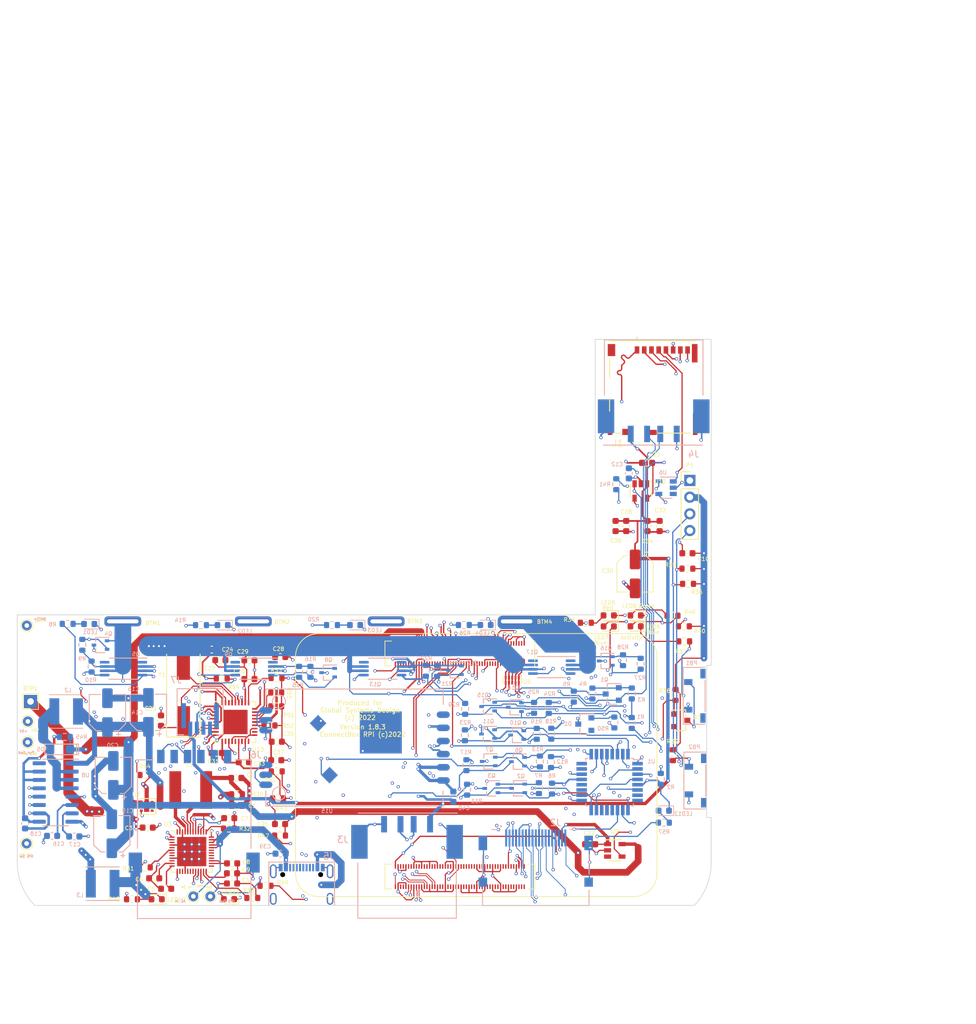
<source format=kicad_pcb>
(kicad_pcb (version 20211014) (generator pcbnew)
  (title_block (title "China layout single board") (date "2022-04-09") (rev "1.8.3") (comment 1 "USB and HDMI traces per JLCPCB"))
  (layers (0 "F.Cu" signal) (1 "In1.Cu" signal) (2 "In2.Cu" signal) (3 "In3.Cu" signal) (4 "In4.Cu" signal) (31 "B.Cu" signal) (34 "B.Paste" user) (35 "F.Paste" user) (36 "B.SilkS" user "B.Silkscreen") (37 "F.SilkS" user "F.Silkscreen") (38 "B.Mask" user) (39 "F.Mask" user) (44 "Edge.Cuts" user))
  (net 0 "")
  (net 1 "/Battery/BATT+")
  (net 2 "/Batteries/BT1-")
  (net 3 "/Batteries/BT2-")
  (net 4 "/Batteries/BT3-")
  (net 5 "/Batteries/BT4-")
  (net 6 "PWR_GND")
  (net 7 "Net-(C2-Pad1)")
  (net 8 "/Charger/IPS_OUT")
  (net 9 "GND")
  (net 10 "Net-(C5-Pad2)")
  (net 11 "Net-(C6-Pad2)")
  (net 12 "Net-(C7-Pad2)")
  (net 13 "Net-(C8-Pad2)")
  (net 14 "Net-(C9-Pad2)")
  (net 15 "/Power/IPS_SW")
  (net 16 "+5V")
  (net 17 "+3.3v")
  (net 18 "/CM4_GPIO/GPIO_IRQ")
  (net 19 "/CM4_GPIO/SD_PWR")
  (net 20 "/CM4_HighSpeed/HDMI_5v")
  (net 21 "Net-(C23-Pad1)")
  (net 22 "Net-(C24-Pad1)")
  (net 23 "/USB Hub/VBUS")
  (net 24 "/AC_IN")
  (net 25 "/Battery/5V_OVR")
  (net 26 "Net-(D1-Pad2)")
  (net 27 "/CM4_GPIO/GPIO_PB1")
  (net 28 "/Battery/PB_IN")
  (net 29 "/CM4_GPIO/SD_DAT1")
  (net 30 "/CM4_GPIO/SD_DAT0")
  (net 31 "/CM4_GPIO/SD_CLK")
  (net 32 "/CM4_GPIO/SD_CMD")
  (net 33 "/CM4_GPIO/SD_DAT3")
  (net 34 "/CM4_GPIO/SD_DAT2")
  (net 35 "/CM4_HighSpeed/HDMI0_HOTPLUG")
  (net 36 "/CM4_HighSpeed/HDMI0_SDA")
  (net 37 "/CM4_HighSpeed/HDMI0_SCL")
  (net 38 "/CM4_HighSpeed/HDMI0_CEC")
  (net 39 "/CM4_HighSpeed/HDMI0_CK_N")
  (net 40 "/CM4_HighSpeed/HDMI0_CK_P")
  (net 41 "/CM4_HighSpeed/HDMI0_D0_N")
  (net 42 "/CM4_HighSpeed/HDMI0_D0_P")
  (net 43 "/CM4_HighSpeed/HDMI0_D1_N")
  (net 44 "/CM4_HighSpeed/HDMI0_D1_P")
  (net 45 "/CM4_HighSpeed/HDMI0_D2_N")
  (net 46 "/CM4_HighSpeed/HDMI0_D2_P")
  (net 47 "/USB Hub/HD4_N")
  (net 48 "/USB Hub/HD4_P")
  (net 49 "/USB Hub/HD3_N")
  (net 50 "/USB Hub/HD3_P")
  (net 54 "Net-(L1-Pad2)")
  (net 55 "/CM4_GPIO/GPIO6")
  (net 56 "/CM4_GPIO/TRD3_P")
  (net 57 "/CM4_GPIO/TRD1_P")
  (net 58 "/CM4_GPIO/TRD3_N")
  (net 59 "/CM4_GPIO/TRD1_N")
  (net 60 "/CM4_GPIO/TRD2_N")
  (net 61 "/CM4_GPIO/TRD0_N")
  (net 62 "/CM4_GPIO/TRD2_P")
  (net 63 "/CM4_GPIO/TRD0_P")
  (net 64 "/CM4_GPIO/PI_nLED_Activity")
  (net 65 "/Battery/{slash}BT1_ENA")
  (net 66 "/Battery/BT1_PRES")
  (net 67 "/Battery/{slash}BT2_ENA")
  (net 68 "/Battery/BT2_PRES")
  (net 69 "/CM4_GPIO/GPIO_PB2")
  (net 70 "/CM4_GPIO/SD_PWR_ON")
  (net 71 "/Battery/{slash}BT3_ENA")
  (net 72 "/Battery/BT3_PRES")
  (net 73 "/CM4_GPIO/+1.8v")
  (net 74 "/USB Hub/nEXTRST")
  (net 75 "/CM4_HighSpeed/USB2_N")
  (net 76 "/CM4_HighSpeed/USB2_P")
  (net 77 "Net-(Q1-Pad1)")
  (net 78 "Net-(Q2-Pad3)")
  (net 79 "Net-(Q3-Pad3)")
  (net 80 "Net-(Q6-Pad3)")
  (net 81 "Net-(Q7-Pad3)")
  (net 82 "Net-(Q10-Pad3)")
  (net 83 "Net-(Q11-Pad3)")
  (net 84 "Net-(Q14-Pad3)")
  (net 85 "Net-(Q15-Pad3)")
  (net 87 "Net-(LED6-Pad1)")
  (net 89 "/Battery/{slash}BT4_ENA")
  (net 90 "/Battery/BT4_PRES")
  (net 91 "/Battery/MOSI")
  (net 92 "/Battery/MISO")
  (net 93 "/Battery/SCL")
  (net 94 "/Battery/I2C_SDA")
  (net 95 "/Battery/I2C_SCL")
  (net 96 "/Battery/{slash}RESET")
  (net 99 "/USB Hub/nOCS1")
  (net 100 "/USB Hub/PWR1")
  (net 101 "/USB Hub/HD2_N")
  (net 102 "/USB Hub/HD2_P")
  (net 106 "Net-(R1-Pad1)")
  (net 107 "/CM4_GPIO/ETH_LEDY")
  (net 108 "/CM4_GPIO/SYNC_IN")
  (net 109 "/CM4_GPIO/ETH_LEDG")
  (net 110 "/CM4_GPIO/SYNC_OUT")
  (net 112 "/CM4_GPIO/EEPROM_nWP")
  (net 113 "/CM4_GPIO/GPIO26")
  (net 114 "/CM4_GPIO/GPIO21")
  (net 115 "/CM4_GPIO/GPIO19")
  (net 116 "/CM4_GPIO/GPIO20")
  (net 117 "/CM4_GPIO/GPIO13")
  (net 118 "/CM4_GPIO/GPIO16")
  (net 119 "/CM4_GPIO/GPIO12")
  (net 120 "/CM4_GPIO/GPIO5")
  (net 121 "/CM4_GPIO/ID_SC")
  (net 122 "/CM4_GPIO/ID_SD")
  (net 123 "/CM4_GPIO/GPIO7")
  (net 124 "/CM4_GPIO/GPIO8")
  (net 125 "/CM4_GPIO/GPIO25")
  (net 126 "/CM4_GPIO/GPIO24")
  (net 127 "/CM4_GPIO/GPIO23")
  (net 128 "/CM4_GPIO/GPIO27")
  (net 129 "/CM4_GPIO/GPIO18")
  (net 130 "/CM4_GPIO/GPIO17")
  (net 131 "/CM4_GPIO/GPIO14")
  (net 132 "/CM4_GPIO/GPIO2")
  (net 138 "/CM4_GPIO/Reserved")
  (net 139 "/CM4_GPIO/WL_nDis")
  (net 140 "/CM4_GPIO/BT_nDis")
  (net 141 "/CM4_GPIO/RUN_PG")
  (net 142 "/CM4_GPIO/nRPIBOOT")
  (net 143 "/CM4_GPIO/AIN1")
  (net 144 "/CM4_GPIO/nPWR_LED")
  (net 145 "/CM4_GPIO/AIN0")
  (net 146 "/CM4_GPIO/Camera_GPIO")
  (net 147 "/CM4_GPIO/GLOBAL_EN")
  (net 148 "/CM4_HighSpeed/PCIE_CLK_nREQ")
  (net 151 "/CM4_HighSpeed/PCIE_nRST")
  (net 152 "/CM4_HighSpeed/PCIE_CLK_P")
  (net 153 "/CM4_HighSpeed/TV_OUT")
  (net 154 "/CM4_HighSpeed/PCIE_CLK_N")
  (net 155 "/CM4_HighSpeed/CAM1_D0_N")
  (net 156 "/CM4_HighSpeed/PCIE_RX_P")
  (net 157 "/CM4_HighSpeed/CAM1_D0_P")
  (net 158 "/CM4_HighSpeed/PCIE_RX_N")
  (net 159 "/CM4_HighSpeed/CAM1_D1_N")
  (net 160 "/CM4_HighSpeed/PCIE_TX_P")
  (net 161 "/CM4_HighSpeed/CAM1_D1_P")
  (net 162 "/CM4_HighSpeed/PCIE_TX_N")
  (net 163 "/CM4_HighSpeed/CAM1_C_N")
  (net 164 "/CM4_HighSpeed/CAM0_D0_N")
  (net 165 "/CM4_HighSpeed/CAM1_C_P")
  (net 166 "/CM4_HighSpeed/CAM0_D0_P")
  (net 167 "/CM4_HighSpeed/CAM1_D2_N")
  (net 168 "/CM4_HighSpeed/CAM0_D1_N")
  (net 169 "/CM4_HighSpeed/CAM1_D2_P")
  (net 170 "/CM4_HighSpeed/CAM0_D1_P")
  (net 171 "/CM4_HighSpeed/CAM1_D3_N")
  (net 172 "/CM4_HighSpeed/CAM0_C_N")
  (net 173 "/CM4_HighSpeed/CAM1_D3_P")
  (net 174 "/CM4_HighSpeed/CAM0_C_P")
  (net 175 "/CM4_HighSpeed/HDMI1_HOTPLUG")
  (net 176 "/CM4_HighSpeed/HDMI1_SDA")
  (net 177 "/CM4_HighSpeed/HDMI1_D2_P")
  (net 178 "/CM4_HighSpeed/HDMI1_SCL")
  (net 179 "/CM4_HighSpeed/HDMI1_D2_N")
  (net 180 "/CM4_HighSpeed/HDMI1_CEC")
  (net 181 "/CM4_HighSpeed/HDMI1_D1_P")
  (net 182 "/CM4_HighSpeed/HDMI1_D1_N")
  (net 183 "/CM4_HighSpeed/DSI0_D0_N")
  (net 184 "/CM4_HighSpeed/HDMI1_D0_P")
  (net 185 "/CM4_HighSpeed/DSI0_D0_P")
  (net 186 "/CM4_HighSpeed/HDMI1_D0_N")
  (net 187 "/CM4_HighSpeed/DSI0_D1_N")
  (net 188 "/CM4_HighSpeed/HDMI1_CK_P")
  (net 189 "/CM4_HighSpeed/DSI0_D1_P")
  (net 190 "/CM4_HighSpeed/HDMI1_CK_N")
  (net 191 "/CM4_HighSpeed/DSI0_C_N")
  (net 192 "/CM4_HighSpeed/DSI0_C_P")
  (net 193 "/CM4_HighSpeed/DSI1_D0_N")
  (net 194 "/CM4_HighSpeed/DSI1_D0_P")
  (net 195 "/CM4_HighSpeed/DSI1_D1_N")
  (net 196 "/CM4_HighSpeed/DSI1_D1_P")
  (net 197 "/CM4_HighSpeed/DSI1_C_N")
  (net 198 "/CM4_HighSpeed/DSI1_C_P")
  (net 199 "/CM4_HighSpeed/DSI1_D2_N")
  (net 200 "/CM4_HighSpeed/DSI1_D3_N")
  (net 201 "/CM4_HighSpeed/DSI1_D2_P")
  (net 202 "/CM4_HighSpeed/DSI1_D3_P")
  (net 211 "/Battery/PWR_IRQ")
  (net 214 "/Battery/AXP_EXTEN")
  (net 221 "Net-(LED12-Pad2)")
  (net 222 "/Battery/HEARTBEAT")
  (net 223 "Net-(R40-Pad2)")
  (net 224 "/USB Hub/HD1_N")
  (net 225 "/USB Hub/HD1_P")
  (net 226 "Net-(LED1-Pad1)")
  (net 227 "Net-(LED10-Pad2)")
  (net 228 "Net-(LED11-Pad2)")
  (net 229 "Net-(LED1-Pad2)")
  (net 230 "Net-(LED3-Pad2)")
  (net 231 "Net-(LED5-Pad2)")
  (net 232 "Net-(C16-Pad1)")
  (net 233 "/Battery/{slash}BT1_ENA_B")
  (net 234 "Net-(C17-Pad1)")
  (net 235 "Net-(C18-Pad1)")
  (net 236 "Net-(D5-Pad2)")
  (net 237 "Net-(LED2-Pad2)")
  (net 238 "Net-(LED4-Pad2)")
  (net 239 "Net-(LED5-Pad1)")
  (net 240 "Net-(LED8-Pad2)")
  (net 241 "Net-(R31-Pad1)")
  (net 242 "Net-(R32-Pad1)")
  (net 243 "Net-(R33-Pad2)")
  (net 244 "Net-(R51-Pad1)")
  (net 245 "Net-(R53-Pad1)")
  (net 277 "Net-(R55-Pad1)")
  (net 278 "Net-(R54-Pad2)")
  (net 279 "Net-(R52-Pad1)")
  (net 280 "Net-(R47-Pad1)")
  (footprint "Resistor_SMD:R_0603_1608Metric" (layer "F.Cu") (at 132.18 188.32)
    (fp_text reference "R32")
    (fp_text value "100" hide)
  )
  (footprint "Resistor_SMD:R_0603_1608Metric" (layer "F.Cu") (at 186.49 157.02)
    (fp_text reference "R34")
    (fp_text value "1.8K" hide)
  )
  (footprint "Capacitor_SMD:C_0603_1608Metric" (layer "F.Cu") (at 139.37 177.92)
    (fp_text reference "C37")
    (fp_text value "0.1uf" hide)
  )
  (footprint "CustomComponents:MountingHole_4.3mm_M4-A" (layer "F.Cu") (at 104.92 195.52)
    (fp_text reference "H2" hide)
    (fp_text value "MountingHole")
  )
  (footprint "TestPoint:TestPoint_THTPad_D1.5mm_Drill0.7mm" (layer "F.Cu") (at 101.57 172.02)
    (fp_text reference "TP6" hide)
    (fp_text value "5V")
  )
  (footprint "Resistor_SMD:R_0603_1608Metric" (layer "F.Cu") (at 139.37 169.73)
    (fp_text reference "R51")
    (fp_text value "36K" hide)
  )
  (footprint "Resistor_SMD:R_0603_1608Metric" (layer "F.Cu") (at 200.14 167.995 90)
    (fp_text reference "R38")
    (fp_text value "10K" hide)
  )
  (footprint "Capacitor_SMD:C_0603_1608Metric" (layer "F.Cu") (at 132.66 193.61 180)
    (fp_text reference "C8")
    (fp_text value "1uF" hide)
  )
  (footprint "Capacitor_SMD:C_0603_1608Metric" (layer "F.Cu") (at 120.8 195.88)
    (fp_text reference "C6")
    (fp_text value "4.7uF" hide)
  )
  (footprint "Capacitor_SMD:C_0603_1608Metric" (layer "F.Cu") (at 197.72 142.31 -90)
    (fp_text reference "C32")
    (fp_text value "10uF" hide)
  )
  (footprint "Capacitor_SMD:C_0603_1608Metric" (layer "F.Cu") (at 139.98 162.22)
    (fp_text reference "C28")
    (fp_text value "0.1uf" hide)
  )
  (footprint "Resistor_SMD:R_0603_1608Metric" (layer "F.Cu") (at 137.74 197.02 180)
    (fp_text reference "R49")
    (fp_text value "510")
  )
  (footprint "Capacitor_SMD:C_0603_1608Metric" (layer "F.Cu") (at 187.15 190.7 180)
    (fp_text reference "C22")
    (fp_text value "0.1uf" hide)
  )
  (footprint "Capacitor_SMD:C_0603_1608Metric" (layer "F.Cu") (at 133.29 180.62)
    (fp_text reference "C2")
    (fp_text value "10uF" hide)
  )
  (footprint "Capacitor_SMD:C_0603_1608Metric" (layer "F.Cu") (at 119.81 188.17)
    (fp_text reference "C3")
    (fp_text value "10uF" hide)
  )
  (footprint "Capacitor_SMD:C_0603_1608Metric" (layer "F.Cu") (at 192.64 142.31 -90)
    (fp_text reference "C38")
    (fp_text value "10uF" hide)
  )
  (footprint "CustomComponents:U-DFN2020-6" (layer "F.Cu") (at 119.66 184.95)
    (fp_text reference "U7")
    (fp_text value "AP22814A" hide)
  )
  (footprint "Resistor_SMD:R_0603_1608Metric" (layer "F.Cu") (at 131.08 165.5)
    (fp_text reference "R54")
    (fp_text value "12K" hide)
  )
  (footprint "Resistor_SMD:R_0603_1608Metric" (layer "F.Cu") (at 199.74 177.16 90)
    (fp_text reference "R39")
    (fp_text value "10K" hide)
  )
  (footprint "Package_DFN_QFN:QFN-36-1EP_6x6mm_P0.5mm_EP3.7x3.7mm" (layer "F.Cu") (at 133.16 172.11)
    (fp_text reference "U13")
    (fp_text value "USB2514B-I/M2" hide)
  )
  (footprint "CustomComponents:WH-Battery-" (layer "F.Cu") (at 175.96 156.81)
    (fp_text reference "BTM4")
    (fp_text value "Conn_01x01_Female")
  )
  (footprint "Capacitor_SMD:C_0603_1608Metric" (layer "F.Cu") (at 132.22 186.73 180)
    (fp_text reference "C7")
    (fp_text value "4.7uF" hide)
  )
  (footprint "Capacitor_SMD:C_0603_1608Metric" (layer "F.Cu") (at 134.44 178.22)
    (fp_text reference "C33")
    (fp_text value "0.1uf" hide)
  )
  (footprint "CM4IO:SDCARD_MOLEX_503398-1892" (layer "F.Cu") (at 196.66 121.1625)
    (fp_text reference "J1")
    (fp_text value "Micro_SD_Card" hide)
  )
  (footprint "LED_SMD:LED_0603_1608Metric" (layer "F.Cu") (at 132.19 199.05 180)
    (fp_text reference "LED11")
    (fp_text value "Amber")
  )
  (footprint "CustomComponents:WH-Battery-" (layer "F.Cu") (at 116.02 157.38)
    (fp_text reference "BTM1")
    (fp_text value "Conn_01x01_Female")
  )
  (footprint "Resistor_SMD:R_0603_1608Metric" (layer "F.Cu") (at 119.46 180.17)
    (fp_text reference "R44")
    (fp_text value "100K" hide)
  )
  (footprint "CustomComponents:INDUCTOR_SMD_6x6-1" (layer "F.Cu") (at 126.36 182.45 -90)
    (fp_text reference "L1")
    (fp_text value "4.7 uH" hide)
  )
  (footprint "CustomComponents:WH-Battery-" (layer "F.Cu") (at 135.89 156.81)
    (fp_text reference "BTM2")
    (fp_text value "Conn_01x01_Female")
  )
  (footprint "TestPoint:TestPoint_THTPad_D1.5mm_Drill0.7mm" (layer "F.Cu") (at 101.38 190.59)
    (fp_text reference "TP5" hide)
    (fp_text value "IPS_Sw")
  )
  (footprint "LED_SMD:LED_0603_1608Metric" (layer "F.Cu") (at 194.071 155.905 180)
    (fp_text reference "LED8")
    (fp_text value "Green" hide)
  )
  (footprint "CustomComponents:MountingHole_4.3mm_M4-A" (layer "F.Cu") (at 200.57 195.09)
    (fp_text reference "H3" hide)
    (fp_text value "MountingHole")
  )
  (footprint "LED_SMD:LED_0603_1608Metric" (layer "F.Cu") (at 121.18 199.07 180)
    (fp_text reference "LED10")
    (fp_text value "Green")
  )
  (footprint "Resistor_SMD:R_0603_1608Metric" (layer "F.Cu") (at 119.37 194.22 180)
    (fp_text reference "R31")
    (fp_text value "10K" hide)
  )
  (footprint "TestPoint:TestPoint_THTPad_D1.5mm_Drill0.7mm" (layer "F.Cu") (at 101.54 175.19)
    (fp_text reference "TP2" hide)
    (fp_text value "Pwr_Gnd")
  )
  (footprint "CustomComponents:MountingHole_4.3mm_M4-A" (layer "F.Cu") (at 104.93 162.54)
    (fp_text reference "H1" hide)
    (fp_text value "MountingHole")
  )
  (footprint "Capacitor_SMD:C_0603_1608Metric" (layer "F.Cu") (at 122.62 197.47)
    (fp_text reference "C5")
    (fp_text value "4.7uF" hide)
  )
  (footprint "LED_SMD:LED_0603_1608Metric" (layer "F.Cu") (at 189.975 155.905 180)
    (fp_text reference "LED5")
    (fp_text value "Red" hide)
  )
  (footprint "Resistor_SMD:R_0603_1608Metric" (layer "F.Cu") (at 117.42 199.07)
    (fp_text reference "R48")
    (fp_text value "510")
  )
  (footprint "Resistor_SMD:R_0603_1608Metric" (layer "F.Cu") (at 201.95 148.79)
    (fp_text reference "R35")
    (fp_text value "2.2K" hide)
  )
  (footprint "Capacitor_SMD:C_0603_1608Metric" (layer "F.Cu") (at 130.87 162.7)
    (fp_text reference "C27")
    (fp_text value "10uF" hide)
  )
  (footprint "Resistor_SMD:R_0603_1608Metric" (layer "F.Cu") (at 201.46 159.85 180)
    (fp_text reference "R37")
    (fp_text value "1K" hide)
  )
  (footprint "Resistor_SMD:R_0603_1608Metric" (layer "F.Cu") (at 139.37 167.63)
    (fp_text reference "R55")
    (fp_text value "36K" hide)
  )
  (footprint "TestPoint:TestPoint_THTPad_D1.5mm_Drill0.7mm" (layer "F.Cu") (at 101.41 157.44)
    (fp_text reference "TP3" hide)
    (fp_text value "Bat+")
  )
  (footprint "Diode_SMD:D_SOT-23_ANK" (layer "F.Cu") (at 200.94 171.86)
    (fp_text reference "D3")
    (fp_text value "MMBD914" hide)
  )
  (footprint "Package_TO_SOT_SMD:SOT-23-5" (layer "F.Cu") (at 194.86 136.98 -90)
    (fp_text reference "U12")
    (fp_text value "RT9742ANGJ5F" hide)
  )
  (footprint "TestPoint:TestPoint_THTPad_2.0x2.0mm_Drill1.0mm" (layer "F.Cu") (at 101.98 168.99)
    (fp_text reference "BTP1")
    (fp_text value "Conn_01x01_Female")
  )
  (footprint "Resistor_SMD:R_0603_1608Metric" (layer "F.Cu") (at 135.73 198.87 180)
    (fp_text reference "R33")
    (fp_text value "200K" hide)
  )
  (footprint "CustomComponents:UQFN-48-1EP_6x6mm_Pitch0.4mm_75" (layer "F.Cu") (at 126.51 191.82)
    (fp_text reference "U3")
    (fp_text value "AXP209" hide)
  )
  (footprint "Capacitor_SMD:C_0603_1608Metric" (layer "F.Cu") (at 130.3 176.82 180)
    (fp_text reference "C31")
    (fp_text value "0.1uf" hide)
  )
  (footprint "CustomComponents:WH-Battery-" (layer "F.Cu") (at 156.1 157.4)
    (fp_text reference "BTM3")
    (fp_text value "Conn_01x01_Female")
  )
  (footprint "Capacitor_SMD:C_0603_1608Metric" (layer "F.Cu") (at 132.64 195.12 180)
    (fp_text reference "C9")
    (fp_text value "1uF" hide)
  )
  (footprint "Capacitor_SMD:C_0603_1608Metric" (layer "F.Cu") (at 135.29 162.72)
    (fp_text reference "C29")
    (fp_text value "0.1uf" hide)
  )
  (footprint "LED_SMD:LED_0603_1608Metric" (layer "F.Cu") (at 194.07 157.56 180)
    (fp_text reference "LED6")
    (fp_text value "Blue" hide)
  )
  (footprint "Resistor_SMD:R_0603_1608Metric" (layer "F.Cu") (at 139.45 179.62 180)
    (fp_text reference "R42")
    (fp_text value "10K" hide)
  )
  (footprint "Capacitor_SMD:C_0603_1608Metric" (layer "F.Cu") (at 195.81 132.7 180)
    (fp_text reference "C25")
    (fp_text value "10uF" hide)
  )
  (footprint "TestPoint:TestPoint_THTPad_D1.5mm_Drill0.7mm" (layer "F.Cu") (at 129.34 198.63)
    (fp_text reference "TP4" hide)
    (fp_text value "IPS")
  )
  (footprint "Capacitor_SMD:C_0603_1608Metric" (layer "F.Cu") (at 133.37 184.85)
    (fp_text reference "C1")
    (fp_text value "10uF" hide)
  )
  (footprint "Capacitor_SMD:C_0603_1608Metric" (layer "F.Cu") (at 201.95 146.45 180)
    (fp_text reference "C10")
    (fp_text value "1uF" hide)
  )
  (footprint "Capacitor_SMD:C_0603_1608Metric" (layer "F.Cu") (at 139.455 175.11)
    (fp_text reference "C35")
    (fp_text value "0.1uf" hide)
  )
  (footprint "Capacitor_SMD:C_0603_1608Metric" (layer "F.Cu") (at 191.02 142.31 -90)
    (fp_text reference "C36")
    (fp_text value "10uF" hide)
  )
  (footprint "Capacitor_SMD:C_0603_1608Metric" (layer "F.Cu") (at 195.87 142.315 -90)
    (fp_text reference "C34")
    (fp_text value "10uF" hide)
  )
  (footprint "Capacitor_SMD:CP_Elec_5x3" (layer "F.Cu") (at 193.98 149.59 -90)
    (fp_text reference "C30")
    (fp_text value "100uF")
  )
  (footprint "Package_TO_SOT_SMD:SOT-23-5" (layer "F.Cu") (at 190.9 191.63)
    (fp_text reference "U9")
    (fp_text value "RT9742ANGJ5F" hide)
  )
  (footprint "Capacitor_SMD:C_0603_1608Metric" (layer "F.Cu") (at 139.95 187.63 180)
    (fp_text reference "C21")
    (fp_text value "0.1uf" hide)
  )
  (footprint "Resistor_SMD:R_0603_1608Metric" (layer "F.Cu") (at 139.65 183.73)
    (fp_text reference "R43")
    (fp_text value "33K" hide)
  )
  (footprint "Resistor_SMD:R_0603_1608Metric" (layer "F.Cu") (at 139.95 189.38)
    (fp_text reference "R47")
    (fp_text value "12K" hide)
  )
  (footprint "Capacitor_SMD:C_0603_1608Metric" (layer "F.Cu") (at 135.29 165.59)
    (fp_text reference "C26")
    (fp_text value "10uF" hide)
  )
  (footprint "CustomComponents:USON-10_2.5x1.0mm_P0.5mm" (layer "F.Cu") (at 175.29 165.75 -90)
    (fp_text reference "U5")
    (fp_text value "TPD4EUSB30" hide)
  )
  (footprint "Crystal:Crystal_SMD_HC49-SD" (layer "F.Cu") (at 125.24 167.7 90)
    (fp_text reference "Y1")
    (fp_text value "24MHz" hide)
  )
  (footprint "Connector_PinHeader_2.54mm:PinHeader_1x04_P2.54mm_Vertical" (layer "F.Cu") (at 202.32 135.38)
    (fp_text reference "P1")
    (fp_text value "Conn_01x04" hide)
  )
  (footprint "Resistor_SMD:R_0603_1608Metric" (layer "F.Cu") (at 202.05 151.1)
    (fp_text reference "R36")
    (fp_text value "2.2K" hide)
  )
  (footprint "Capacitor_SMD:C_0603_1608Metric" (layer "F.Cu") (at 121.84 171.9 90)
    (fp_text reference "C23")
    (fp_text value "9pF" hide)
  )
  (footprint "LED_SMD:LED_0603_1608Metric" (layer "F.Cu") (at 189.98 157.58 180)
    (fp_text reference "LED7")
    (fp_text value "Blue")
  )
  (footprint "Resistor_SMD:R_0603_1608Metric" (layer "F.Cu") (at 138.34 172.64)
    (fp_text reference "R52")
    (fp_text value "36K" hide)
  )
  (footprint "Resistor_SMD:R_0603_1608Metric" (layer "F.Cu") (at 199.68 155.94 180)
    (fp_text reference "R46")
    (fp_text value "1K" hide)
  )
  (footprint "Capacitor_SMD:C_0603_1608Metric" (layer "F.Cu") (at 129.56 161.1)
    (fp_text reference "C24")
    (fp_text value "9pF" hide)
  )
  (footprint "CustomComponents:CM4_Module_noHoles" (layer "F.Cu") (at 145.812993 162.160001 -90)
    (fp_text reference "Module1" hide)
    (fp_text value "ComputeModule4")
  )
  (footprint "Resistor_SMD:R_0603_1608Metric" (layer "F.Cu") (at 201.41 157.56 180)
    (fp_text reference "R40")
    (fp_text value "510")
  )
  (footprint "Resistor_SMD:R_0603_1608Metric" (layer "F.Cu") (at 139.42 165.42)
    (fp_text reference "R53")
    (fp_text value "36K" hide)
  )
  (footprint "Resistor_SMD:R_0603_1608Metric" (layer "F.Cu") (at 133.4 183.1)
    (fp_text reference "R30")
    (fp_text value "0.03 ohm" hide)
  )
  (footprint "Capacitor_SMD:C_0603_1608Metric" (layer "F.Cu") (at 132.65 196.67)
    (fp_text reference "C4")
    (fp_text value "10uF" hide)
  )
  (footprint "TestPoint:TestPoint_THTPad_D1.5mm_Drill0.7mm" (layer "F.Cu") (at 126.76 198.62)
    (fp_text reference "TP1" hide)
    (fp_text value "AC_IN")
  )
  (footprint "CustomComponents:USB_A_CUI_smd" (layer "B.Cu") (at 193.32 128.305)
    (fp_text reference "J4")
    (fp_text value "USB_A" hide)
  )
  (footprint "Capacitor_SMD:C_0603_1608Metric" (layer "B.Cu") (at 105.26 189.43 180)
    (fp_text reference "C16")
    (fp_text value "1.0uf" hide)
  )
  (footprint "Capacitor_SMD:C_0603_1608Metric" (layer "B.Cu") (at 166.33 183.47 -90)
    (fp_text reference "C40")
    (fp_text value "22uF" hide)
  )
  (footprint "Capacitor_SMD:CP_Elec_5x3" (layer "B.Cu") (at 114.58 180.23 90)
    (fp_text reference "C20")
    (fp_text value "150uf" hide)
  )
  (footprint "Resistor_SMD:R_0603_1608Metric" (layer "B.Cu") (at 197.9 180.75 -90)
    (fp_text reference "R2")
    (fp_text value "20K" hide)
  )
  (footprint "Package_TO_SOT_SMD:SOT-23-5" (layer "B.Cu") (at 198.7 136.48 180)
    (fp_text reference "U6")
    (fp_text value "RT9742ANGJ5F" hide)
  )
  (footprint "Resistor_SMD:R_0603_1608Metric" (layer "B.Cu") (at 192.15 162.72 90)
    (fp_text reference "R28")
    (fp_text value "100K" hide)
  )
  (footprint "Resistor_SMD:R_0603_1608Metric" (layer "B.Cu") (at 179.02 173.91 90)
    (fp_text reference "R19")
    (fp_text value "100K" hide)
  )
  (footprint "Resistor_SMD:R_0603_1608Metric" (layer "B.Cu") (at 193.48 167.77 90)
    (fp_text reference "R3")
    (fp_text value "20K" hide)
  )
  (footprint "Package_TO_SOT_SMD:SOT-323_SC-70" (layer "B.Cu") (at 189.53 162.83 180)
    (fp_text reference "Q16")
    (fp_text value "3J15" hide)
  )
  (footprint "Resistor_SMD:R_0603_1608Metric" (layer "B.Cu") (at 144.57 164.48 90)
    (fp_text reference "R16")
    (fp_text value "100K" hide)
  )
  (footprint "CustomComponents:MagJack_S811" (layer "B.Cu") (at 126.89 177.361)
    (fp_text reference "J6")
    (fp_text value "MagJack-S811")
  )
  (footprint "Resistor_SMD:R_0603_1608Metric" (layer "B.Cu") (at 168.42 182.4 90)
    (fp_text reference "R11")
    (fp_text value "20K" hide)
  )
  (footprint "Resistor_SMD:R_0603_1608Metric" (layer "B.Cu") (at 181.19 178.21 90)
    (fp_text reference "R12")
    (fp_text value "10K" hide)
  )
  (footprint "CustomComponents:SW-TL3330A" (layer "B.Cu") (at 203.32 168.134 -90)
    (fp_text reference "PB1")
    (fp_text value "SPST-PUSH" hide)
  )
  (footprint "Resistor_SMD:R_0603_1608Metric" (layer "B.Cu") (at 198.37 187.42 180)
    (fp_text reference "R57")
    (fp_text value "1K")
  )
  (footprint "Resistor_SMD:R_0603_1608Metric" (layer "B.Cu") (at 194.83 163.255 -90)
    (fp_text reference "R27")
    (fp_text value "10K" hide)
  )
  (footprint "Resistor_SMD:R_0603_1608Metric" (layer "B.Cu") (at 167.93 157.36)
    (fp_text reference "R26")
    (fp_text value "510")
  )
  (footprint "LED_SMD:LED_0603_1608Metric" (layer "B.Cu") (at 151.3725 157.37 180)
    (fp_text reference "LED3")
    (fp_text value "Blue")
  )
  (footprint "Resistor_SMD:R_0603_1608Metric" (layer "B.Cu") (at 107.63 157.19)
    (fp_text reference "R8")
    (fp_text value "510")
  )
  (footprint "Resistor_SMD:R_0603_1608Metric" (layer "B.Cu") (at 179.501822 178.11 90)
    (fp_text reference "R13")
    (fp_text value "100K" hide)
  )
  (footprint "Package_SO:TSSOP-8_4.4x3mm_P0.65mm" (layer "B.Cu") (at 136 164 180)
    (fp_text reference "Q9")
    (fp_text value "8205A" hide)
  )
  (footprint "Capacitor_SMD:C_0603_1608Metric" (layer "B.Cu") (at 140.04 192.13 180)
    (fp_text reference "C39")
    (fp_text value "22uF" hide)
  )
  (footprint "Resistor_SMD:R_0603_1608Metric" (layer "B.Cu") (at 163.85 164.35 -90)
    (fp_text reference "R21")
    (fp_text value "10K" hide)
  )
  (footprint "Capacitor_SMD:CP_Elec_5x3" (layer "B.Cu") (at 119.92 170.65 90)
    (fp_text reference "C15")
    (fp_text value "150uf" hide)
  )
  (footprint "Resistor_SMD:R_0603_1608Metric" (layer "B.Cu") (at 193.48 172.26 90)
    (fp_text reference "R1")
    (fp_text value "10K" hide)
  )
  (footprint "LED_SMD:LED_0603_1608Metric" (layer "B.Cu") (at 171.2325 157.36 180)
    (fp_text reference "LED4")
    (fp_text value "Blue")
  )
  (footprint "Resistor_SMD:R_0603_1608Metric" (layer "B.Cu") (at 109.86 160.37 90)
    (fp_text reference "R9")
    (fp_text value "10K" hide)
  )
  (footprint "Package_TO_SOT_SMD:SOT-323_SC-70" (layer "B.Cu") (at 166.56 164.24 180)
    (fp_text reference "Q12")
    (fp_text value "3J15" hide)
  )
  (footprint "Package_TO_SOT_SMD:SOT-323_SC-70" (layer "B.Cu") (at 171.61 173.94 180)
    (fp_text reference "Q11")
    (fp_text value "3J15" hide)
  )
  (footprint "Capacitor_SMD:CP_Elec_5x3" (layer "B.Cu") (at 113.68 170.69 90)
    (fp_text reference "C14")
    (fp_text value "150uf" hide)
  )
  (footprint "Resistor_SMD:R_0603_1608Metric" (layer "B.Cu") (at 168.08 174.13 90)
    (fp_text reference "R23")
    (fp_text value "20K" hide)
  )
  (footprint "LED_SMD:LED_0603_1608Metric" (layer "B.Cu") (at 131.21 157.38 180)
    (fp_text reference "LED2")
    (fp_text value "Blue")
  )
  (footprint "Resistor_SMD:R_0603_1608Metric" (layer "B.Cu") (at 181.34 182.24 90)
    (fp_text reference "R6")
    (fp_text value "10K" hide)
  )
  (footprint "Resistor_SMD:R_0603_1608Metric" (layer "B.Cu") (at 168.321822 178.68 90)
    (fp_text reference "R17")
    (fp_text value "20K" hide)
  )
  (footprint "CustomComponents:USB_A_CUI_smd" (layer "B.Cu") (at 162.785098 187.655 180)
    (fp_text reference "J3")
    (fp_text value "USB_A" hide)
  )
  (footprint "Resistor_SMD:R_0603_1608Metric" (layer "B.Cu") (at 180.85 169.965 90)
    (fp_text reference "R24")
    (fp_text value "10K" hide)
  )
  (footprint "CustomComponents:SFW4R-1" (layer "B.Cu") (at 127.79 173.05)
    (fp_text reference "J7")
    (fp_text value "Flex-4")
  )
  (footprint "CustomComponents:HC-R8812AU2" (layer "B.Cu") (at 151.29 176 -90)
    (fp_text reference "U15")
    (fp_text value "HC-R8812AF1" hide)
  )
  (footprint "Package_TO_SOT_SMD:SOT-323_SC-70" (layer "B.Cu") (at 172.11 182.21 180)
    (fp_text reference "Q3")
    (fp_text value "3J15" hide)
  )
  (footprint "Package_SO:TSSOP-8_4.4x3mm_P0.65mm" (layer "B.Cu") (at 181.31 163.77 180)
    (fp_text reference "Q17")
    (fp_text value "8205A" hide)
  )
  (footprint "Package_QFP:TQFP-32_7x7mm_P0.8mm" (layer "B.Cu") (at 190.11 181.25 180)
    (fp_text reference "U1")
    (fp_text value "ATtiny88-AU" hide)
  )
  (footprint "CustomComponents:HDMI_CnC_SMT" (layer "B.Cu") (at 178.871098 191.04325 180)
    (fp_text reference "J2")
    (fp_text value "690-019-298-412" hide)
  )
  (footprint "Inductor_SMD:L_Taiyo-Yuden_NR-50xx" (layer "B.Cu") (at 107.4 170.51 180)
    (fp_text reference "L2")
    (fp_text value "1.0 uH")
  )
  (footprint "Resistor_SMD:R_0603_1608Metric" (layer "B.Cu") (at 191.12 135.95 90)
    (fp_text reference "R41")
    (fp_text value "12K" hide)
  )
  (footprint "Package_SO:SOP-16_3.9x9.9mm_P1.27mm" (layer "B.Cu") (at 105.8 182.83 180)
    (fp_text reference "U8")
    (fp_text value "MAX1709ESE" hide)
  )
  (footprint "Resistor_SMD:R_0603_1608Metric" (layer "B.Cu") (at 187.49 167.78 90)
    (fp_text reference "R4")
    (fp_text value "20K" hide)
  )
  (footprint "Capacitor_SMD:CP_Elec_5x3" (layer "B.Cu") (at 114.35 189.11 90)
    (fp_text reference "C19")
    (fp_text value "150uf" hide)
  )
  (footprint "Resistor_SMD:R_0603_1608Metric" (layer "B.Cu") (at 127.92 157.38)
    (fp_text reference "R14")
    (fp_text value "510")
  )
  (footprint "Diode_SMD:D_SOT-23_ANK" (layer "B.Cu") (at 186.34 172.43 180)
    (fp_text reference "D1")
    (fp_text value "MMBD914" hide)
  )
  (footprint "Resistor_SMD:R_0603_1608Metric" (layer "B.Cu") (at 162.14 164.32 90)
    (fp_text reference "R22")
    (fp_text value "100K" hide)
  )
  (footprint "Resistor_SMD:R_0603_1608Metric" (layer "B.Cu") (at 147.86 157.37)
    (fp_text reference "R20")
    (fp_text value "510")
  )
  (footprint "Package_TO_SOT_SMD:SOT-323_SC-70" (layer "B.Cu") (at 176.05 174.1 180)
    (fp_text reference "Q10")
    (fp_text value "3J15" hide)
  )
  (footprint "Package_TO_SOT_SMD:SOT-323_SC-70" (layer "B.Cu") (at 176.171822 178.15 180)
    (fp_text reference "Q6")
    (fp_text value "3J15" hide)
  )
  (footprint "Resistor_SMD:R_0603_1608Metric" (layer "B.Cu") (at 190.83 172.18 90)
    (fp_text reference "R50")
    (fp_text value "20K")
  )
  (footprint "Package_TO_SOT_SMD:SOT-323_SC-70" (layer "B.Cu") (at 112.63 160.41 180)
    (fp_text reference "Q4")
    (fp_text value "3J15" hide)
  )
  (footprint "CustomComponents:SW-TL3330A" (layer "B.Cu") (at 203.42 181.014 -90)
    (fp_text reference "PB2")
    (fp_text value "SPST-PUSH" hide)
  )
  (footprint "Inductor_SMD:L_Taiyo-Yuden_NR-50xx" (layer "B.Cu") (at 112.96 196.7)
    (fp_text reference "L3")
    (fp_text value "1.5 uH" hide)
  )
  (footprint "Package_TO_SOT_SMD:SOT-323_SC-70" (layer "B.Cu") (at 171.711822 178.11 180)
    (fp_text reference "Q7")
    (fp_text value "3J15" hide)
  )
  (footprint "CustomComponents:USB-C-GCT" (layer "B.Cu") (at 143.245098 194.8175 180)
    (fp_text reference "J5")
    (fp_text value "USB-C")
  )
  (footprint "Resistor_SMD:R_0603_1608Metric" (layer "B.Cu") (at 178.61 169.96 90)
    (fp_text reference "R25")
    (fp_text value "100K" hide)
  )
  (footprint "Package_TO_SOT_SMD:SOT-323_SC-70" (layer "B.Cu") (at 176.2 182.2 180)
    (fp_text reference "Q2")
    (fp_text value "3J15" hide)
  )
  (footprint "Resistor_SMD:R_0603_1608Metric" (layer "B.Cu") (at 168.12256 170.1116 90)
    (fp_text reference "R29")
    (fp_text value "20K" hide)
  )
  (footprint "LED_SMD:LED_0603_1608Metric" (layer "B.Cu") (at 110.91 157.21 180)
    (fp_text reference "LED1")
    (fp_text value "Blue")
  )
  (footprint "Capacitor_SMD:C_0603_1608Metric" (layer "B.Cu") (at 193.04 134.3 -90)
    (fp_text reference "C12")
    (fp_text value "10uF" hide)
  )
  (footprint "LED_SMD:LED_0603_1608Metric" (layer "B.Cu") (at 198.36 185.6 180)
    (fp_text reference "LED12")
    (fp_text value "Blue")
  )
  (footprint "Resistor_SMD:R_0603_1608Metric" (layer "B.Cu") (at 181.23 173.89 90)
    (fp_text reference "R18")
    (fp_text value "10K" hide)
  )
  (footprint "Package_TO_SOT_SMD:SOT-23" (layer "B.Cu") (at 190.51 167.85 180)
    (fp_text reference "Q1")
    (fp_text value "2N7002" hide)
  )
  (footprint "Package_SO:TSSOP-8_4.4x3mm_P0.65mm" (layer "B.Cu") (at 116.12 164 180)
    (fp_text reference "Q5")
    (fp_text value "8205A" hide)
  )
  (footprint "Package_TO_SOT_SMD:SOT-323_SC-70" (layer "B.Cu") (at 171.62256 169.7616 180)
    (fp_text reference "Q15")
    (fp_text value "3J15" hide)
  )
  (footprint "Capacitor_SMD:C_0603_1608Metric" (layer "B.Cu") (at 108.63 189.52)
    (fp_text reference "C17")
    (fp_text value "0.22uf" hide)
  )
  (footprint "Resistor_SMD:R_0603_1608Metric" (layer "B.Cu") (at 184.66 168.25 90)
    (fp_text reference "R5")
    (fp_text value "100K" hide)
  )
  (footprint "CustomComponents:SOD-123FL" (layer "B.Cu") (at 106.48 176.28 180)
    (fp_text reference "D5")
    (fp_text value "NRVTS260ESFT1G" hide)
  )
  (footprint "Resistor_SMD:R_0603_1608Metric" (layer "B.Cu") (at 179.35 182.17 90)
    (fp_text reference "R7")
    (fp_text value "36K" hide)
  )
  (footprint "Resistor_SMD:R_0603_1608Metric" (layer "B.Cu") (at 111.27 163.68 90)
    (fp_text reference "R10")
    (fp_text value "100K" hide)
  )
  (footprint "Resistor_SMD:R_0603_1608Metric" (layer "B.Cu") (at 107.19 174.38 180)
    (fp_text reference "R45")
    (fp_text value "2.0" hide)
  )
  (footprint "Resistor_SMD:R_0603_1608Metric" (layer "B.Cu") (at 142.86 164.48 -90)
    (fp_text reference "R15")
    (fp_text value "10K" hide)
  )
  (footprint "Package_SO:TSSOP-8_4.4x3mm_P0.65mm" (layer "B.Cu") (at 155.57 164 180)
    (fp_text reference "Q13")
    (fp_text value "8205A" hide)
  )
  (footprint "Package_TO_SOT_SMD:SOT-323_SC-70" (layer "B.Cu") (at 147.27 164.61 180)
    (fp_text reference "Q8")
    (fp_text value "3J15" hide)
  )
  (footprint "Capacitor_SMD:C_0603_1608Metric" (layer "B.Cu") (at 101.15 187.53 -90)
    (fp_text reference "C18")
    (fp_text value "0.1uf" hide)
  )
  (footprint "Package_TO_SOT_SMD:SOT-323_SC-70" (layer "B.Cu") (at 175.69256 169.8616 180)
    (fp_text reference "Q14")
    (fp_text value "3J15" hide)
  )
  (gr_line (start 99.965098 155.82) (end 187.915098 155.82) (layer "Edge.Cuts") (width 0.1))
  (gr_line (start 202.99 200.003457) (end 102.62 200.01) (layer "Edge.Cuts") (width 0.1))
  (gr_line (start 187.915 113.92) (end 205.565 113.92) (layer "Edge.Cuts") (width 0.1))
  (gr_line (start 205.57 193.52) (end 205.57 186.63) (layer "Edge.Cuts") (width 0.1))
  (gr_line (start 99.965098 155.82) (end 99.964423 193.459372) (layer "Edge.Cuts") (width 0.1))
  (gr_line (start 204.89 186.63) (end 204.89 163.51) (layer "Edge.Cuts") (width 0.1))
  (gr_line (start 187.915098 155.82) (end 187.915098 113.92) (layer "Edge.Cuts") (width 0.1))
  (gr_line (start 204.89 163.51) (end 205.57 163.51) (layer "Edge.Cuts") (width 0.1))
  (gr_arc (start 205.57 193.52) (mid 204.90578 197.010749) (end 202.99 200.003457) (layer "Edge.Cuts") (width 0.1))
  (gr_line (start 205.57 186.63) (end 204.89 186.63) (layer "Edge.Cuts") (width 0.1))
  (gr_line (start 205.57 163.51) (end 205.565 113.92) (layer "Edge.Cuts") (width 0.1))
  (gr_arc (start 102.62 200.01) (mid 100.651686 196.99435) (end 99.964423 193.459372) (layer "Edge.Cuts") (width 0.1))
  (gr_text "IPS Out" (at 131.89 199.36) (layer "B.SilkS") (effects (font (size 0.4 0.4) (thickness 0.1)) (justify mirror)))
  (gr_text "AC In" (at 124.76 199.36) (layer "B.SilkS") (effects (font (size 0.4 0.4) (thickness 0.1)) (justify mirror)))
  (gr_text "BATT+" (at 103.380011 156.439998) (layer "B.SilkS") (effects (font (size 0.4 0.4) (thickness 0.1)) (justify mirror)))
  (gr_text "Pwr_Gnd" (at 101.35 176.77) (layer "B.SilkS") (effects (font (size 0.4 0.4) (thickness 0.1)) (justify mirror)))
  (gr_text "IPS Sw" (at 101.37 192.54) (layer "B.SilkS") (effects (font (size 0.4 0.4) (thickness 0.1)) (justify mirror)))
  (gr_text "+5V" (at 100.9 173.51) (layer "B.SilkS") (effects (font (size 0.4 0.4) (thickness 0.1)) (justify mirror)))
  (gr_text "BATT+" (at 103.6 156.71) (layer "F.SilkS") (effects (font (size 0.4 0.4) (thickness 0.1))))
  (gr_text "+5V" (at 102.62 173.39) (layer "F.SilkS") (effects (font (size 0.4 0.4) (thickness 0.1))))
  (gr_text "Blue" (at 196.72 158.46) (layer "F.SilkS") (effects (font (size 0.6 0.6) (thickness 0.1))))
  (gr_text "AC In" (at 125.7 197.21) (layer "F.SilkS") (effects (font (size 0.4 0.4) (thickness 0.1))))
  (gr_text "Version 1.8.3\nConnectBox RPi (c)2022\n" (at 152.51999 173.439988) (layer "F.SilkS") (effects (font (size 0.7 0.7) (thickness 0.12))))
  (gr_text "Green" (at 195.76 154.47) (layer "F.SilkS") (effects (font (size 0.6 0.6) (thickness 0.1))))
  (gr_text "Activity" (at 193.38 159.26) (layer "F.SilkS") (effects (font (size 0.6 0.6) (thickness 0.1))))
  (gr_text "Blue" (at 188.75 160.06) (layer "F.SilkS") (effects (font (size 0.6 0.6) (thickness 0.1))))
  (gr_text "Produced for\nGlobal Systems Design\n(c) 2022" (at 152.14 170.32) (layer "F.SilkS") (effects (font (size 0.7 0.7) (thickness 0.12))))
  (gr_text "IPS Sw" (at 101.31 192.38) (layer "F.SilkS") (effects (font (size 0.4 0.4) (thickness 0.1))))
  (gr_text "Red" (at 189.85 154.73) (layer "F.SilkS") (effects (font (size 0.6 0.6) (thickness 0.1))))
  (gr_text "IPS Out" (at 128.46 197.15) (layer "F.SilkS") (effects (font (size 0.4 0.4) (thickness 0.1))))
  (gr_text "Pwr_Gnd" (at 101.73 176.95) (layer "F.SilkS") (effects (font (size 0.4 0.4) (thickness 0.1))))
  (segment (start 109.65 167.04) (end 109.65 168.02) (width 0.1778) (layer "F.Cu") (net 1))
  (segment (start 143.77 171.03696) (end 143.39 170.65696) (width 0.1778) (layer "F.Cu") (net 1))
  (segment (start 129.85 186.7584) (end 129.39 186.2984) (width 0.508) (layer "F.Cu") (net 1))
  (segment (start 126.79 186.24) (end 126.34 186.69) (width 0.1778) (layer "F.Cu") (net 1))
  (segment (start 129.85 186.78) (end 129.85 186.7584) (width 0.508) (layer "F.Cu") (net 1))
  (segment (start 132.575 183.1) (end 131.32 183.1) (width 0.762) (layer "F.Cu") (net 1))
  (segment (start 107.74 174.75) (end 101.98 168.99) (width 1.524) (layer "F.Cu") (net 1))
  (segment (start 110.44 168.81) (end 110.44 168.99) (width 0.1778) (layer "F.Cu") (net 1))
  (segment (start 131.32 183.1) (end 130.9 183.52) (width 0.762) (layer "F.Cu") (net 1))
  (segment (start 126.88 186.23) (end 126.93 186.23) (width 0.508) (layer "F.Cu") (net 1))
  (segment (start 128.34 186.23) (end 128.34 187.96) (width 0.1778) (layer "F.Cu") (net 1))
  (segment (start 110.59 185.69) (end 107.74 182.84) (width 1.524) (layer "F.Cu") (net 1))
  (segment (start 143.39 166.96) (end 141.9 165.47) (width 0.1778) (layer "F.Cu") (net 1))
  (segment (start 111.35 185.74) (end 111.3 185.69) (width 1.524) (layer "F.Cu") (net 1))
  (segment (start 126.71 187.493542) (end 126.71 188.82) (width 0.1778) (layer "F.Cu") (net 1))
  (segment (start 126.9 186.21) (end 126.88 186.23) (width 0.508) (layer "F.Cu") (net 1))
  (segment (start 111.3 185.69) (end 110.59 185.69) (width 1.524) (layer "F.Cu") (net 1))
  (segment (start 129.3016 186.21) (end 126.9 186.21) (width 0.508) (layer "F.Cu") (net 1))
  (segment (start 132.575 183.1) (end 132.575 184.845) (width 0.762) (layer "F.Cu") (net 1))
  (segment (start 109.65 168.02) (end 110.44 168.81) (width 0.1778) (layer "F.Cu") (net 1))
  (segment (start 126.34 186.69) (end 126.34 187.123542) (width 0.1778) (layer "F.Cu") (net 1))
  (segment (start 126.95 186.24) (end 126.79 186.24) (width 0.1778) (layer "F.Cu") (net 1))
  (segment (start 129.39 186.2984) (end 129.3016 186.21) (width 0.508) (layer "F.Cu") (net 1))
  (segment (start 126.34 187.123542) (end 126.71 187.493542) (width 0.1778) (layer "F.Cu") (net 1))
  (segment (start 128.31 187.99) (end 128.31 188.7) (width 0.1778) (layer "F.Cu") (net 1))
  (segment (start 126.93 186.23) (end 126.94 186.24) (width 0.508) (layer "F.Cu") (net 1))
  (segment (start 112.43 185.74) (end 111.35 185.74) (width 1.524) (layer "F.Cu") (net 1))
  (segment (start 127.91 188.82) (end 127.91 188.39) (width 0.1778) (layer "F.Cu") (net 1))
  (segment (start 143.39 170.65696) (end 143.39 166.96) (width 0.1778) (layer "F.Cu") (net 1))
  (segment (start 107.74 182.84) (end 107.74 174.75) (width 1.524) (layer "F.Cu") (net 1))
  (segment (start 127.91 188.39) (end 128.34 187.96) (width 0.1778) (layer "F.Cu") (net 1))
  (via (at 143.77 171.03696) (size 0.5) (drill 0.3) (layers "F.Cu" "B.Cu") (net 1))
  (via (at 109.65 167.04) (size 0.5) (drill 0.3) (layers "F.Cu" "B.Cu") (net 1))
  (via (at 190.2516 164.89) (size 0.5) (drill 0.3) (layers "F.Cu" "B.Cu") (net 1))
  (via (at 130.9 183.52) (size 0.5) (drill 0.3) (layers "F.Cu" "B.Cu") (net 1))
  (via (at 178.28 178.99) (size 0.5) (drill 0.3) (layers "F.Cu" "B.Cu") (net 1))
  (via (at 177.89 175.22) (size 0.5) (drill 0.3) (layers "F.Cu" "B.Cu") (net 1))
  (via (at 162.56 171.0316) (size 0.5) (drill 0.3) (layers "F.Cu" "B.Cu") (net 1))
  (via (at 129.85 186.78) (size 0.5) (drill 0.3) (layers "F.Cu" "B.Cu") (net 1))
  (via (at 112.43 185.74) (size 0.5) (drill 0.3) (layers "F.Cu" "B.Cu") (net 1))
  (via (at 129.39 186.2984) (size 0.5) (drill 0.3) (layers "F.Cu" "B.Cu") (net 1))
  (via (at 164.099363 166.00998) (size 0.5) (drill 0.3) (layers "F.Cu" "B.Cu") (net 1))
  (via (at 184.086811 169.85) (size 0.5) (drill 0.3) (layers "F.Cu" "B.Cu") (net 1))
  (via (at 141.9 165.47) (size 0.5) (drill 0.3) (layers "F.Cu" "B.Cu") (net 1))
  (via (at 110.44 168.99) (size 0.5) (drill 0.3) (layers "F.Cu" "B.Cu") (net 1))
  (via (at 110.905 159.545) (size 0.5) (drill 0.3) (layers "F.Cu" "B.Cu") (net 1))
  (via (at 189.83 169.33) (size 0.5) (drill 0.3) (layers "F.Cu" "B.Cu") (net 1))
  (via (at 111.35 185.74) (size 0.5) (drill 0.3) (layers "F.Cu" "B.Cu") (net 1))
  (via (at 177.68 170.97) (size 0.5) (drill 0.3) (layers "F.Cu" "B.Cu") (net 1))
  (via (at 178.38 182.19) (size 0.5) (drill 0.3) (layers "F.Cu" "B.Cu") (net 1))
  (via (at 110.59 185.69) (size 0.5) (drill 0.3) (layers "F.Cu" "B.Cu") (net 1))
  (segment (start 183.45 182.19) (end 184.51 183.25) (width 0.1778) (layer "B.Cu") (net 1))
  (segment (start 193.29 180.85) (end 192.57 181.57) (width 0.1778) (layer "B.Cu") (net 1))
  (segment (start 189.07732 170.08268) (end 184.319491 170.08268) (width 0.1778) (layer "B.Cu") (net 1))
  (segment (start 146.75 166.83) (end 148.26 165.32) (width 0.1778) (layer "B.Cu") (net 1))
  (segment (start 178.375 174.735) (end 179.02 174.735) (width 0.1778) (layer "B.Cu") (net 1))
  (segment (start 178.335 178.935) (end 178.28 178.99) (width 0.1778) (layer "B.Cu") (net 1))
  (segment (start 142.065 165.305) (end 141.9 165.47) (width 0.1778) (layer "B.Cu") (net 1))
  (segment (start 164.099363 164.89) (end 167.58 164.89) (width 0.1778) (layer "B.Cu") (net 1))
  (segment (start 142.86 165.305) (end 142.065 165.305) (width 0.1778) (layer "B.Cu") (net 1))
  (segment (start 112.275 159.545) (end 113.65 160.92) (width 0.1778) (layer "B.Cu") (net 1))
  (segment (start 177.865 170.785) (end 178.61 170.785) (width 0.1778) (layer "B.Cu") (net 1))
  (segment (start 183.45 182.19) (end 178.38 182.19) (width 0.1778) (layer "B.Cu") (net 1))
  (segment (start 109.86 159.545) (end 110.905 159.545) (width 0.1778) (layer "B.Cu") (net 1))
  (segment (start 110.905 159.545) (end 112.275 159.545) (width 0.1778) (layer "B.Cu") (net 1))
  (segment (start 184.086811 169.85) (end 184.66 169.276811) (width 0.1778) (layer "B.Cu") (net 1))
  (segment (start 144.385 166.83) (end 146.75 166.83) (width 0.1778) (layer "B.Cu") (net 1))
  (segment (start 184.319491 170.08268) (end 184.086811 169.85) (width 0.1778) (layer "B.Cu") (net 1))
  (segment (start 142.86 165.305) (end 144.385 166.83) (width 0.1778) (layer "B.Cu") (net 1))
  (segment (start 164.099363 166.00998) (end 164.099363 164.89) (width 0.1778) (layer "B.Cu") (net 1))
  (segment (start 192.57 181.57) (end 188.687633 181.57) (width 0.1778) (layer "B.Cu") (net 1))
  (segment (start 186.957633 183.3) (end 185.74 183.3) (width 0.1778) (layer "B.Cu") (net 1))
  (segment (start 188.687633 181.57) (end 186.957633 183.3) (width 0.1778) (layer "B.Cu") (net 1))
  (segment (start 177.89 175.22) (end 178.375 174.735) (width 0.1778) (layer "B.Cu") (net 1))
  (segment (start 194.83 164.08) (end 194.3 164.61) (width 0.1778) (layer "B.Cu") (net 1))
  (segment (start 194.36 180.85) (end 193.29 180.85) (width 0.1778) (layer "B.Cu") (net 1))
  (segment (start 177.68 170.97) (end 177.865 170.785) (width 0.1778) (layer "B.Cu") (net 1))
  (segment (start 113.65 160.92) (end 113.65 161.04) (width 0.1778) (layer "B.Cu") (net 1))
  (segment (start 194.3 164.61) (end 190.59 164.61) (width 0.1778) (layer "B.Cu") (net 1))
  (segment (start 190.52 163.56) (end 190.52 164.6216) (width 0.1778) (layer "B.Cu") (net 1))
  (segment (start 190.52 164.6216) (end 190.2516 164.89) (width 0.1778) (layer "B.Cu") (net 1))
  (segment (start 189.83 169.33) (end 189.07732 170.08268) (width 0.1778) (layer "B.Cu") (net 1))
  (segment (start 184.51 183.25) (end 185.86 183.25) (width 0.1778) (layer "B.Cu") (net 1))
  (segment (start 179.501822 178.935) (end 178.335 178.935) (width 0.1778) (layer "B.Cu") (net 1))
  (via (at 178.32 182.98) (size 0.5) (drill 0.3) (layers "F.Cu" "B.Cu") (net 2))
  (via (at 177.19 172.24985) (size 0.5) (drill 0.3) (layers "F.Cu" "B.Cu") (net 2))
  (via (at 116.05 171.66849) (size 0.5) (drill 0.3) (layers "F.Cu" "B.Cu") (net 2))
  (via (at 116.05 165.87) (size 0.5) (drill 0.3) (layers "F.Cu" "B.Cu") (net 2))
  (segment (start 111.38 163.31) (end 111.76 163.69) (width 0.1778) (layer "B.Cu") (net 2))
  (segment (start 113.63 159.76) (end 115.5 159.76) (width 0.1778) (layer "B.Cu") (net 2))
  (segment (start 116.040002 157.380002) (end 116 157.34) (width 2.54) (layer "B.Cu") (net 2))
  (segment (start 116.040002 163.63) (end 116.040002 159.219998) (width 2.54) (layer "B.Cu") (net 2))
  (segment (start 111.76 163.69) (end 112.92 163.69) (width 0.1778) (layer "B.Cu") (net 2))
  (segment (start 109.86 161.4) (end 111.27 162.81) (width 0.1778) (layer "B.Cu") (net 2))
  (segment (start 113.2575 163.675) (end 115.995 163.675) (width 0.381) (layer "B.Cu") (net 2))
  (segment (start 115.995 165.815) (end 116.05 165.87) (width 0.1778) (layer "B.Cu") (net 2))
  (segment (start 115.995 164.275) (end 115.995 165.815) (width 0.1778) (layer "B.Cu") (net 2))
  (segment (start 115.995 163.675) (end 116.04 163.63) (width 0.381) (layer "B.Cu") (net 2))
  (segment (start 115.995 164.275) (end 115.995 163.675) (width 0.381) (layer "B.Cu") (net 2))
  (segment (start 115.5 159.76) (end 116.040002 159.219998) (width 0.1778) (layer "B.Cu") (net 2))
  (segment (start 179.35 182.995) (end 178.335 182.995) (width 0.1778) (layer "B.Cu") (net 2))
  (segment (start 113.2575 164.325) (end 115.945 164.325) (width 0.381) (layer "B.Cu") (net 2))
  (segment (start 178.335 182.995) (end 178.32 182.98) (width 0.1778) (layer "B.Cu") (net 2))
  (segment (start 115.945 164.325) (end 115.995 164.275) (width 0.381) (layer "B.Cu") (net 2))
  (segment (start 116.040002 159.219998) (end 116.040002 157.380002) (width 2.54) (layer "B.Cu") (net 2))
  (segment (start 111.38 162.965) (end 111.38 163.31) (width 0.1778) (layer "B.Cu") (net 2))
  (via (at 140.71 164.34) (size 0.5) (drill 0.3) (layers "F.Cu" "B.Cu") (net 3))
  (via (at 140.73 163.7) (size 0.5) (drill 0.3) (layers "F.Cu" "B.Cu") (net 3))
  (segment (start 144.65 163.63) (end 142.83 163.63) (width 0.1778) (layer "B.Cu") (net 3))
  (segment (start 138.8625 164.325) (end 140.695 164.325) (width 0.381) (layer "B.Cu") (net 3))
  (segment (start 140.775 163.655) (end 140.73 163.7) (width 0.1778) (layer "B.Cu") (net 3))
  (segment (start 138.8625 163.675) (end 140.705 163.675) (width 0.381) (layer "B.Cu") (net 3))
  (segment (start 140.695 164.325) (end 140.71 164.34) (width 0.381) (layer "B.Cu") (net 3))
  (segment (start 148.27 163.96) (end 144.98 163.96) (width 0.1778) (layer "B.Cu") (net 3))
  (segment (start 140.705 163.675) (end 140.73 163.7) (width 0.381) (layer "B.Cu") (net 3))
  (segment (start 142.86 163.655) (end 140.775 163.655) (width 0.1778) (layer "B.Cu") (net 3))
  (segment (start 144.98 163.96) (end 144.65 163.63) (width 0.1778) (layer "B.Cu") (net 3))
  (via (at 160.16 164.41) (size 0.5) (drill 0.3) (layers "F.Cu" "B.Cu") (net 4))
  (via (at 157.121753 162.503989) (size 0.5) (drill 0.3) (layers "F.Cu" "B.Cu") (net 4))
  (via (at 159.87 164.83) (size 0.5) (drill 0.3) (layers "F.Cu" "B.Cu") (net 4))
  (segment (start 160.33 163.548576) (end 159.256404 162.47498) (width 0.381) (layer "B.Cu") (net 4))
  (segment (start 160.16 164.41) (end 160.16 164.54) (width 0.381) (layer "B.Cu") (net 4))
  (segment (start 157.150762 162.47498) (end 157.121753 162.503989) (width 0.381) (layer "B.Cu") (net 4))
  (segment (start 160.33 163.76) (end 160.33 163.548576) (width 0.381) (layer "B.Cu") (net 4))
  (segment (start 160.33 163.76) (end 160.33 164.24) (width 0.381) (layer "B.Cu") (net 4))
  (segment (start 160.075 164.325) (end 159.875 164.325) (width 0.381) (layer "B.Cu") (net 4))
  (segment (start 159.87 164.83) (end 160.16 164.54) (width 0.381) (layer "B.Cu") (net 4))
  (segment (start 163.85 163.525) (end 162.235 163.525) (width 0.1778) (layer "B.Cu") (net 4))
  (segment (start 160.383576 163.495) (end 160.33 163.548576) (width 0.1778) (layer "B.Cu") (net 4))
  (segment (start 159.256404 162.47498) (end 157.150762 162.47498) (width 0.381) (layer "B.Cu") (net 4))
  (segment (start 160.16 164.41) (end 160.075 164.325) (width 0.381) (layer "B.Cu") (net 4))
  (segment (start 158.4325 164.325) (end 159.875 164.325) (width 0.381) (layer "B.Cu") (net 4))
  (segment (start 158.4325 163.675) (end 160.245 163.675) (width 0.381) (layer "B.Cu") (net 4))
  (segment (start 162.14 163.495) (end 160.383576 163.495) (width 0.1778) (layer "B.Cu") (net 4))
  (segment (start 163.85 163.525) (end 167.485 163.525) (width 0.254) (layer "B.Cu") (net 4))
  (segment (start 160.33 164.24) (end 160.16 164.41) (width 0.381) (layer "B.Cu") (net 4))
  (segment (start 160.245 163.675) (end 160.33 163.76) (width 0.381) (layer "B.Cu") (net 4))
  (segment (start 159.875 164.825) (end 159.875 164.325) (width 0.381) (layer "B.Cu") (net 4))
  (segment (start 183.17 157.22) (end 186.750489 160.800489) (width 2.54) (layer "B.Cu") (net 5))
  (segment (start 173.85 157.22) (end 173.82 157.19) (width 1.524) (layer "B.Cu") (net 5))
  (segment (start 191.31 162.1) (end 192.02 162.1) (width 0.1778) (layer "B.Cu") (net 5))
  (segment (start 190.53 162.18) (end 187.35 162.18) (width 0.1778) (layer "B.Cu") (net 5))
  (segment (start 177.88152 156.7) (end 173.82 156.7) (width 1.524) (layer "B.Cu") (net 5))
  (segment (start 186.175978 164.095) (end 186.750489 163.520489) (width 0.1778) (layer "B.Cu") (net 5))
  (segment (start 177.61 156.81) (end 178.02 157.22) (width 1.524) (layer "B.Cu") (net 5))
  (segment (start 175.98 156.81) (end 177.61 156.81) (width 1.524) (layer "B.Cu") (net 5))
  (segment (start 178.02 157.22) (end 173.85 157.22) (width 1.524) (layer "B.Cu") (net 5))
  (segment (start 186.750489 161.580489) (end 186.750489 163.520489) (width 2.54) (layer "B.Cu") (net 5))
  (segment (start 178.02 157.22) (end 183.17 157.22) (width 2.54) (layer "B.Cu") (net 5))
  (segment (start 187.35 162.18) (end 186.750489 161.580489) (width 0.1778) (layer "B.Cu") (net 5))
  (segment (start 190.53 162.18) (end 191.23 162.18) (width 0.1778) (layer "B.Cu") (net 5))
  (segment (start 184.172504 164.094998) (end 186.17598 164.094998) (width 0.381) (layer "B.Cu") (net 5))
  (segment (start 186.675 163.445) (end 186.750489 163.520489) (width 0.1778) (layer "B.Cu") (net 5))
  (segment (start 184.172504 163.445012) (end 186.674989 163.445012) (width 0.381) (layer "B.Cu") (net 5))
  (segment (start 191.23 162.18) (end 191.31 162.1) (width 0.1778) (layer "B.Cu") (net 5))
  (segment (start 192.41 162.18) (end 194.58 162.18) (width 0.1778) (layer "B.Cu") (net 5))
  (segment (start 173.82 157.19) (end 173.9 157.19) (width 1.524) (layer "B.Cu") (net 5))
  (segment (start 186.750489 160.800489) (end 186.750489 161.580489) (width 2.54) (layer "B.Cu") (net 5))
  (segment (start 135.3 183.78) (end 134.22 184.86) (width 0.635) (layer "F.Cu") (net 6))
  (segment (start 125.51 194.82) (end 125.51 193.83) (width 0.2032) (layer "F.Cu") (net 6))
  (segment (start 123.51 192.82) (end 124.75 192.82) (width 0.2032) (layer "F.Cu") (net 6))
  (segment (start 135.3 181.61) (end 135.3 182.19) (width 0.635) (layer "F.Cu") (net 6))
  (segment (start 120.025 195.88) (end 121.15 194.755) (width 0.2032) (layer "F.Cu") (net 6))
  (segment (start 120.025 195.905) (end 121.81 197.69) (width 0.2032) (layer "F.Cu") (net 6))
  (segment (start 133.02 185.91) (end 133.005 185.925) (width 0.1778) (layer "F.Cu") (net 6))
  (segment (start 121.15 194.07) (end 121.43 193.79) (width 0.2032) (layer "F.Cu") (net 6))
  (segment (start 134.31 180.62) (end 135.3 181.61) (width 0.635) (layer "F.Cu") (net 6))
  (segment (start 119.52 181.96) (end 119.11 181.55) (width 0.635) (layer "F.Cu") (net 6))
  (segment (start 121.19 188.17) (end 121.65 187.71) (width 0.2032) (layer "F.Cu") (net 6))
  (segment (start 135.3 182.19) (end 135.3 182.97) (width 0.635) (layer "F.Cu") (net 6))
  (segment (start 120.585 188.17) (end 121.19 188.17) (width 0.2032) (layer "F.Cu") (net 6))
  (segment (start 119.52 181.98) (end 119.52 181.96) (width 0.635) (layer "F.Cu") (net 6))
  (segment (start 119.66 182.12) (end 119.52 181.98) (width 0.635) (layer "F.Cu") (net 6))
  (segment (start 121.15 194.755) (end 121.15 194.07) (width 0.2032) (layer "F.Cu") (net 6))
  (segment (start 134.065 180.62) (end 134.31 180.62) (width 0.635) (layer "F.Cu") (net 6))
  (segment (start 119.66 184.95) (end 119.66 182.12) (width 0.635) (layer "F.Cu") (net 6))
  (segment (start 135.3 182.97) (end 135.3 183.78) (width 0.635) (layer "F.Cu") (net 6))
  (segment (start 194.8585 155.905) (end 195.63392 155.905) (width 0.1778) (layer "F.Cu") (net 6))
  (segment (start 125.11 188.82) (end 125.11 189.89) (width 0.2032) (layer "F.Cu") (net 6))
  (segment (start 123.51 190.82) (end 124.56 190.82) (width 0.2032) (layer "F.Cu") (net 6))
  (segment (start 120.285 180.375) (end 119.11 181.55) (width 0.1778) (layer "F.Cu") (net 6))
  (segment (start 195.63392 155.905) (end 195.66892 155.94) (width 0.1778) (layer "F.Cu") (net 6))
  (segment (start 133.005 188.32) (end 133.005 185.925) (width 0.1778) (layer "F.Cu") (net 6))
  (via (at 119.990494 160.570494) (size 0.5) (drill 0.3) (layers "F.Cu" "B.Cu") (net 6))
  (via (at 111.055 193.005) (size 0.5) (drill 0.3) (layers "F.Cu" "B.Cu") (net 6))
  (via (at 101.8565 183.48) (size 0.5) (drill 0.3) (layers "F.Cu" "B.Cu") (net 6))
  (via (at 135.3 182.19) (size 0.5) (drill 0.3) (layers "F.Cu" "B.Cu") (net 6))
  (via (at 101.8565 184.72) (size 0.5) (drill 0.3) (layers "F.Cu" "B.Cu") (net 6))
  (via (at 119.52 181.98) (size 0.5) (drill 0.3) (layers "F.Cu" "B.Cu") (net 6))
  (via (at 183.173189 181.63) (size 0.5) (drill 0.3) (layers "F.Cu" "B.Cu") (net 6))
  (via (at 116.87 168.49) (size 0.5) (drill 0.3) (layers "F.Cu" "B.Cu") (net 6))
  (via (at 109.74 191.69) (size 0.5) (drill 0.3) (layers "F.Cu" "B.Cu") (net 6))
  (via (at 195.83 180.99) (size 0.5) (drill 0.3) (layers "F.Cu" "B.Cu") (net 6))
  (via (at 182.98 177.44) (size 0.5) (drill 0.3) (layers "F.Cu" "B.Cu") (net 6))
  (via (at 111.76 182.32) (size 0.5) (drill 0.3) (layers "F.Cu" "B.Cu") (net 6))
  (via (at 156.49 167.78985) (size 0.5) (drill 0.3) (layers "F.Cu" "B.Cu") (net 6))
  (via (at 111.89 183.4) (size 0.5) (drill 0.3) (layers "F.Cu" "B.Cu") (net 6))
  (via (at 180.13 163.98) (size 0.5) (drill 0.3) (layers "F.Cu" "B.Cu") (net 6))
  (via (at 111.74 181.42) (size 0.5) (drill 0.3) (layers "F.Cu" "B.Cu") (net 6))
  (via (at 195.66892 155.94) (size 0.5) (drill 0.3) (layers "F.Cu" "B.Cu") (net 6))
  (via (at 111.74 180.35) (size 0.5) (drill 0.3) (layers "F.Cu" "B.Cu") (net 6))
  (via (at 101.8565 185.99) (size 0.5) (drill 0.3) (layers "F.Cu" "B.Cu") (net 6))
  (via (at 122.379506 160.570494) (size 0.5) (drill 0.3) (layers "F.Cu" "B.Cu") (net 6))
  (via (at 121.43 193.79) (size 0.5) (drill 0.3) (layers "F.Cu" "B.Cu") (net 6))
  (via (at 101.77 182.14) (size 0.5) (drill 0.3) (layers "F.Cu" "B.Cu") (net 6))
  (via (at 169.25 181.51) (size 0.5) (drill 0.3) (layers "F.Cu" "B.Cu") (net 6))
  (via (at 120.719506 160.570494) (size 0.5) (drill 0.3) (layers "F.Cu" "B.Cu") (net 6))
  (via (at 110.78 189.49) (size 0.5) (drill 0.3) (layers "F.Cu" "B.Cu") (net 6))
  (via (at 110.16 183.47) (size 0.5) (drill 0.3) (layers "F.Cu" "B.Cu") (net 6))
  (via (at 110.375 192.325) (size 0.5) (drill 0.3) (layers "F.Cu" "B.Cu") (net 6))
  (via (at 109.925 187.535) (size 0.5) (drill 0.3) (layers "F.Cu" "B.Cu") (net 6))
  (via (at 182.4484 169.13) (size 0.5) (drill 0.3) (layers "F.Cu" "B.Cu") (net 6))
  (via (at 110.43 188.04) (size 0.5) (drill 0.3) (layers "F.Cu" "B.Cu") (net 6))
  (via (at 169.14325 172.766649) (size 0.5) (drill 0.3) (layers "F.Cu" "B.Cu") (net 6))
  (via (at 133.02 185.91) (size 0.5) (drill 0.3) (layers "F.Cu" "B.Cu") (net 6))
  (via (at 121.519506 160.570494) (size 0.5) (drill 0.3) (layers "F.Cu" "B.Cu") (net 6))
  (via (at 119.11 181.55) (size 0.5) (drill 0.3) (layers "F.Cu" "B.Cu") (net 6))
  (via (at 120.82 163.67) (size 0.5) (drill 0.3) (layers "F.Cu" "B.Cu") (net 6))
  (via (at 182.98 172.09) (size 0.5) (drill 0.3) (layers "F.Cu" "B.Cu") (net 6))
  (via (at 169.16 178.2616) (size 0.5) (drill 0.3) (layers "F.Cu" "B.Cu") (net 6))
  (via (at 103.95 190.46) (size 0.5) (drill 0.3) (layers "F.Cu" "B.Cu") (net 6))
  (via (at 120.82 164.34) (size 0.5) (drill 0.3) (layers "F.Cu" "B.Cu") (net 6))
  (via (at 182.4484 167.43) (size 0.5) (drill 0.3) (layers "F.Cu" "B.Cu") (net 6))
  (via (at 156.65 183.39) (size 0.5) (drill 0.3) (layers "F.Cu" "B.Cu") (net 6))
  (via (at 135.3 182.97) (size 0.5) (drill 0.3) (layers "F.Cu" "B.Cu") (net 6))
  (via (at 121.65 187.71) (size 0.5) (drill 0.3) (layers "F.Cu" "B.Cu") (net 6))
  (segment (start 183.173189 181.63) (end 182.963189 181.42) (width 0.254) (layer "B.Cu") (net 6))
  (segment (start 195.83 180.99) (end 197.44 180.99) (width 0.254) (layer "B.Cu") (net 6))
  (segment (start 116.87 168.49) (end 119.59 168.49) (width 1.016) (layer "B.Cu") (net 6))
  (segment (start 180.015 164.095) (end 180.13 163.98) (width 0.254) (layer "B.Cu") (net 6))
  (segment (start 178.4475 164.095) (end 176.215 164.095) (width 0.381) (layer "B.Cu") (net 6))
  (segment (start 168.966978 177.86) (end 168.27 177.86) (width 0.254) (layer "B.Cu") (net 6))
  (segment (start 111.76 183.27) (end 111.89 183.4) (width 1.016) (layer "B.Cu") (net 6))
  (segment (start 181.19 177.385) (end 182.925 177.385) (width 0.254) (layer "B.Cu") (net 6))
  (segment (start 182.925 177.385) (end 182.98 177.44) (width 0.254) (layer "B.Cu") (net 6))
  (segment (start 176.255 163.445) (end 175.91 163.79) (width 0.381) (layer "B.Cu") (net 6))
  (segment (start 101.8715 184.735) (end 101.8565 184.72) (width 0.254) (layer "B.Cu") (net 6))
  (segment (start 133.1375 163.675) (end 131.695 163.675) (width 0.381) (layer "B.Cu") (net 6))
  (segment (start 175.59 163.18) (end 173.000001 160.590001) (width 3.048) (layer "B.Cu") (net 6))
  (segment (start 101.825 182.195) (end 101.77 182.14) (width 0.254) (layer "B.Cu") (net 6))
  (segment (start 114.3 185.81) (end 114.3 186.85) (width 1.016) (layer "B.Cu") (net 6))
  (segment (start 192.5184 167.7916) (end 195.0284 167.7916) (width 0.1778) (layer "B.Cu") (net 6))
  (segment (start 131.695 163.675) (end 131.615 163.595) (width 0.381) (layer "B.Cu") (net 6))
  (segment (start 169.14325 172.766649) (end 168.604899 173.305) (width 0.1778) (layer "B.Cu") (net 6))
  (segment (start 108.3 183.465) (end 110.155 183.465) (width 0.254) (layer "B.Cu") (net 6))
  (segment (start 111.16 193.11) (end 111.055 193.005) (width 1.016) (layer "B.Cu") (net 6))
  (segment (start 118.9825 164.325) (end 120.805 164.325) (width 0.381) (layer "B.Cu") (net 6))
  (segment (start 104.29 186.01) (end 103.45 186.01) (width 0.381) (layer "B.Cu") (net 6))
  (segment (start 109.665 187.275) (end 109.925 187.535) (width 0.508) (layer "B.Cu") (net 6))
  (segment (start 118.9825 163.675) (end 120.815 163.675) (width 0.381) (layer "B.Cu") (net 6))
  (segment (start 104.74 186.46) (end 104.29 186.01) (width 0.381) (layer "B.Cu") (net 6))
  (segment (start 120.719506 160.570494) (end 119.990494 160.570494) (width 3.048) (layer "B.Cu") (net 6))
  (segment (start 156.41985 167.86) (end 151.08 167.86) (width 0.1778) (layer "B.Cu") (net 6))
  (segment (start 173.000001 160.590001) (end 169.960011 160.590001) (width 3.048) (layer "B.Cu") (net 6))
  (segment (start 195.83 180.99) (end 195.17 181.65) (width 0.254) (layer "B.Cu") (net 6))
  (segment (start 101.8715 186.005) (end 101.8565 185.99) (width 0.254) (layer "B.Cu") (net 6))
  (segment (start 182.4484 167.43) (end 183.0984 168.08) (width 0.1778) (layer "B.Cu") (net 6))
  (segment (start 121.519506 160.570494) (end 120.719506 160.570494) (width 3.048) (layer "B.Cu") (net 6))
  (segment (start 181.23 173.065) (end 182.005 173.065) (width 0.254) (layer "B.Cu") (net 6))
  (segment (start 152.7075 164.325) (end 150.545 164.325) (width 0.381) (layer "B.Cu") (net 6))
  (segment (start 166.85658 183.39342) (end 168.4 181.85) (width 0.1778) (layer "B.Cu") (net 6))
  (segment (start 119.59 168.49) (end 119.62 168.46) (width 1.016) (layer "B.Cu") (net 6))
  (segment (start 182.005 173.065) (end 182.98 172.09) (width 0.254) (layer "B.Cu") (net 6))
  (segment (start 182.4384 169.14) (end 180.85 169.14) (width 0.254) (layer "B.Cu") (net 6))
  (segment (start 103.3 182.195) (end 101.825 182.195) (width 0.254) (layer "B.Cu") (net 6))
  (segment (start 111.74 182.3) (end 111.76 182.32) (width 1.016) (layer "B.Cu") (net 6))
  (segment (start 133.1375 164.325) (end 131.615 164.325) (width 0.381) (layer "B.Cu") (net 6))
  (segment (start 111.74 181.42) (end 111.74 182.3) (width 1.016) (layer "B.Cu") (net 6))
  (segment (start 169.16 178.053022) (end 168.966978 177.86) (width 0.254) (layer "B.Cu") (net 6))
  (segment (start 195.66892 167.15108) (end 195.66892 155.94) (width 0.1778) (layer "B.Cu") (net 6))
  (segment (start 157.15 182.89) (end 163.2 182.89) (width 0.1778) (layer "B.Cu") (net 6))
  (segment (start 131.615 164.325) (end 131.615 163.595) (width 0.381) (layer "B.Cu") (net 6))
  (segment (start 169.940489 160.570489) (end 151.279511 160.570489) (width 3.048) (layer "B.Cu") (net 6))
  (segment (start 104.74 187.68) (end 104.74 186.46) (width 0.381) (layer "B.Cu") (net 6))
  (segment (start 188.404161 168.8) (end 191.51 168.8) (width 0.1778) (layer "B.Cu") (net 6))
  (segment (start 131.615 163.595) (end 131.615 161.165) (width 0.381) (layer "B.Cu") (net 6))
  (segment (start 111.74 180.35) (end 111.74 181.42) (width 1.016) (layer "B.Cu") (net 6))
  (segment (start 156.65 183.39) (end 157.15 182.89) (width 0.1778) (layer "B.Cu") (net 6))
  (segment (start 151.08 167.86) (end 150.545 167.325) (width 0.1778) (layer "B.Cu") (net 6))
  (segment (start 110.375 192.325) (end 109.74 191.69) (width 1.016) (layer "B.Cu") (net 6))
  (segment (start 150.545 163.775) (end 150.545 161.305) (width 0.762) (layer "B.Cu") (net 6))
  (segment (start 103.3 184.735) (end 101.8715 184.735) (width 0.254) (layer "B.Cu") (net 6))
  (segment (start 150.545 164.325) (end 150.545 163.775) (width 0.762) (layer "B.Cu") (net 6))
  (segment (start 166.794371 167.958411) (end 168.12256 169.2866) (width 0.1778) (layer "B.Cu") (net 6))
  (segment (start 197.44 180.99) (end 197.86 181.41) (width 0.254) (layer "B.Cu") (net 6))
  (segment (start 150.645 163.675) (end 150.545 163.775) (width 0.381) (layer "B.Cu") (net 6))
  (segment (start 176.215 164.095) (end 175.91 163.79) (width 0.381) (layer "B.Cu") (net 6))
  (segment (start 156.49 167.78985) (end 156.41985 167.86) (width 0.1778) (layer "B.Cu") (net 6))
  (segment (start 171.7 160.59) (end 170.83 161.46) (width 0.381) (layer "B.Cu") (net 6))
  (segment (start 195.0284 167.7916) (end 195.66892 167.15108) (width 0.1778) (layer "B.Cu") (net 6))
  (segment (start 114.58 178.03) (end 113.47 178.03) (width 1.016) (layer "B.Cu") (net 6))
  (segment (start 101.8715 183.465) (end 101.8565 183.48) (width 0.254) (layer "B.Cu") (net 6))
  (segment (start 187.950741 169.25342) (end 188.404161 168.8) (width 0.1778) (layer "B.Cu") (net 6))
  (segment (start 199.18 184.31) (end 199.18 185.66) (width 0.1778) (layer "B.Cu") (net 6))
  (segment (start 197.9 183.03) (end 199.18 184.31) (width 0.1778) (layer "B.Cu") (net 6))
  (segment (start 195.17 181.65) (end 194.36 181.65) (width 0.254) (layer "B.Cu") (net 6))
  (segment (start 169.185 181.575) (end 169.25 181.51) (width 0.1778) (layer "B.Cu") (net 6))
  (segment (start 150.545 161.305) (end 151.279511 160.570489) (width 0.381) (layer "B.Cu") (net 6))
  (segment (start 156.49 167.78985) (end 158.494989 167.78985) (width 0.1778) (layer "B.Cu") (net 6))
  (segment (start 132.209506 160.570494) (end 122.379506 160.570494) (width 3.048) (layer "B.Cu") (net 6))
  (segment (start 108.3 187.275) (end 109.665 187.275) (width 0.508) (layer "B.Cu") (net 6))
  (segment (start 185.397042 168.08) (end 186.570462 169.25342) (width 0.1778) (layer "B.Cu") (net 6))
  (segment (start 113.47 178.03) (end 111.74 179.76) (width 1.016) (layer "B.Cu") (net 6))
  (segment (start 186.570462 169.25342) (end 187.950741 169.25342) (width 0.1778) (layer "B.Cu") (net 6))
  (segment (start 182.963189 181.42) (end 181.47 181.42) (width 0.254) (layer "B.Cu") (net 6))
  (segment (start 197.9 181.575) (end 197.9 183.03) (width 0.1778) (layer "B.Cu") (net 6))
  (segment (start 111.74 179.76) (end 111.74 180.35) (width 1.016) (layer "B.Cu") (net 6))
  (segment (start 103.3 186.005) (end 101.8715 186.005) (width 0.254) (layer "B.Cu") (net 6))
  (segment (start 104.115 188.305) (end 104.74 187.68) (width 0.381) (layer "B.Cu") (net 6))
  (segment (start 110.155 183.465) (end 110.16 183.47) (width 0.254) (layer "B.Cu") (net 6))
  (segment (start 183.953189 180.85) (end 185.86 180.85) (width 0.254) (layer "B.Cu") (net 6))
  (segment (start 111.76 182.32) (end 111.76 183.27) (width 1.016) (layer "B.Cu") (net 6))
  (segment (start 111.16 196.7) (end 111.16 193.11) (width 1.016) (layer "B.Cu") (net 6))
  (segment (start 152.7075 163.675) (end 150.645 163.675) (width 0.381) (layer "B.Cu") (net 6))
  (segment (start 163.2 182.89) (end 163.70342 183.39342) (width 0.1778) (layer "B.Cu") (net 6))
  (segment (start 158.66355 167.958411) (end 166.794371 167.958411) (width 0.1778) (layer "B.Cu") (net 6))
  (segment (start 163.70342 183.39342) (end 166.85658 183.39342) (width 0.1778) (layer "B.Cu") (net 6))
  (segment (start 158.494989 167.78985) (end 158.66355 167.958411) (width 0.1778) (layer "B.Cu") (net 6))
  (segment (start 178.4475 163.445) (end 176.255 163.445) (width 0.381) (layer "B.Cu") (net 6))
  (segment (start 103.95 189.965) (end 104.485 189.43) (width 0.254) (layer "B.Cu") (net 6))
  (segment (start 182.4484 169.13) (end 182.4384 169.14) (width 0.254) (layer "B.Cu") (net 6))
  (segment (start 120.815 163.675) (end 120.82 163.67) (width 0.381) (layer "B.Cu") (net 6))
  (segment (start 103.95 190.46) (end 103.95 189.965) (width 0.254) (layer "B.Cu") (net 6))
  (segment (start 183.173189 181.63) (end 183.953189 180.85) (width 0.254) (layer "B.Cu") (net 6))
  (segment (start 111.89 183.4) (end 114.3 185.81) (width 1.016) (layer "B.Cu") (net 6))
  (segment (start 101.15 188.305) (end 104.115 188.305) (width 0.381) (layer "B.Cu") (net 6))
  (segment (start 120.805 164.325) (end 120.82 164.34) (width 0.381) (layer "B.Cu") (net 6))
  (segment (start 122.379506 160.570494) (end 121.519506 160.570494) (width 3.048) (layer "B.Cu") (net 6))
  (segment (start 109.925 187.535) (end 110.43 188.04) (width 0.508) (layer "B.Cu") (net 6))
  (segment (start 113.68 168.49) (end 116.87 168.49) (width 1.016) (layer "B.Cu") (net 6))
  (segment (start 168.42 181.575) (end 169.185 181.575) (width 0.1778) (layer "B.Cu") (net 6))
  (segment (start 151.279504 160.570494) (end 132.209506 160.570494) (width 3.048) (layer "B.Cu") (net 6))
  (segment (start 150.545 167.325) (end 150.545 164.325) (width 0.1778) (layer "B.Cu") (net 6))
  (segment (start 191.51 168.8) (end 192.5184 167.7916) (width 0.1778) (layer "B.Cu") (net 6))
  (segment (start 169.16 178.2616) (end 169.16 178.053022) (width 0.254) (layer "B.Cu") (net 6))
  (segment (start 183.0984 168.08) (end 185.397042 168.08) (width 0.1778) (layer "B.Cu") (net 6))
  (segment (start 131.615 161.165) (end 132.209506 160.570494) (width 0.381) (layer "B.Cu") (net 6))
  (segment (start 178.4475 164.095) (end 180.015 164.095) (width 0.254) (layer "B.Cu") (net 6))
  (segment (start 103.3 183.465) (end 101.8715 183.465) (width 0.254) (layer "B.Cu") (net 6))
  (segment (start 170.835 161.495) (end 171.74 160.59) (width 0.381) (layer "B.Cu") (net 6))
  (segment (start 168.604899 173.305) (end 168.225 173.305) (width 0.1778) (layer "B.Cu") (net 6))
  (segment (start 169.96 160.59) (end 169.940489 160.570489) (width 2.54) (layer "B.Cu") (net 6))
  (segment (start 111.055 193.005) (end 110.375 192.325) (width 1.016) (layer "B.Cu") (net 6))
  (segment (start 110.78 189.49) (end 109.435 189.49) (width 0.254) (layer "B.Cu") (net 6))
  (segment (start 126.31 187.588546) (end 125.83 187.108546) (width 0.2032) (layer "F.Cu") (net 7))
  (segment (start 132.515 181.295) (end 134.3 183.08) (width 0.635) (layer "F.Cu") (net 7))
  (segment (start 127.06 184.66) (end 128.09 184.66) (width 0.508) (layer "F.Cu") (net 7))
  (segment (start 132.515 180.62) (end 132.515 181.295) (width 0.635) (layer "F.Cu") (net 7))
  (segment (start 129.4 180.62) (end 128.98 181.04) (width 0.635) (layer "F.Cu") (net 7))
  (segment (start 125.83 185.89) (end 125.93 185.79) (width 0.2032) (layer "F.Cu") (net 7))
  (segment (start 132.515 180.62) (end 129.4 180.62) (width 0.635) (layer "F.Cu") (net 7))
  (segment (start 125.83 187.108546) (end 125.83 185.89) (width 0.2032) (layer "F.Cu") (net 7))
  (segment (start 126.31 188.82) (end 126.31 187.588546) (width 0.2032) (layer "F.Cu") (net 7))
  (segment (start 125.93 185.79) (end 127.06 184.66) (width 0.508) (layer "F.Cu") (net 7))
  (segment (start 117.65 184.3) (end 117.18 184.77) (width 0.762) (layer "F.Cu") (net 8))
  (segment (start 186.5055 157.07) (end 185.715 157.07) (width 0.1778) (layer "F.Cu") (net 8))
  (segment (start 117.74 186.9) (end 118.07 186.9) (width 0.762) (layer "F.Cu") (net 8))
  (segment (start 118.834992 184.300012) (end 117.650006 184.300012) (width 0.508) (layer "F.Cu") (net 8))
  (segment (start 117.18 186.34) (end 117.74 186.9) (width 0.762) (layer "F.Cu") (net 8))
  (segment (start 118.07 186.9) (end 118.07 187.62) (width 0.381) (layer "F.Cu") (net 8))
  (segment (start 124.31 194.82) (end 124.31 195.99) (width 0.2032) (layer "F.Cu") (net 8))
  (segment (start 130.53 196.67) (end 130.565 196.705) (width 0.2032) (layer "F.Cu") (net 8))
  (segment (start 127.750078 187.845076) (end 127.51 188.085154) (width 0.2032) (layer "F.Cu") (net 8))
  (segment (start 127.29 195.9) (end 127.29 195.662222) (width 0.2032) (layer "F.Cu") (net 8))
  (segment (start 118.605 194.185) (end 119.46 193.33) (width 0.2032) (layer "F.Cu") (net 8))
  (segment (start 127.51 188.085154) (end 127.51 188.82) (width 0.2032) (layer "F.Cu") (net 8))
  (segment (start 117.18 184.77) (end 117.18 186.34) (width 0.762) (layer "F.Cu") (net 8))
  (segment (start 127.51 195.442222) (end 127.51 194.82) (width 0.2032) (layer "F.Cu") (net 8))
  (segment (start 130.565 196.705) (end 131.815 196.705) (width 0.2032) (layer "F.Cu") (net 8))
  (segment (start 118.069995 188.340009) (end 119.060011 188.340009) (width 0.2032) (layer "F.Cu") (net 8))
  (segment (start 130.435417 189.716805) (end 129.732222 190.42) (width 0.2032) (layer "F.Cu") (net 8))
  (segment (start 127.29 195.662222) (end 127.51 195.442222) (width 0.2032) (layer "F.Cu") (net 8))
  (segment (start 130.435417 188.955417) (end 130.435417 189.716805) (width 0.2032) (layer "F.Cu") (net 8))
  (segment (start 124.31 195.99) (end 124.33 196.01) (width 0.2032) (layer "F.Cu") (net 8))
  (segment (start 129.732222 190.42) (end 129.51 190.42) (width 0.2032) (layer "F.Cu") (net 8))
  (segment (start 125.1535 186.94501) (end 125.91 187.70151) (width 0.2032) (layer "F.Cu") (net 8))
  (segment (start 125.1535 186.66) (end 125.1535 186.94501) (width 0.2032) (layer "F.Cu") (net 8))
  (segment (start 118.07 188.34) (end 118.06 188.35) (width 0.381) (layer "F.Cu") (net 8))
  (segment (start 125.91 187.70151) (end 125.91 188.82) (width 0.2032) (layer "F.Cu") (net 8))
  (segment (start 118.07 187.62) (end 118.07 188.34) (width 0.381) (layer "F.Cu") (net 8))
  (segment (start 130.132222 190.02) (end 129.51 190.02) (width 0.2032) (layer "F.Cu") (net 8))
  (via (at 186.5055 157.07) (size 0.5) (drill 0.3) (layers "F.Cu" "B.Cu") (net 8))
  (via (at 127.29 195.9) (size 0.5) (drill 0.3) (layers "F.Cu" "B.Cu") (net 8))
  (via (at 124.33 196.01) (size 0.5) (drill 0.3) (layers "F.Cu" "B.Cu") (net 8))
  (via (at 119.46 193.33) (size 0.5) (drill 0.3) (layers "F.Cu" "B.Cu") (net 8))
  (via (at 125.1535 186.66) (size 0.5) (drill 0.3) (layers "F.Cu" "B.Cu") (net 8))
  (via (at 118.06 188.35) (size 0.5) (drill 0.3) (layers "F.Cu" "B.Cu") (net 8))
  (via (at 130.435417 188.955417) (size 0.5) (drill 0.3) (layers "F.Cu" "B.Cu") (net 8))
  (via (at 118.07 186.9) (size 0.5) (drill 0.3) (layers "F.Cu" "B.Cu") (net 8))
  (via (at 127.750078 187.845076) (size 0.5) (drill 0.3) (layers "F.Cu" "B.Cu") (net 8))
  (via (at 184.715944 186.155944) (size 0.5) (drill 0.3) (layers "F.Cu" "B.Cu") (net 8))
  (via (at 130.53 196.67) (size 0.5) (drill 0.3) (layers "F.Cu" "B.Cu") (net 8))
  (via (at 118.07 187.62) (size 0.5) (drill 0.3) (layers "F.Cu" "B.Cu") (net 8))
  (segment (start 130.53 196.67) (end 130.53 197.4) (width 0.2032) (layer "B.Cu") (net 8))
  (segment (start 130.53 197.4) (end 129.45 198.48) (width 0.2032) (layer "B.Cu") (net 8))
  (segment (start 170.712993 159.097007) (end 170.72 159.09) (width 0.1778) (layer "F.Cu") (net 9))
  (segment (start 173.53 196.72) (end 172.3 195.49) (width 0.1778) (layer "F.Cu") (net 9))
  (segment (start 175.913 197.16) (end 175.913 197.697) (width 0.1778) (layer "F.Cu") (net 9))
  (segment (start 171.112993 162.677007) (end 171.17 162.62) (width 0.1778) (layer "F.Cu") (net 9))
  (segment (start 171.113 194.08) (end 171.113 194.853) (width 0.1778) (layer "F.Cu") (net 9))
  (segment (start 174.72 197.9) (end 174.72 197.25) (width 0.1778) (layer "F.Cu") (net 9))
  (segment (start 159.113 194.626816) (end 159.113 194.08) (width 0.1778) (layer "F.Cu") (net 9))
  (segment (start 162.87057 197.9) (end 163.96 197.9) (width 0.1778) (layer "F.Cu") (net 9))
  (segment (start 119.535 198.215) (end 121.1125 198.215) (width 0.1778) (layer "F.Cu") (net 9))
  (segment (start 158.196666 194.866666) (end 157.912993 194.582993) (width 0.1778) (layer "F.Cu") (net 9))
  (segment (start 162.61 193.31) (end 163.7 193.31) (width 0.1778) (layer "F.Cu") (net 9))
  (segment (start 165.512993 160.997007) (end 165.51 161) (width 0.1778) (layer "F.Cu") (net 9))
  (segment (start 173.112993 163.240001) (end 173.112993 162.587007) (width 0.1778) (layer "F.Cu") (net 9))
  (segment (start 165.601418 162.598582) (end 167.111418 162.598582) (width 0.1778) (layer "F.Cu") (net 9))
  (segment (start 165.12 195.31) (end 165.12 195.410011) (width 0.1778) (layer "F.Cu") (net 9))
  (segment (start 175.85 162.55) (end 177.005414 162.55) (width 0.1778) (layer "F.Cu") (net 9))
  (segment (start 162.99617 164.07) (end 164.25 164.07) (width 0.1778) (layer "F.Cu") (net 9))
  (segment (start 199.78 114.6) (end 199.81 114.57) (width 0.1778) (layer "F.Cu") (net 9))
  (segment (start 130.08 161.1) (end 128.156511 163.023489) (width 0.254) (layer "F.Cu") (net 9))
  (segment (start 159.061404 194.678412) (end 159.113 194.626816) (width 0.1778) (layer "F.Cu") (net 9))
  (segment (start 133.63 199.05) (end 133.87 198.81) (width 0.1778) (layer "F.Cu") (net 9))
  (segment (start 173.53 197.93) (end 173.53 196.72) (width 0.1778) (layer "F.Cu") (net 9))
  (segment (start 165.45 164.07) (end 165.52 164) (width 0.1778) (layer "F.Cu") (net 9))
  (segment (start 173.08 162.62) (end 173.15 162.55) (width 0.1778) (layer "F.Cu") (net 9))
  (segment (start 170.712993 160.160001) (end 170.712993 159.097007) (width 0.1778) (layer "F.Cu") (net 9))
  (segment (start 165.879816 195.06) (end 166.313 194.626816) (width 0.1778) (layer "F.Cu") (net 9))
  (segment (start 166.119822 197.9) (end 165.09 197.9) (width 0.1778) (layer "F.Cu") (net 9))
  (segment (start 158.196666 194.871313) (end 158.196666 194.866666) (width 0.1778) (layer "F.Cu") (net 9))
  (segment (start 158.01841 196.56159) (end 157.92 196.66) (width 0.1778) (layer "F.Cu") (net 9))
  (segment (start 140.18 167.645) (end 140.18 169.69) (width 0.1778) (layer "F.Cu") (net 9))
  (segment (start 186.68 190.7) (end 188.09 192.11) (width 0.1778) (layer "F.Cu") (net 9))
  (segment (start 175.32 164.59) (end 175.32 165.33) (width 0.1778) (layer "F.Cu") (net 9))
  (segment (start 162.712993 194.080001) (end 162.712993 193.412993) (width 0.1778) (layer "F.Cu") (net 9))
  (segment (start 175.913 197.697) (end 175.69 197.92) (width 0.1778) (layer "F.Cu") (net 9))
  (segment (start 175.01621 159.54379) (end 175.4 159.16) (width 0.1778) (layer "F.Cu") (net 9))
  (segment (start 194.07 134.86) (end 194.318022 134.86) (width 0.254) (layer "F.Cu") (net 9))
  (segment (start 162.87057 197.9) (end 162.713 197.74243) (width 0.1778) (layer "F.Cu") (net 9))
  (segment (start 172.712993 159.152993) (end 172.712993 160.160001) (width 0.1778) (layer "F.Cu") (net 9))
  (segment (start 157.92 196.66) (end 157.92 197.07) (width 0.1778) (layer "F.Cu") (net 9))
  (segment (start 159.18 199.15) (end 157.93 197.9) (width 0.1778) (layer "F.Cu") (net 9))
  (segment (start 128.156511 163.023489) (end 128.156511 164.911966) (width 0.254) (layer "F.Cu") (net 9))
  (segment (start 172.893166 164.00665) (end 173.112993 163.786823) (width 0.1778) (layer "F.Cu") (net 9))
  (segment (start 172.712993 158.902993) (end 172.712993 159.152993) (width 0.1778) (layer "F.Cu") (net 9))
  (segment (start 135.52 196.67) (end 136.26658 197.41658) (width 0.1778) (layer "F.Cu") (net 9))
  (segment (start 175.912993 162.612993) (end 175.85 162.55) (width 0.1778) (layer "F.Cu") (net 9))
  (segment (start 165.12 195.410011) (end 165.113 195.417011) (width 0.1778) (layer "F.Cu") (net 9))
  (segment (start 172.29 194.86) (end 173.32 194.86) (width 0.1778) (layer "F.Cu") (net 9))
  (segment (start 163.913 197.16) (end 163.913 197.853) (width 0.1778) (layer "F.Cu") (net 9))
  (segment (start 191.02 143.085) (end 192.605 143.085) (width 0.254) (layer "F.Cu") (net 9))
  (segment (start 173.15 162.55) (end 174.76 162.55) (width 0.1778) (layer "F.Cu") (net 9))
  (segment (start 165.51 161) (end 166.47 161) (width 0.1778) (layer "F.Cu") (net 9))
  (segment (start 169.913 194.08) (end 169.913 194.513) (width 0.1778) (layer "F.Cu") (net 9))
  (segment (start 168.713 198.047) (end 168.69 198.07) (width 0.1778) (layer "F.Cu") (net 9))
  (segment (start 140.26 169.77) (end 140.26 171.2) (width 0.1778) (layer "F.Cu") (net 9))
  (segment (start 169.89 196.42) (end 170.96 195.35) (width 0.1778) (layer "F.Cu") (net 9))
  (segment (start 133.495 195.13) (end 133.495 193.625) (width 0.1778) (layer "F.Cu") (net 9))
  (segment (start 172.313 197.706822) (end 172.536178 197.93) (width 0.1778) (layer "F.Cu") (net 9))
  (segment (start 128.156511 164.911966) (end 128.734663 165.490118) (width 0.254) (layer "F.Cu") (net 9))
  (segment (start 141.31 177.92) (end 141.32 177.91) (width 0.1778) (layer "F.Cu") (net 9))
  (segment (start 166.22 193.33) (end 166.32 193.43) (width 0.1778) (layer "F.Cu") (net 9))
  (segment (start 138.19 184.41) (end 138.78 183.82) (width 0.1778) (layer "F.Cu") (net 9))
  (segment (start 130.37 174.9) (end 132.01 173.26) (width 0.254) (layer "F.Cu") (net 9))
  (segment (start 174.746782 159.54379) (end 175.01621 159.54379) (width 0.1778) (layer "F.Cu") (net 9))
  (segment (start 172.29 195.48) (end 172.3 195.49) (width 0.1778) (layer "F.Cu") (net 9))
  (segment (start 133.425 196.67) (end 133.425 195.115) (width 0.1778) (layer "F.Cu") (net 9))
  (segment (start 164.25 164.07) (end 165.45 164.07) (width 0.1778) (layer "F.Cu") (net 9))
  (segment (start 167.51 197.92) (end 167.51 197.21) (width 0.1778) (layer "F.Cu") (net 9))
  (segment (start 157.912993 194.582993) (end 157.912993 194.080001) (width 0.1778) (layer "F.Cu") (net 9))
  (segment (start 175.69 197.92) (end 174.74 197.92) (width 0.1778) (layer "F.Cu") (net 9))
  (segment (start 160.312993 198.763886) (end 159.926879 199.15) (width 0.1778) (layer "F.Cu") (net 9))
  (segment (start 165.316178 193.33) (end 166.22 193.33) (width 0.1778) (layer "F.Cu") (net 9))
  (segment (start 169.89 198.07) (end 169.89 196.42) (width 0.1778) (layer "F.Cu") (net 9))
  (segment (start 172.97 167.342189) (end 172.893166 167.265355) (width 0.1778) (layer "F.Cu") (net 9))
  (segment (start 141.2 165.42) (end 140.245 165.42) (width 0.1778) (layer "F.Cu") (net 9))
  (segment (start 163.112993 160.160001) (end 163.112993 160.992993) (width 0.1778) (layer "F.Cu") (net 9))
  (segment (start 174.712993 163.240001) (end 174.712993 162.597007) (width 0.1778) (layer "F.Cu") (net 9))
  (segment (start 162.592579 193.327421) (end 162.61 193.31) (width 0.1778) (layer "F.Cu") (net 9))
  (segment (start 139.165 172.64) (end 140.22 172.64) (width 0.1778) (layer "F.Cu") (net 9))
  (segment (start 159.12 197.02) (end 159.12 196.620186) (width 0.1778) (layer "F.Cu") (net 9))
  (segment (start 176.323461 159.167111) (end 175.92 159.570572) (width 0.1778) (layer "F.Cu") (net 9))
  (segment (start 167.111418 162.598582) (end 169.018396 162.598582) (width 0.1778) (layer "F.Cu") (net 9))
  (segment (start 159.12 196.620186) (end 159.061404 196.56159) (width 0.1778) (layer "F.Cu") (net 9))
  (segment (start 157.912993 164.367007) (end 156.66 165.62) (width 0.1778) (layer "F.Cu") (net 9))
  (segment (start 160.23 192.73) (end 160.23 192.97) (width 0.1778) (layer "F.Cu") (net 9))
  (segment (start 136.065 164.205) (end 136.065 162.755) (width 0.1778) (layer "F.Cu") (net 9))
  (segment (start 165.512993 160.160001) (end 165.512993 160.997007) (width 0.1778) (layer "F.Cu") (net 9))
  (segment (start 140.22 172.64) (end 140.245 172.615) (width 0.1778) (layer "F.Cu") (net 9))
  (segment (start 173.53 197.93) (end 172.536178 197.93) (width 0.1778) (layer "F.Cu") (net 9))
  (segment (start 135.84 195.535) (end 135.425 195.12) (width 0.1778) (layer "F.Cu") (net 9))
  (segment (start 167.112993 163.240001) (end 167.112993 162.672993) (width 0.1778) (layer "F.Cu") (net 9))
  (segment (start 163.13 161.01) (end 164.29 161.01) (width 0.1778) (layer "F.Cu") (net 9))
  (segment (start 161.513 193.533186) (end 161.513 194.08) (width 0.1778) (layer "F.Cu") (net 9))
  (segment (start 140.58 175.11) (end 141.45 175.98) (width 0.1778) (layer "F.Cu") (net 9))
  (segment (start 167.66 198.07) (end 167.51 197.92) (width 0.1778) (layer "F.Cu") (net 9))
  (segment (start 174.712993 160.160001) (end 174.712993 159.577579) (width 0.1778) (layer "F.Cu") (net 9))
  (segment (start 160.312993 193.533179) (end 160.312993 194.080001) (width 0.1778) (layer "F.Cu") (net 9))
  (segment (start 192.62 151.24) (end 192.24 150.86) (width 0.508) (layer "F.Cu") (net 9))
  (segment (start 165.601418 162.598582) (end 165.53 162.67) (width 0.1778) (layer "F.Cu") (net 9))
  (segment (start 168.69 198.07) (end 167.66 198.07) (width 0.1778) (layer "F.Cu") (net 9))
  (segment (start 160.23 192.97) (end 160.58 193.32) (width 0.1778) (layer "F.Cu") (net 9))
  (segment (start 165.512993 163.240001) (end 165.512993 164.012993) (width 0.1778) (layer "F.Cu") (net 9))
  (segment (start 164.29 160.685986) (end 164.29 161.01) (width 0.1778) (layer "F.Cu") (net 9))
  (segment (start 172.893166 167.265355) (end 172.893166 164.00665) (width 0.1778) (layer "F.Cu") (net 9))
  (segment (start 165.09 197.9) (end 163.96 197.9) (width 0.1778) (layer "F.Cu") (net 9))
  (segment (start 172.29 194.86) (end 172.29 195.48) (width 0.1778) (layer "F.Cu") (net 9))
  (segment (start 140.145 177.92) (end 141.31 177.92) (width 0.1778) (layer "F.Cu") (net 9))
  (segment (start 175.91 194.16) (end 175.91 195.15) (width 0.1778) (layer "F.Cu") (net 9))
  (segment (start 130.24 174.9) (end 129.58 175.56) (width 0.1778) (layer "F.Cu") (net 9))
  (segment (start 158.389567 194.678412) (end 159.061404 194.678412) (width 0.1778) (layer "F.Cu") (net 9))
  (segment (start 166.712993 158.632993) (end 166.71 158.63) (width 0.1778) (layer "F.Cu") (net 9))
  (segment (start 141.46 162.22) (end 140.755 162.22) (width 0.1778) (layer "F.Cu") (net 9))
  (segment (start 166.313 194.626816) (end 166.313 194.08) (width 0.1778) (layer "F.Cu") (net 9))
  (segment (start 140.195 167.63) (end 140.195 165.445) (width 0.1778) (layer "F.Cu") (net 9))
  (segment (start 133.425 196.67) (end 135.52 196.67) (width 0.1778) (layer "F.Cu") (net 9))
  (segment (start 194.318022 134.86) (end 194.86 135.401978) (width 0.254) (layer "F.Cu") (net 9))
  (segment (start 165.5 161.01) (end 165.51 161) (width 0.1778) (layer "F.Cu") (net 9))
  (segment (start 157.912993 197.160001) (end 157.912993 197.882993) (width 0.1778) (layer "F.Cu") (net 9))
  (segment (start 174.712993 194.080001) (end 174.712993 192.027007) (width 0.1778) (layer "F.Cu") (net 9))
  (segment (start 162.713 197.74243) (end 162.713 197.16) (width 0.1778) (layer "F.Cu") (net 9))
  (segment (start 174.712993 162.597007) (end 174.76 162.55) (width 0.1778) (layer "F.Cu") (net 9))
  (segment (start 136.26658 198.33658) (end 136.53 198.6) (width 0.1778) (layer "F.Cu") (net 9))
  (segment (start 173.5 194.68) (end 173.5 194.1) (width 0.1778) (layer "F.Cu") (net 9))
  (segment (start 165.113 193.533178) (end 165.316178 193.33) (width 0.1778) (layer "F.Cu") (net 9))
  (segment (start 136.065 165.59) (end 136.065 164.205) (width 0.1778) (layer "F.Cu") (net 9))
  (segment (start 128.744545 165.5) (end 128.734663 165.490118) (width 0.1778) (layer "F.Cu") (net 9))
  (segment (start 197.785 143.15) (end 198.94 143.15) (width 0.254) (layer "F.Cu") (net 9))
  (segment (start 174.72 197.9) (end 174.69 197.93) (width 0.1778) (layer "F.Cu") (net 9))
  (segment (start 130.37 174.9) (end 130.24 174.9) (width 0.1778) (layer "F.Cu") (net 9))
  (segment (start 160.58 193.32) (end 161.299814 193.32) (width 0.1778) (layer "F.Cu") (net 9))
  (segment (start 139.175 187.63) (end 139.175 185.54392) (width 0.1778) (layer "F.Cu") (net 9))
  (segment (start 161.512993 197.160001) (end 161.512993 197.592993) (width 0.1778) (layer "F.Cu") (net 9))
  (segment (start 170.712993 159.097007) (end 172.657007 159.097007) (width 0.1778) (layer "F.Cu") (net 9))
  (segment (start 165.63 195.06) (end 165.37 195.06) (width 0.1778) (layer "F.Cu") (net 9))
  (segment (start 135.425 195.12) (end 133.59 195.12) (width 0.1778) (layer "F.Cu") (net 9))
  (segment (start 171.112993 163.240001) (end 171.112993 162.677007) (width 0.1778) (layer "F.Cu") (net 9))
  (segment (start 166.712993 160.160001) (end 166.712993 158.632993) (width 0.1778) (layer "F.Cu") (net 9))
  (segment (start 193.68 143.16) (end 193.69 143.17) (width 0.254) (layer "F.Cu") (net 9))
  (segment (start 188.57 191.63) (end 188.09 192.11) (width 0.1778) (layer "F.Cu") (net 9))
  (segment (start 192.79 132.7) (end 195.035 132.7) (width 0.254) (layer "F.Cu") (net 9))
  (segment (start 177.005414 162.55) (end 177.13 162.674586) (width 0.1778) (layer "F.Cu") (net 9))
  (segment (start 163.112993 160.992993) (end 163.13 161.01) (width 0.1778) (layer "F.Cu") (net 9))
  (segment (start 164.29 161.01) (end 165.5 161.01) (width 0.1778) (layer "F.Cu") (net 9))
  (segment (start 119.46 198.29) (end 119.535 198.215) (width 0.1778) (layer "F.Cu") (net 9))
  (segment (start 199.78 115.5375) (end 199.78 114.6) (width 0.1778) (layer "F.Cu") (net 9))
  (segment (start 201.18 145.21572) (end 200.74428 144.78) (width 0.1778) (layer "F.Cu") (net 9))
  (segment (start 169.89 198.07) (end 168.69 198.07) (width 0.1778) (layer "F.Cu") (net 9))
  (segment (start 164.312993 163.240001) (end 164.312993 164.007007) (width 0.1778) (layer "F.Cu") (net 9))
  (segment (start 174.69 197.93) (end 173.53 197.93) (width 0.1778) (layer "F.Cu") (net 9))
  (segment (start 161.299814 193.32) (end 161.513 193.533186) (width 0.1778) (layer "F.Cu") (net 9))
  (segment (start 171.113 197.706822) (end 170.749822 198.07) (width 0.1778) (layer "F.Cu") (net 9))
  (segment (start 165.113 194.08) (end 165.113 193.533178) (width 0.1778) (layer "F.Cu") (net 9))
  (segment (start 164.312993 160.662993) (end 164.29 160.685986) (width 0.1778) (layer "F.Cu") (net 9))
  (segment (start 138.19 184.55892) (end 138.19 184.41) (width 0.1778) (layer "F.Cu") (net 9))
  (segment (start 174.74 197.92) (end 174.72 197.9) (width 0.1778) (layer "F.Cu") (net 9))
  (segment (start 165.63 195.06) (end 165.879816 195.06) (width 0.1778) (layer "F.Cu") (net 9))
  (segment (start 168.712993 159.397007) (end 169.02 159.09) (width 0.1778) (layer "F.Cu") (net 9))
  (segment (start 161.82 197.9) (end 162.87057 197.9) (width 0.1778) (layer "F.Cu") (net 9))
  (segment (start 160.57 193.31) (end 160.587421 193.327421) (width 0.1778) (layer "F.Cu") (net 9))
  (segment (start 169.112993 163.240001) (end 169.112993 162.693179) (width 0.1778) (layer "F.Cu") (net 9))
  (segment (start 157.912993 163.240001) (end 157.912993 164.367007) (width 0.1778) (layer "F.Cu") (net 9))
  (segment (start 135.84 195.95) (end 135.84 195.535) (width 0.1778) (layer "F.Cu") (net 9))
  (segment (start 159.061404 196.56159) (end 158.01841 196.56159) (width 0.1778) (layer "F.Cu") (net 9))
  (segment (start 166.313 197.706822) (end 166.119822 197.9) (width 0.1778) (layer "F.Cu") (net 9))
  (segment (start 159.926879 199.15) (end 159.18 199.15) (width 0.1778) (layer "F.Cu") (net 9))
  (segment (start 139.175 185.54392) (end 138.19 184.55892) (width 0.1778) (layer "F.Cu") (net 9))
  (segment (start 169.913 194.513) (end 170.26 194.86) (width 0.1778) (layer "F.Cu") (net 9))
  (segment (start 201.18 146.42) (end 201.18 145.21572) (width 0.1778) (layer "F.Cu") (net 9))
  (segment (start 175.912993 163.997007) (end 175.32 164.59) (width 0.1778) (layer "F.Cu") (net 9))
  (segment (start 177.11 159.167111) (end 177.112993 159.170104) (width 0.1778) (layer "F.Cu") (net 9))
  (segment (start 177.13 162.674586) (end 177.13 163.15) (width 0.1778) (layer "F.Cu") (net 9))
  (segment (start 165.37 195.06) (end 165.12 195.31) (width 0.1778) (layer "F.Cu") (net 9))
  (segment (start 174.712993 159.577579) (end 174.746782 159.54379) (width 0.1778) (layer "F.Cu") (net 9))
  (segment (start 174.712993 192.027007) (end 174.98 191.76) (width 0.1778) (layer "F.Cu") (net 9))
  (segment (start 136.26658 197.41658) (end 136.26658 198.33658) (width 0.1778) (layer "F.Cu") (net 9))
  (segment (start 163.89 193.5) (end 163.89 194.06) (width 0.1778) (layer "F.Cu") (net 9))
  (segment (start 194.86 135.401978) (end 194.86 135.88) (width 0.254) (layer "F.Cu") (net 9))
  (segment (start 166.313 197.16) (end 166.313 197.706822) (width 0.1778) (layer "F.Cu") (net 9))
  (segment (start 127.91 196.26) (end 127.91 194.82) (width 0.2032) (layer "F.Cu") (net 9))
  (segment (start 173.112993 163.786823) (end 173.112993 163.240001) (width 0.1778) (layer "F.Cu") (net 9))
  (segment (start 163.913 197.853) (end 163.96 197.9) (width 0.1778) (layer "F.Cu") (net 9))
  (segment (start 162.712993 163.240001) (end 162.712993 163.786823) (width 0.1778) (layer "F.Cu") (net 9))
  (segment (start 172.313 197.16) (end 172.313 197.706822) (width 0.1778) (layer "F.Cu") (net 9))
  (segment (start 175.28 166.125) (end 175.28 165.19) (width 0.1778) (layer "F.Cu") (net 9))
  (segment (start 189.8 191.63) (end 188.57 191.63) (width 0.1778) (layer "F.Cu") (net 9))
  (segment (start 121.1125 198.215) (end 121.9675 199.07) (width 0.1778) (layer "F.Cu") (net 9))
  (segment (start 166.32 193.43) (end 166.32 194.02) (width 0.1778) (layer "F.Cu") (net 9))
  (segment (start 128.04 196.39) (end 127.91 196.26) (width 0.2032) (layer "F.Cu") (net 9))
  (segment (start 171.113 197.16) (end 171.113 197.706822) (width 0.1778) (layer "F.Cu") (net 9))
  (segment (start 193.67 152.29) (end 192.62 151.24) (width 0.508) (layer "F.Cu") (net 9))
  (segment (start 177.11 159.167111) (end 176.323461 159.167111) (width 0.1778) (layer "F.Cu") (net 9))
  (segment (start 169.112993 162.693179) (end 169.018396 162.598582) (width 0.1778) (layer "F.Cu") (net 9))
  (segment (start 172.32 194.83) (end 172.29 194.86) (width 0.1778) (layer "F.Cu") (net 9))
  (segment (start 135.32 176.28) (end 135.32 178.115) (width 0.1778) (layer "F.Cu") (net 9))
  (segment (start 129.58 175.56) (end 129.58 176.81) (width 0.1778) (layer "F.Cu") (net 9))
  (segment (start 170.26 194.86) (end 171.12 194.86) (width 0.1778) (layer "F.Cu") (net 9))
  (segment (start 121.84 171.125) (end 121.84 170.05) (width 0.1778) (layer "F.Cu") (net 9))
  (segment (start 140.245 172.615) (end 140.245 175.095) (width 0.1778) (layer "F.Cu") (net 9))
  (segment (start 168.713 197.16) (end 168.713 198.047) (width 0.1778) (layer "F.Cu") (net 9))
  (segment (start 173.32 194.86) (end 173.5 194.68) (width 0.1778) (layer "F.Cu") (net 9))
  (segment (start 166.73 160.74) (end 166.73 160.13) (width 0.1778) (layer "F.Cu") (net 9))
  (segment (start 197.6 143.205) (end 195.855 143.205) (width 0.254) (layer "F.Cu") (net 9))
  (segment (start 175.912993 163.240001) (end 175.912993 163.997007) (width 0.1778) (layer "F.Cu") (net 9))
  (segment (start 175.92 159.570572) (end 175.92 160.03) (width 0.1778) (layer "F.Cu") (net 9))
  (segment (start 174.76 162.55) (end 175.85 162.55) (width 0.1778) (layer "F.Cu") (net 9))
  (segment (start 175.912993 163.240001) (end 175.912993 162.612993) (width 0.1778) (layer "F.Cu") (net 9))
  (segment (start 163.7 193.31) (end 163.89 193.5) (width 0.1778) (layer "F.Cu") (net 9))
  (segment (start 164.312993 160.160001) (end 164.312993 160.662993) (width 0.1778) (layer "F.Cu") (net 9))
  (segment (start 164.312993 164.007007) (end 164.25 164.07) (width 0.1778) (layer "F.Cu") (net 9))
  (segment (start 165.113 197.877) (end 165.09 197.9) (width 0.1778) (layer "F.Cu") (net 9))
  (segment (start 192.68 143.16) (end 193.68 143.16) (width 0.254) (layer "F.Cu") (net 9))
  (segment (start 171.113 194.853) (end 171.12 194.86) (width 0.1778) (layer "F.Cu") (net 9))
  (segment (start 192.59 132.5) (end 192.79 132.7) (width 0.254) (layer "F.Cu") (net 9))
  (segment (start 140.245 171.215) (end 140.245 172.615) (width 0.1778) (layer "F.Cu") (net 9))
  (segment (start 160.52 193.326172) (end 160.312993 193.533179) (width 0.1778) (layer "F.Cu") (net 9))
  (segment (start 172.35 158.54) (end 172.712993 158.902993) (width 0.1778) (layer "F.Cu") (net 9))
  (segment (start 132.9775 199.05) (end 133.63 199.05) (width 0.1778) (layer "F.Cu") (net 9))
  (segment (start 175.4 159.16) (end 176.45 159.16) (width 0.1778) (layer "F.Cu") (net 9))
  (segment (start 165.113 195.417011) (end 165.113 197.877) (width 0.1778) (layer "F.Cu") (net 9))
  (segment (start 130.335 161.1) (end 131.67 162.435) (width 0.1778) (layer "F.Cu") (net 9))
  (segment (start 162.712993 163.786823) (end 162.99617 164.07) (width 0.1778) (layer "F.Cu") (net 9))
  (segment (start 162.712993 193.412993) (end 162.61 193.31) (width 0.1778) (layer "F.Cu") (net 9))
  (segment (start 140.26 171.2) (end 140.245 171.215) (width 0.1778) (layer "F.Cu") (net 9))
  (segment (start 170.749822 198.07) (end 169.89 198.07) (width 0.1778) (layer "F.Cu") (net 9))
  (segment (start 165.53 162.67) (end 165.53 163.27) (width 0.1778) (layer "F.Cu") (net 9))
  (segment (start 130.255 165.5) (end 128.744545 165.5) (width 0.1778) (layer "F.Cu") (net 9))
  (segment (start 172.32 194.087) (end 172.32 194.83) (width 0.1778) (layer "F.Cu") (net 9))
  (segment (start 169.02 159.09) (end 170.72 159.09) (width 0.1778) (layer "F.Cu") (net 9))
  (segment (start 158.196666 194.871313) (end 158.389567 194.678412) (width 0.1778) (layer "F.Cu") (net 9))
  (segment (start 141.9 162.66) (end 141.46 162.22) (width 0.1778) (layer "F.Cu") (net 9))
  (segment (start 168.712993 160.160001) (end 168.712993 159.397007) (width 0.1778) (layer "F.Cu") (net 9))
  (segment (start 177.112993 159.170104) (end 177.112993 160.160001) (width 0.1778) (layer "F.Cu") (net 9))
  (segment (start 160.312993 197.160001) (end 160.312993 198.763886) (width 0.1778) (layer "F.Cu") (net 9))
  (segment (start 141.23 165.45) (end 141.2 165.42) (width 0.1778) (layer "F.Cu") (net 9))
  (segment (start 157.912993 197.882993) (end 157.93 197.9) (width 0.1778) (layer "F.Cu") (net 9))
  (segment (start 171.17 162.62) (end 173.08 162.62) (width 0.1778) (layer "F.Cu") (net 9))
  (segment (start 166.47 161) (end 166.73 160.74) (width 0.1778) (layer "F.Cu") (net 9))
  (segment (start 121.84 170.05) (end 121.85 170.04) (width 0.1778) (layer "F.Cu") (net 9))
  (segment (start 172.657007 159.097007) (end 172.712993 159.152993) (width 0.1778) (layer "F.Cu") (net 9))
  (segment (start 160.587421 193.327421) (end 162.592579 193.327421) (width 0.1778) (layer "F.Cu") (net 9))
  (segment (start 161.512993 197.592993) (end 161.82 197.9) (width 0.1778) (layer "F.Cu") (net 9))
  (segment (start 171.12 194.86) (end 172.29 194.86) (width 0.1778) (layer "F.Cu") (net 9))
  (via (at 201.11 135.7) (size 0.5) (drill 0.3) (layers "F.Cu" "B.Cu") (net 9))
  (via (at 136.065 164.205) (size 0.5) (drill 0.3) (layers "F.Cu" "B.Cu") (net 9))
  (via (at 158.196666 194.871313) (size 0.5) (drill 0.3) (layers "F.Cu" "B.Cu") (net 9))
  (via (at 193.69 143.17) (size 0.5) (drill 0.3) (layers "F.Cu" "B.Cu") (net 9))
  (via (at 200.74428 144.78) (size 0.5) (drill 0.3) (layers "F.Cu" "B.Cu") (net 9))
  (via (at 172.97 167.342189) (size 0.5) (drill 0.3) (layers "F.Cu" "B.Cu") (net 9))
  (via (at 138.19 184.55892) (size 0.5) (drill 0.3) (layers "F.Cu" "B.Cu") (net 9))
  (via (at 130.37 174.9) (size 0.5) (drill 0.3) (layers "F.Cu" "B.Cu") (net 9))
  (via (at 118.075 196.905) (size 0.5) (drill 0.3) (layers "F.Cu" "B.Cu") (net 9))
  (via (at 146.162577 171.942577) (size 0.5) (drill 0.3) (layers "F.Cu" "B.Cu") (net 9))
  (via (at 165.63 195.06) (size 0.5) (drill 0.3) (layers "F.Cu" "B.Cu") (net 9))
  (via (at 200.38 130.54) (size 0.5) (drill 0.3) (layers "F.Cu" "B.Cu") (net 9))
  (via (at 202.07 169.41) (size 0.5) (drill 0.3) (layers "F.Cu" "B.Cu") (net 9))
  (via (at 182.51 191.52) (size 0.5) (drill 0.3) (layers "F.Cu" "B.Cu") (net 9))
  (via (at 204.03 129.23) (size 0.5) (drill 0.3) (layers "F.Cu" "B.Cu") (net 9))
  (via (at 152.55 176.51) (size 0.5) (drill 0.3) (layers "F.Cu" "B.Cu") (net 9))
  (via (at 166.71 158.63) (size 0.5) (drill 0.3) (layers "F.Cu" "B.Cu") (net 9))
  (via (at 192.59 132.5) (size 0.5) (drill 0.3) (layers "F.Cu" "B.Cu") (net 9))
  (via (at 141.32 177.91) (size 0.5) (drill 0.3) (layers "F.Cu" "B.Cu") (net 9))
  (via (at 146.23 177.68) (size 0.5) (drill 0.3) (layers "F.Cu" "B.Cu") (net 9))
  (via (at 177.98 187.75) (size 0.5) (drill 0.3) (layers "F.Cu" "B.Cu") (net 9))
  (via (at 179.47 187.6) (size 0.5) (drill 0.3) (layers "F.Cu" "B.Cu") (net 9))
  (via (at 187.07 193.45) (size 0.5) (drill 0.3) (layers "F.Cu" "B.Cu") (net 9))
  (via (at 192.24 150.86) (size 0.5) (drill 0.3) (layers "F.Cu" "B.Cu") (net 9))
  (via (at 141.45 175.98) (size 0.5) (drill 0.3) (layers "F.Cu" "B.Cu") (net 9))
  (via (at 141.23 165.45) (size 0.5) (drill 0.3) (layers "F.Cu" "B.Cu") (net 9))
  (via (at 141.2316 181.79) (size 0.5) (drill 0.3) (layers "F.Cu" "B.Cu") (net 9))
  (via (at 162.99617 164.07) (size 0.5) (drill 0.3) (layers "F.Cu" "B.Cu") (net 9))
  (via (at 138.08 192.15) (size 0.5) (drill 0.3) (layers "F.Cu" "B.Cu") (net 9))
  (via (at 119.46 198.29) (size 0.5) (drill 0.3) (layers "F.Cu" "B.Cu") (net 9))
  (via (at 128.04 196.39) (size 0.5) (drill 0.3) (layers "F.Cu" "B.Cu") (net 9))
  (via (at 172.3 195.49) (size 0.5) (drill 0.3) (layers "F.Cu" "B.Cu") (net 9))
  (via (at 167.111418 162.598582) (size 0.5) (drill 0.3) (layers "F.Cu" "B.Cu") (net 9))
  (via (at 198.94 143.15) (size 0.5) (drill 0.3) (layers "F.Cu" "B.Cu") (net 9))
  (via (at 175.91 195.15) (size 0.5) (drill 0.3) (layers "F.Cu" "B.Cu") (net 9))
  (via (at 135.84 195.95) (size 0.5) (drill 0.3) (layers "F.Cu" "B.Cu") (net 9))
  (via (at 157.93 197.9) (size 0.5) (drill 0.3) (layers "F.Cu" "B.Cu") (net 9))
  (via (at 160.23 192.73) (size 0.5) (drill 0.3) (layers "F.Cu" "B.Cu") (net 9))
  (via (at 174.98 191.76) (size 0.5) (drill 0.3) (layers "F.Cu" "B.Cu") (net 9))
  (via (at 202.17 184.37) (size 0.5) (drill 0.3) (layers "F.Cu" "B.Cu") (net 9))
  (via (at 170.96 195.35) (size 0.5) (drill 0.3) (layers "F.Cu" "B.Cu") (net 9))
  (via (at 161.02 183.4) (size 0.5) (drill 0.3) (layers "F.Cu" "B.Cu") (net 9))
  (via (at 121.85 170.04) (size 0.5) (drill 0.3) (layers "F.Cu" "B.Cu") (net 9))
  (via (at 172.35 158.54) (size 0.5) (drill 0.3) (layers "F.Cu" "B.Cu") (net 9))
  (via (at 156.66 165.62) (size 0.5) (drill 0.3) (layers "F.Cu" "B.Cu") (net 9))
  (via (at 194.07 134.86) (size 0.5) (drill 0.3) (layers "F.Cu" "B.Cu") (net 9))
  (via (at 133.87 198.81) (size 0.5) (drill 0.3) (layers "F.Cu" "B.Cu") (net 9))
  (via (at 137.739505 177.598815) (size 0.5) (drill 0.3) (layers "F.Cu" "B.Cu") (net 9))
  (via (at 177.11 159.167111) (size 0.5) (drill 0.3) (layers "F.Cu" "B.Cu") (net 9))
  (via (at 162.71 172.7916) (size 0.5) (drill 0.3) (layers "F.Cu" "B.Cu") (net 9))
  (via (at 128.734663 165.490118) (size 0.5) (drill 0.3) (layers "F.Cu" "B.Cu") (net 9))
  (via (at 188.09 192.11) (size 0.5) (drill 0.3) (layers "F.Cu" "B.Cu") (net 9))
  (via (at 141.9 162.66) (size 0.5) (drill 0.3) (layers "F.Cu" "B.Cu") (net 9))
  (via (at 135.32 176.28) (size 0.5) (drill 0.3) (layers "F.Cu" "B.Cu") (net 9))
  (via (at 188.79 128.85) (size 0.5) (drill 0.3) (layers "F.Cu" "B.Cu") (net 9))
  (via (at 137.73 174.63015) (size 0.5) (drill 0.3) (layers "F.Cu" "B.Cu") (net 9))
  (via (at 154.37 187.68) (size 0.5) (drill 0.3) (layers "F.Cu" "B.Cu") (net 9))
  (via (at 118.8 197.63) (size 0.5) (drill 0.3) (layers "F.Cu" "B.Cu") (net 9))
  (via (at 192.62 151.24) (size 0.5) (drill 0.3) (layers "F.Cu" "B.Cu") (net 9))
  (via (at 164.34 187.68) (size 0.5) (drill 0.3) (layers "F.Cu" "B.Cu") (net 9))
  (via (at 199.81 114.57) (size 0.5) (drill 0.3) (layers "F.Cu" "B.Cu") (net 9))
  (segment (start 140.045098 194.2425) (end 139.3675 194.2425) (width 0.1778) (layer "B.Cu") (net 9))
  (segment (start 174.971098 191.751098) (end 174.98 191.76) (width 0.1778) (layer "B.Cu") (net 9))
  (segment (start 200.32 128.305) (end 200.32 130.48) (width 0.1778) (layer "B.Cu") (net 9))
  (segment (start 147.49 181.28) (end 146.23 180.02) (width 0.1778) (layer "B.Cu") (net 9))
  (segment (start 135.8435 195.9465) (end 135.84 195.95) (width 0.1778) (layer "B.Cu") (net 9))
  (segment (start 162.71 172.7916) (end 164.5816 172.7916) (width 0.381) (layer "B.Cu") (net 9))
  (segment (start 117.63 196.46) (end 118.075 196.905) (width 1.524) (layer "B.Cu") (net 9))
  (segment (start 174.871098 189.79325) (end 174.871098 191.651098) (width 0.14224) (layer "B.Cu") (net 9))
  (segment (start 177.871098 187.858902) (end 177.98 187.75) (width 0.1524) (layer "B.Cu") (net 9))
  (segment (start 165.98098 183.89598) (end 166.33 184.245) (width 0.381) (layer "B.Cu") (net 9))
  (segment (start 187.021098 193.401098) (end 187.07 193.45) (width 0.1778) (layer "B.Cu") (net 9))
  (segment (start 202.185 183.114) (end 202.185 184.355) (width 0.1778) (layer "B.Cu") (net 9))
  (segment (start 202.085 170.234) (end 202.085 169.425) (width 0.1778) (layer "B.Cu") (net 9))
  (segment (start 187.021098 193.498902) (end 187.07 193.45) (width 0.1778) (layer "B.Cu") (net 9))
  (segment (start 161.02 183.4) (end 161.83 183.4) (width 0.381) (layer "B.Cu") (net 9))
  (segment (start 176.38 188.301926) (end 176.931926 187.75) (width 0.1778) (layer "B.Cu") (net 9))
  (segment (start 137.79 174.57015) (end 137.73 174.63015) (width 0.1778) (layer "B.Cu") (net 9))
  (segment (start 164.34 187.68) (end 164.570098 187.68) (width 0.1778) (layer "B.Cu") (net 9))
  (segment (start 137.05 170.35) (end 136.45 170.95) (width 0.1778) (layer "B.Cu") (net 9))
  (segment (start 176.38 188.9) (end 176.38 188.301926) (width 0.1778) (layer "B.Cu") (net 9))
  (segment (start 136.45 170.95) (end 136.45 172.48) (width 0.1778) (layer "B.Cu") (net 9))
  (segment (start 177.971098 187.758902) (end 177.98 187.75) (width 0.1778) (layer "B.Cu") (net 9))
  (segment (start 170.921098 195.311098) (end 170.96 195.35) (width 0.1778) (layer "B.Cu") (net 9))
  (segment (start 188.79 128.49) (end 189.625098 127.654902) (width 0.254) (layer "B.Cu") (net 9))
  (segment (start 118.8 197.63) (end 119.46 198.29) (width 1.524) (layer "B.Cu") (net 9))
  (segment (start 129.29 173.82) (end 130.37 174.9) (width 0.1778) (layer "B.Cu") (net 9))
  (segment (start 179.371098 189.79325) (end 179.371098 187.698902) (width 0.1524) (layer "B.Cu") (net 9))
  (segment (start 202.085 169.425) (end 202.07 169.41) (width 0.1778) (layer "B.Cu") (net 9))
  (segment (start 146.5225 194.2425) (end 147.7275 194.2425) (width 0.1778) (layer "B.Cu") (net 9))
  (segment (start 137.79 173.35) (end 137.79 174.57015) (width 0.1778) (layer "B.Cu") (net 9))
  (segment (start 138.12 192.11) (end 139.535 192.11) (width 0.1778) (layer "B.Cu") (net 9))
  (segment (start 177.871098 189.79325) (end 177.871098 187.858902) (width 0.1524) (layer "B.Cu") (net 9))
  (segment (start 146.23 180.02) (end 146.23 177.68) (width 0.1778) (layer "B.Cu") (net 9))
  (segment (start 135.8435 193.49) (end 135.8435 195.9465) (width 0.1778) (layer "B.Cu") (net 9))
  (segment (start 187.021098 196.51325) (end 187.021098 193.498902) (width 0.1778) (layer "B.Cu") (net 9))
  (segment (start 136.17 180.6) (end 137.27 181.7) (width 0.1778) (layer "B.Cu") (net 9))
  (segment (start 154.395 187.655) (end 154.37 187.68) (width 0.254) (layer "B.Cu") (net 9))
  (segment (start 194.07 134.86) (end 193.93 135) (width 0.1778) (layer "B.Cu") (net 9))
  (segment (start 204.125098 129.134902) (end 204.03 129.23) (width 0.254) (layer "B.Cu") (net 9))
  (segment (start 153.54 187.68) (end 152.43 188.79) (width 0.254) (layer "B.Cu") (net 9))
  (segment (start 188.79 128.85) (end 188.79 128.49) (width 0.254) (layer "B.Cu") (net 9))
  (segment (start 137.19 178.65) (end 136.17 179.67) (width 0.1778) (layer "B.Cu") (net 9))
  (segment (start 182.471098 189.79325) (end 182.471098 191.481098) (width 0.1778) (layer "B.Cu") (net 9))
  (segment (start 137.79 177.64931) (end 137.739505 177.598815) (width 0.1778) (layer "B.Cu") (net 9))
  (segment (start 200.32 130.48) (end 200.38 130.54) (width 0.1778) (layer "B.Cu") (net 9))
  (segment (start 202.185 184.355) (end 202.17 184.37) (width 0.1778) (layer "B.Cu") (net 9))
  (segment (start 164.570098 187.68) (end 167.225098 190.335) (width 0.1778) (layer "B.Cu") (net 9))
  (segment (start 179.371098 187.698902) (end 179.47 187.6) (width 0.1524) (layer "B.Cu") (net 9))
  (segment (start 174.871098 191.651098) (end 174.98 191.76) (width 0.14224) (layer "B.Cu") (net 9))
  (segment (start 187.021098 190.55325) (end 187.021098 193.401098) (width 0.1778) (layer "B.Cu") (net 9))
  (segment (start 170.921098 195.388902) (end 170.96 195.35) (width 0.1778) (layer "B.Cu") (net 9))
  (segment (start 115 196.46) (end 117.63 196.46) (width 1.524) (layer "B.Cu") (net 9))
  (segment (start 155.785098 187.655) (end 154.395 187.655) (width 0.254) (layer "B.Cu") (net 9))
  (segment (start 136.45 172.48) (end 137.31 173.34) (width 0.1778) (layer "B.Cu") (net 9))
  (segment (start 204.125098 123.98) (end 204.125098 129.134902) (width 0.254) (layer "B.Cu") (net 9))
  (segment (start 170.921098 190.55325) (end 170.921098 195.311098) (width 0.1778) (layer "B.Cu") (net 9))
  (segment (start 199.8 136.48) (end 200.33 136.48) (width 0.1778) (layer "B.Cu") (net 9))
  (segment (start 136.17 179.67) (end 136.17 180.6) (width 0.1778) (layer "B.Cu") (net 9))
  (segment (start 170.921098 196.51325) (end 170.921098 195.388902) (width 0.1778) (layer "B.Cu") (net 9))
  (segment (start 182.471098 191.481098) (end 182.51 191.52) (width 0.1778) (layer "B.Cu") (net 9))
  (segment (start 200.33 136.48) (end 201.11 135.7) (width 0.1778) (layer "B.Cu") (net 9))
  (segment (start 118.075 196.905) (end 118.8 197.63) (width 1.524) (layer "B.Cu") (net 9))
  (segment (start 161.83 183.4) (end 162.32598 183.89598) (width 0.381) (layer "B.Cu") (net 9))
  (segment (start 114.76 196.7) (end 115 196.46) (width 1.524) (layer "B.Cu") (net 9))
  (segment (start 162.32598 183.89598) (end 165.98098 183.89598) (width 0.381) (layer "B.Cu") (net 9))
  (segment (start 176.931926 187.75) (end 177.98 187.75) (width 0.1778) (layer "B.Cu") (net 9))
  (segment (start 117.9365 193.49) (end 117.9365 196.7665) (width 1.524) (layer "B.Cu") (net 9))
  (segment (start 139.3675 194.2425) (end 139.23 194.38) (width 0.1778) (layer "B.Cu") (net 9))
  (segment (start 154.37 187.68) (end 153.54 187.68) (width 0.254) (layer "B.Cu") (net 9))
  (segment (start 193.93 135) (end 193.14 135) (width 0.1778) (layer "B.Cu") (net 9))
  (segment (start 138.08 192.15) (end 138.12 192.11) (width 0.1778) (layer "B.Cu") (net 9))
  (segment (start 137.79 178.65) (end 137.79 177.64931) (width 0.1778) (layer "B.Cu") (net 9))
  (segment (start 123.51 194.02) (end 122.67 194.86) (width 0.2032) (layer "F.Cu") (net 10))
  (segment (start 122.67 196.9) (end 123.43 197.66) (width 0.2032) (layer "F.Cu") (net 10))
  (segment (start 122.67 194.86) (end 122.67 196.9) (width 0.2032) (layer "F.Cu") (net 10))
  (segment (start 122.49 193.61) (end 123.48 193.61) (width 0.2032) (layer "F.Cu") (net 11))
  (segment (start 121.575 195.88) (end 121.575 194.525) (width 0.2032) (layer "F.Cu") (net 11))
  (segment (start 121.575 194.525) (end 122.49 193.61) (width 0.2032) (layer "F.Cu") (net 11))
  (segment (start 127.11 187.107457) (end 127.11 188.82) (width 0.1778) (layer "F.Cu") (net 12))
  (segment (start 126.915127 186.912584) (end 127.11 187.107457) (width 0.1778) (layer "F.Cu") (net 12))
  (segment (start 130.676566 187.434378) (end 131.360944 186.75) (width 0.1778) (layer "F.Cu") (net 12))
  (via (at 126.915127 186.912584) (size 0.5) (drill 0.3) (layers "F.Cu" "B.Cu") (net 12))
  (via (at 130.676566 187.434378) (size 0.5) (drill 0.3) (layers "F.Cu" "B.Cu") (net 12))
  (segment (start 129.159517 187.434378) (end 130.676566 187.434378) (width 0.1778) (layer "B.Cu") (net 12))
  (segment (start 126.922543 186.92) (end 128.645139 186.92) (width 0.1778) (layer "B.Cu") (net 12))
  (segment (start 126.915127 186.912584) (end 126.922543 186.92) (width 0.1778) (layer "B.Cu") (net 12))
  (segment (start 128.645139 186.92) (end 129.159517 187.434378) (width 0.1778) (layer "B.Cu") (net 12))
  (segment (start 129.51 193.22) (end 130.55 193.22) (width 0.1778) (layer "F.Cu") (net 13))
  (segment (start 130.95 193.62) (end 131.79 193.62) (width 0.1778) (layer "F.Cu") (net 13))
  (segment (start 130.55 193.22) (end 130.95 193.62) (width 0.1778) (layer "F.Cu") (net 13))
  (segment (start 129.51 193.62) (end 130.95 193.62) (width 0.1778) (layer "F.Cu") (net 13))
  (segment (start 128.71 194.82) (end 128.71 195.26) (width 0.2032) (layer "F.Cu") (net 14))
  (segment (start 131.51 195.72) (end 131.92 195.31) (width 0.2032) (layer "F.Cu") (net 14))
  (segment (start 128.71 195.26) (end 129.17 195.72) (width 0.2032) (layer "F.Cu") (net 14))
  (segment (start 129.17 195.72) (end 131.51 195.72) (width 0.2032) (layer "F.Cu") (net 14))
  (segment (start 120.485002 184.949998) (end 121.749998 184.949998) (width 0.381) (layer "F.Cu") (net 15))
  (segment (start 121.69 181.33) (end 121.69 184.890001) (width 1.016) (layer "F.Cu") (net 15))
  (segment (start 121.69 184.890001) (end 121.760005 184.960006) (width 1.016) (layer "F.Cu") (net 15))
  (via (at 110.95 171.97) (size 0.5) (drill 0.3) (layers "F.Cu" "B.Cu") (net 15))
  (via (at 121.69 181.33) (size 0.5) (drill 0.3) (layers "F.Cu" "B.Cu") (net 15))
  (segment (start 121.69 181.33) (end 120.05 179.69) (width 1.016) (layer "B.Cu") (net 15))
  (segment (start 111.72 177.23) (end 111.72 172.98) (width 0.762) (layer "B.Cu") (net 15))
  (segment (start 119.68999 172.83999) (end 119.83 172.98) (width 1.524) (layer "B.Cu") (net 15))
  (segment (start 110.565 178.385) (end 111.72 177.23) (width 0.762) (layer "B.Cu") (net 15))
  (segment (start 120.05 173.43) (end 119.47 172.85) (width 1.016) (layer "B.Cu") (net 15))
  (segment (start 111.82 172.84) (end 110.95 171.97) (width 1.524) (layer "B.Cu") (net 15))
  (segment (start 108.3 178.385) (end 110.565 178.385) (width 0.762) (layer "B.Cu") (net 15))
  (segment (start 111.819995 172.83999) (end 119.68999 172.83999) (width 1.524) (layer "B.Cu") (net 15))
  (segment (start 110.95 171.97) (end 109.33 170.35) (width 1.524) (layer "B.Cu") (net 15))
  (segment (start 120.05 179.69) (end 120.05 173.43) (width 1.016) (layer "B.Cu") (net 15))
  (segment (start 141.750011 186.5) (end 141.750011 186.604989) (width 0.1778) (layer "F.Cu") (net 16))
  (segment (start 116.9 175.18) (end 116.81 175.09) (width 1.524) (layer "F.Cu") (net 16))
  (segment (start 142.515922 185.734089) (end 141.750011 186.5) (width 1.016) (layer "F.Cu") (net 16))
  (segment (start 117.787511 174.292489) (end 117.787511 160.452489) (width 1.016) (layer "F.Cu") (net 16))
  (segment (start 160.712993 160.160001) (end 160.712993 159.057007) (width 0.1778) (layer "F.Cu") (net 16))
  (segment (start 185.31 191.93) (end 179.114089 185.734089) (width 1.016) (layer "F.Cu") (net 16))
  (segment (start 116.81 175.09) (end 111.58 175.09) (width 1.524) (layer "F.Cu") (net 16))
  (segment (start 160.712993 159.037007) (end 160.712993 159.057007) (width 0.1778) (layer "F.Cu") (net 16))
  (segment (start 117.787511 160.452489) (end 119.09751 159.14249) (width 1.016) (layer "F.Cu") (net 16))
  (segment (start 161.81 158.55) (end 161.912993 158.652993) (width 0.1778) (layer "F.Cu") (net 16))
  (segment (start 160.312993 160.160001) (end 160.312993 159.457007) (width 0.1778) (layer "F.Cu") (net 16))
  (segment (start 156.6 158.37) (end 161.4 158.37) (width 1.016) (layer "F.Cu") (net 16))
  (segment (start 185.31 192.01) (end 185.32 192.02) (width 1.016) (layer "F.Cu") (net 16))
  (segment (start 140.725 187.63) (end 140.725 189.275) (width 0.1778) (layer "F.Cu") (net 16))
  (segment (start 195.269758 156.83658) (end 194.09342 156.83658) (width 0.1778) (layer "F.Cu") (net 16))
  (segment (start 194.46 193.28) (end 194.46 191.16) (width 1.016) (layer "F.Cu") (net 16))
  (segment (start 193.98 190.68) (end 194.46 191.16) (width 0.508) (layer "F.Cu") (net 16))
  (segment (start 161.112993 160.160001) (end 161.112993 158.652993) (width 0.1778) (layer "F.Cu") (net 16))
  (segment (start 195.273178 156.84) (end 195.269758 156.83658) (width 0.1778) (layer "F.Cu") (net 16))
  (segment (start 179.114089 185.734089) (end 142.515922 185.734089) (width 1.016) (layer "F.Cu") (net 16))
  (segment (start 111.58 175.09) (end 110.4 176.27) (width 1.524) (layer "F.Cu") (net 16))
  (segment (start 161.912993 158.652993) (end 161.912993 160.160001) (width 0.1778) (layer "F.Cu") (net 16))
  (segment (start 192.77 194.97) (end 194.46 193.28) (width 1.016) (layer "F.Cu") (net 16))
  (segment (start 119.09751 159.14249) (end 155.82751 159.14249) (width 1.016) (layer "F.Cu") (net 16))
  (segment (start 141.750011 186.604989) (end 140.725 187.63) (width 0.1778) (layer "F.Cu") (net 16))
  (segment (start 159.912993 159.857007) (end 160.312993 159.457007) (width 0.1778) (layer "F.Cu") (net 16))
  (segment (start 161.81 158.55) (end 161.2 158.55) (width 0.1778) (layer "F.Cu") (net 16))
  (segment (start 196.7 137.31) (end 196.7 132.68) (width 0.1778) (layer "F.Cu") (net 16))
  (segment (start 198.13 157.0184) (end 199.4266 157.0184) (width 0.1778) (layer "F.Cu") (net 16))
  (segment (start 186.14 194.97) (end 192.77 194.97) (width 1.016) (layer "F.Cu") (net 16))
  (segment (start 194.09342 156.83658) (end 193.37 157.56) (width 0.1778) (layer "F.Cu") (net 16))
  (segment (start 198.39 132.64) (end 198.33 132.7) (width 0.1778) (layer "F.Cu") (net 16))
  (segment (start 197.9516 156.84) (end 195.273178 156.84) (width 0.1778) (layer "F.Cu") (net 16))
  (segment (start 195.93 138.08) (end 196.7 137.31) (width 0.1778) (layer "F.Cu") (net 16))
  (segment (start 185.32 192.02) (end 185.32 194.15) (width 1.016) (layer "F.Cu") (net 16))
  (segment (start 116.9 175.18) (end 117.787511 174.292489) (width 1.016) (layer "F.Cu") (net 16))
  (segment (start 155.82751 159.14249) (end 156.6 158.37) (width 1.016) (layer "F.Cu") (net 16))
  (segment (start 185.31 192.01) (end 185.31 191.93) (width 1.016) (layer "F.Cu") (net 16))
  (segment (start 192 190.68) (end 193.98 190.68) (width 0.508) (layer "F.Cu") (net 16))
  (segment (start 161.512993 160.160001) (end 161.512993 158.55) (width 0.1778) (layer "F.Cu") (net 16))
  (segment (start 161.2 158.55) (end 160.712993 159.037007) (width 0.1778) (layer "F.Cu") (net 16))
  (segment (start 198.33 132.7) (end 196.585 132.7) (width 0.1778) (layer "F.Cu") (net 16))
  (segment (start 160.312993 159.457007) (end 160.712993 159.057007) (width 0.1778) (layer "F.Cu") (net 16))
  (segment (start 159.912993 160.160001) (end 159.912993 159.857007) (width 0.1778) (layer "F.Cu") (net 16))
  (segment (start 198.13 157.0184) (end 197.9516 156.84) (width 0.1778) (layer "F.Cu") (net 16))
  (segment (start 185.32 194.15) (end 186.14 194.97) (width 1.016) (layer "F.Cu") (net 16))
  (segment (start 199.4266 157.0184) (end 200.505 155.94) (width 0.1778) (layer "F.Cu") (net 16))
  (via (at 185.31 192.01) (size 0.5) (drill 0.3) (layers "F.Cu" "B.Cu") (net 16))
  (via (at 198.13 157.0184) (size 0.5) (drill 0.3) (layers "F.Cu" "B.Cu") (net 16))
  (via (at 186.54 168.48) (size 0.5) (drill 0.3) (layers "F.Cu" "B.Cu") (net 16))
  (via (at 116.9 175.18) (size 0.5) (drill 0.3) (layers "F.Cu" "B.Cu") (net 16))
  (via (at 198.39 132.64) (size 0.5) (drill 0.3) (layers "F.Cu" "B.Cu") (net 16))
  (via (at 198.12 168.4784) (size 0.5) (drill 0.3) (layers "F.Cu" "B.Cu") (net 16))
  (via (at 110.4 176.27) (size 0.5) (drill 0.3) (layers "F.Cu" "B.Cu") (net 16))
  (via (at 141.750011 186.5) (size 0.5) (drill 0.3) (layers "F.Cu" "B.Cu") (net 16))
  (segment (start 134.994831 184.774831) (end 117.315169 184.774831) (width 1.016) (layer "B.Cu") (net 16))
  (segment (start 196.77 132.64) (end 198.39 132.64) (width 0.1778) (layer "B.Cu") (net 16))
  (segment (start 198.13 157.0184) (end 198.13 156.376417) (width 0.1778) (layer "B.Cu") (net 16))
  (segment (start 187.49 168.605) (end 186.665 168.605) (width 0.1778) (layer "B.Cu") (net 16))
  (segment (start 186.665 168.605) (end 186.54 168.48) (width 0.1778) (layer "B.Cu") (net 16))
  (segment (start 116.88 182.43) (end 116.88 184.08) (width 1.524) (layer "B.Cu") (net 16))
  (segment (start 116.88 185.19) (end 116.88 189.01) (width 1.524) (layer "B.Cu") (net 16))
  (segment (start 116.9 176.55) (end 116.88 176.57) (width 1.524) (layer "B.Cu") (net 16))
  (segment (start 116.9 185.19) (end 116.88 185.19) (width 1.016) (layer "B.Cu") (net 16))
  (segment (start 110.39 176.28) (end 110.4 176.27) (width 0.635) (layer "B.Cu") (net 16))
  (segment (start 198.13 156.376417) (end 195.8737 154.120117) (width 0.1778) (layer "B.Cu") (net 16))
  (segment (start 114.58 182.43) (end 116.88 182.43) (width 1.524) (layer "B.Cu") (net 16))
  (segment (start 116.88 184.08) (end 116.88 185.19) (width 1.524) (layer "B.Cu") (net 16))
  (segment (start 116.880005 176.570005) (end 116.880005 184.079998) (width 1.524) (layer "B.Cu") (net 16))
  (segment (start 116.88 189.01) (end 114.38 191.51) (width 1.524) (layer "B.Cu") (net 16))
  (segment (start 141.750011 186.5) (end 136.72 186.5) (width 1.016) (layer "B.Cu") (net 16))
  (segment (start 117.315169 184.774831) (end 116.9 185.19) (width 1.016) (layer "B.Cu") (net 16))
  (segment (start 108.014999 174.379992) (end 108.014999 176.205007) (width 0.254) (layer "B.Cu") (net 16))
  (segment (start 195.8737 133.5363) (end 196.77 132.64) (width 0.1778) (layer "B.Cu") (net 16))
  (segment (start 136.72 186.5) (end 134.994831 184.774831) (width 1.016) (layer "B.Cu") (net 16))
  (segment (start 195.8737 154.120117) (end 195.8737 133.5363) (width 0.1778) (layer "B.Cu") (net 16))
  (segment (start 116.9 175.18) (end 116.9 176.55) (width 1.524) (layer "B.Cu") (net 16))
  (segment (start 107.98 176.28) (end 110.39 176.28) (width 0.635) (layer "B.Cu") (net 16))
  (segment (start 160.66 163.76) (end 160.72 163.7) (width 0.1778) (layer "F.Cu") (net 17))
  (segment (start 138.47 171.79) (end 138.47 174.8) (width 0.254) (layer "F.Cu") (net 17))
  (segment (start 200.14 167.17) (end 200.14 163.36) (width 0.1778) (layer "F.Cu") (net 17))
  (segment (start 131.17 168.493882) (end 131.17 169.2) (width 0.254) (layer "F.Cu") (net 17))
  (segment (start 137.120924 171.76) (end 136.770924 172.11) (width 0.254) (layer "F.Cu") (net 17))
  (segment (start 134.48 166.94) (end 134.67 167.13) (width 0.254) (layer "F.Cu") (net 17))
  (segment (start 134.515 166.905) (end 134.515 165.59) (width 0.254) (layer "F.Cu") (net 17))
  (segment (start 202.875 151.1) (end 204.45 151.1) (width 0.1778) (layer "F.Cu") (net 17))
  (segment (start 130.169158 167.49304) (end 130.169158 169.15057) (width 0.254) (layer "F.Cu") (net 17))
  (segment (start 134.67 167.13) (end 134.67 169.1625) (width 0.254) (layer "F.Cu") (net 17))
  (segment (start 134.58 162.32) (end 134.58 162.73) (width 0.1778) (layer "F.Cu") (net 17))
  (segment (start 131.160012 175.047504) (end 131.160012 177.680012) (width 0.254) (layer "F.Cu") (net 17))
  (segment (start 160.312993 163.240001) (end 160.312993 163.702993) (width 0.1778) (layer "F.Cu") (net 17))
  (segment (start 160.72 165.61) (end 158.87 167.46) (width 0.254) (layer "F.Cu") (net 17))
  (segment (start 134.88 164.12) (end 134.88 165.3) (width 0.1778) (layer "F.Cu") (net 17))
  (segment (start 134.42 179.15) (end 137.47 179.15) (width 0.254) (layer "F.Cu") (net 17))
  (segment (start 136.93 166.98) (end 136.93 169.46) (width 0.254) (layer "F.Cu") (net 17))
  (segment (start 204.46 146.45) (end 204.47 146.44) (width 0.1778) (layer "F.Cu") (net 17))
  (segment (start 139.42 170.78) (end 139.42 167.08) (width 0.381) (layer "F.Cu") (net 17))
  (segment (start 200.86342 167.89342) (end 200.86342 175.27658) (width 0.1778) (layer "F.Cu") (net 17))
  (segment (start 139.42 167.08) (end 139.394831 167.054831) (width 0.381) (layer "F.Cu") (net 17))
  (segment (start 134.48 166.94) (end 134.515 166.905) (width 0.254) (layer "F.Cu") (net 17))
  (segment (start 161.72 162.56) (end 161.93 162.77) (width 0.1778) (layer "F.Cu") (net 17))
  (segment (start 133.665 178.395) (end 134.42 179.15) (width 0.254) (layer "F.Cu") (net 17))
  (segment (start 137.47 179.15) (end 138.7 177.92) (width 0.254) (layer "F.Cu") (net 17))
  (segment (start 128.1184 167.49304) (end 130.169158 167.49304) (width 0.254) (layer "F.Cu") (net 17))
  (segment (start 160.37 163.76) (end 160.66 163.76) (width 0.1778) (layer "F.Cu") (net 17))
  (segment (start 160.72 165.44) (end 160.7 165.42) (width 0.1778) (layer "F.Cu") (net 17))
  (segment (start 130.98 169.961412) (end 130.98 171.92) (width 0.254) (layer "F.Cu") (net 17))
  (segment (start 136.93 169.46) (end 136.28 170.11) (width 0.254) (layer "F.Cu") (net 17))
  (segment (start 161.93 162.77) (end 161.93 163.17) (width 0.1778) (layer "F.Cu") (net 17))
  (segment (start 136.770924 172.11) (end 136.0975 172.11) (width 0.254) (layer "F.Cu") (net 17))
  (segment (start 138.595 177.92) (end 138.595 175.065) (width 0.254) (layer "F.Cu") (net 17))
  (segment (start 160.712993 162.827007) (end 160.98 162.56) (width 0.1778) (layer "F.Cu") (net 17))
  (segment (start 200.14 163.36) (end 201.09 162.41) (width 0.1778) (layer "F.Cu") (net 17))
  (segment (start 139.05 162.22) (end 138.13 161.3) (width 0.1778) (layer "F.Cu") (net 17))
  (segment (start 200.14 167.17) (end 200.86342 167.89342) (width 0.1778) (layer "F.Cu") (net 17))
  (segment (start 131.77 178.29) (end 133.65 178.29) (width 0.254) (layer "F.Cu") (net 17))
  (segment (start 204.45 151.1) (end 204.47 151.12) (width 0.1778) (layer "F.Cu") (net 17))
  (segment (start 133.65 176.28) (end 133.665 176.295) (width 0.1778) (layer "F.Cu") (net 17))
  (segment (start 202.235 157.56) (end 204.41 157.56) (width 0.1778) (layer "F.Cu") (net 17))
  (segment (start 201.09 162.41) (end 204.47 162.41) (width 0.1778) (layer "F.Cu") (net 17))
  (segment (start 160.72 165.44) (end 160.72 165.61) (width 0.254) (layer "F.Cu") (net 17))
  (segment (start 130.169158 169.15057) (end 130.98 169.961412) (width 0.254) (layer "F.Cu") (net 17))
  (segment (start 135.6 161.3) (end 134.58 162.32) (width 0.1778) (layer "F.Cu") (net 17))
  (segment (start 134.88 165.3) (end 134.515 165.665) (width 0.1778) (layer "F.Cu") (net 17))
  (segment (start 133.66 176.27) (end 133.66 175.0475) (width 0.1778) (layer "F.Cu") (net 17))
  (segment (start 131.160012 177.680012) (end 131.77 178.29) (width 0.254) (layer "F.Cu") (net 17))
  (segment (start 133.65 176.28) (end 133.66 176.27) (width 0.1778) (layer "F.Cu") (net 17))
  (segment (start 138.44 171.76) (end 137.120924 171.76) (width 0.254) (layer "F.Cu") (net 17))
  (segment (start 134.67 169.1625) (end 134.66 169.1725) (width 0.254) (layer "F.Cu") (net 17))
  (segment (start 134.515 163.755) (end 134.88 164.12) (width 0.1778) (layer "F.Cu") (net 17))
  (segment (start 130.095 162.7) (end 130.095 163.245) (width 0.1778) (layer "F.Cu") (net 17))
  (segment (start 138.44 171.76) (end 139.42 170.78) (width 0.381) (layer "F.Cu") (net 17))
  (segment (start 130.605 163.755) (end 134.515 163.755) (width 0.1778) (layer "F.Cu") (net 17))
  (segment (start 200.86342 175.27658) (end 199.76 176.38) (width 0.1778) (layer "F.Cu") (net 17))
  (segment (start 160.72 163.7) (end 160.72 163.23) (width 0.1778) (layer "F.Cu") (net 17))
  (segment (start 160.712993 163.240001) (end 160.712993 162.827007) (width 0.1778) (layer "F.Cu") (net 17))
  (segment (start 160.7 165.42) (end 160.7 163.72) (width 0.1778) (layer "F.Cu") (net 17))
  (segment (start 204.42 148.79) (end 204.47 148.84) (width 0.1778) (layer "F.Cu") (net 17))
  (segment (start 202.725 146.45) (end 204.46 146.45) (width 0.1778) (layer "F.Cu") (net 17))
  (segment (start 130.79 172.11) (end 130.35 172.11) (width 0.254) (layer "F.Cu") (net 17))
  (segment (start 138.13 161.3) (end 135.6 161.3) (width 0.1778) (layer "F.Cu") (net 17))
  (segment (start 130.98 171.92) (end 130.79 172.11) (width 0.254) (layer "F.Cu") (net 17))
  (segment (start 160.312993 163.702993) (end 160.37 163.76) (width 0.1778) (layer "F.Cu") (net 17))
  (segment (start 130.169158 167.49304) (end 131.17 168.493882) (width 0.254) (layer "F.Cu") (net 17))
  (segment (start 202.775 148.79) (end 204.42 148.79) (width 0.1778) (layer "F.Cu") (net 17))
  (segment (start 134.515 162.72) (end 134.515 163.755) (width 0.1778) (layer "F.Cu") (net 17))
  (segment (start 133.665 176.295) (end 133.665 178.22) (width 0.1778) (layer "F.Cu") (net 17))
  (segment (start 204.41 157.56) (end 204.47 157.5) (width 0.1778) (layer "F.Cu") (net 17))
  (segment (start 160.751589 165.471589) (end 160.72 165.44) (width 0.1778) (layer "F.Cu") (net 17))
  (segment (start 130.095 163.245) (end 130.605 163.755) (width 0.1778) (layer "F.Cu") (net 17))
  (segment (start 160.98 162.56) (end 161.72 162.56) (width 0.1778) (layer "F.Cu") (net 17))
  (segment (start 138.44 171.76) (end 138.47 171.79) (width 0.254) (layer "F.Cu") (net 17))
  (via (at 136.93 166.98) (size 0.5) (drill 0.3) (layers "F.Cu" "B.Cu") (net 17))
  (via (at 160.993209 179.28) (size 0.5) (drill 0.3) (layers "F.Cu" "B.Cu") (net 17))
  (via (at 139.394831 167.054831) (size 0.5) (drill 0.3) (layers "F.Cu" "B.Cu") (net 17))
  (via (at 128.1184 167.49304) (size 0.5) (drill 0.3) (layers "F.Cu" "B.Cu") (net 17))
  (via (at 160.993209 178.58) (size 0.5) (drill 0.3) (layers "F.Cu" "B.Cu") (net 17))
  (via (at 197.1984 136.64) (size 0.5) (drill 0.3) (layers "F.Cu" "B.Cu") (net 17))
  (via (at 204.47 151.12) (size 0.5) (drill 0.3) (layers "F.Cu" "B.Cu") (net 17))
  (via (at 204.47 162.41) (size 0.5) (drill 0.3) (layers "F.Cu" "B.Cu") (net 17))
  (via (at 204.47 157.5) (size 0.5) (drill 0.3) (layers "F.Cu" "B.Cu") (net 17))
  (via (at 204.47 148.84) (size 0.5) (drill 0.3) (layers "F.Cu" "B.Cu") (net 17))
  (via (at 192.81 136.25) (size 0.5) (drill 0.3) (layers "F.Cu" "B.Cu") (net 17))
  (via (at 158.87 167.46) (size 0.5) (drill 0.3) (layers "F.Cu" "B.Cu") (net 17))
  (via (at 134.48 166.94) (size 0.5) (drill 0.3) (layers "F.Cu" "B.Cu") (net 17))
  (via (at 204.47 146.44) (size 0.5) (drill 0.3) (layers "F.Cu" "B.Cu") (net 17))
  (segment (start 160.993209 179.28) (end 162.713209 181) (width 0.508) (layer "B.Cu") (net 17))
  (segment (start 164.79 181.03) (end 166.36 182.6) (width 0.381) (layer "B.Cu") (net 17))
  (segment (start 192.32 136.25) (end 191.19 135.12) (width 0.1778) (layer "B.Cu") (net 17))
  (segment (start 162.713209 181) (end 164.79 181) (width 0.508) (layer "B.Cu") (net 17))
  (segment (start 203.68 137.98) (end 202.39 137.98) (width 1.016) (layer "B.Cu") (net 17))
  (segment (start 204.47 138.77) (end 203.68 137.98) (width 1.016) (layer "B.Cu") (net 17))
  (segment (start 204.47 162.41) (end 204.47 157.5) (width 1.016) (layer "B.Cu") (net 17))
  (segment (start 204.47 148.84) (end 204.47 146.44) (width 1.016) (layer "B.Cu") (net 17))
  (segment (start 197.6 135.53) (end 197.6 136.2384) (width 0.1778) (layer "B.Cu") (net 17))
  (segment (start 197.6 136.2384) (end 197.1984 136.64) (width 0.1778) (layer "B.Cu") (net 17))
  (segment (start 160.993209 178.58) (end 161.413209 179) (width 0.508) (layer "B.Cu") (net 17))
  (segment (start 204.47 157.5) (end 204.47 151.12) (width 1.016) (layer "B.Cu") (net 17))
  (segment (start 192.81 136.25) (end 192.32 136.25) (width 0.1778) (layer "B.Cu") (net 17))
  (segment (start 204.47 146.44) (end 204.47 138.77) (width 1.016) (layer "B.Cu") (net 17))
  (segment (start 204.47 151.12) (end 204.47 148.84) (width 1.016) (layer "B.Cu") (net 17))
  (segment (start 161.413209 179) (end 164.79 179) (width 0.508) (layer "B.Cu") (net 17))
  (segment (start 150.46 162) (end 165.947042 162) (width 0.1778) (layer "F.Cu") (net 18))
  (segment (start 139.93768 183.19268) (end 139.93768 180.98768) (width 0.1778) (layer "F.Cu") (net 18))
  (segment (start 141.61 183.66) (end 141.54 183.73) (width 0.1778) (layer "F.Cu") (net 18))
  (segment (start 167.112993 160.834049) (end 165.947042 162) (width 0.1778) (layer "F.Cu") (net 18))
  (segment (start 139.93768 180.98768) (end 138.64 179.69) (width 0.1778) (layer "F.Cu") (net 18))
  (segment (start 167.112993 160.160001) (end 167.112993 160.834049) (width 0.1778) (layer "F.Cu") (net 18))
  (segment (start 150.46 162) (end 149.59 162.87) (width 0.1778) (layer "F.Cu") (net 18))
  (segment (start 140.475 183.73) (end 139.93768 183.19268) (width 0.1778) (layer "F.Cu") (net 18))
  (segment (start 141.54 183.73) (end 140.475 183.73) (width 0.1778) (layer "F.Cu") (net 18))
  (via (at 141.61 183.66) (size 0.5) (drill 0.3) (layers "F.Cu" "B.Cu") (net 18))
  (via (at 149.57 183.24) (size 0.5) (drill 0.3) (layers "F.Cu" "B.Cu") (net 18))
  (via (at 149.59 162.87) (size 0.5) (drill 0.3) (layers "F.Cu" "B.Cu") (net 18))
  (segment (start 197.58 115.776239) (end 198.38 116.576239) (width 0.1778) (layer "F.Cu") (net 19))
  (segment (start 201.14 133.43) (end 200.4 134.17) (width 0.1778) (layer "F.Cu") (net 19))
  (segment (start 198.38 116.576239) (end 198.627373 116.576239) (width 0.1778) (layer "F.Cu") (net 19))
  (segment (start 198.627373 116.576239) (end 201.14 119.088866) (width 0.1778) (layer "F.Cu") (net 19))
  (segment (start 201.14 119.088866) (end 201.14 133.43) (width 0.1778) (layer "F.Cu") (net 19))
  (via (at 200.4 134.17) (size 0.5) (drill 0.3) (layers "F.Cu" "B.Cu") (net 19))
  (via (at 194.3 134.18) (size 0.5) (drill 0.3) (layers "F.Cu" "B.Cu") (net 19))
  (segment (start 193.71 133.59) (end 194.3 134.18) (width 0.1778) (layer "B.Cu") (net 19))
  (segment (start 193 133.59) (end 193.71 133.59) (width 0.1778) (layer "B.Cu") (net 19))
  (segment (start 200.4 134.93) (end 200.4 134.17) (width 0.1778) (layer "B.Cu") (net 19))
  (segment (start 199.8 135.53) (end 200.4 134.93) (width 0.1778) (layer "B.Cu") (net 19))
  (segment (start 189.81 189.68) (end 189.81 190.63) (width 0.508) (layer "F.Cu") (net 20))
  (segment (start 183.466548 187.72) (end 187.85 187.72) (width 0.508) (layer "F.Cu") (net 20))
  (segment (start 187.85 187.72) (end 189.81 189.68) (width 0.508) (layer "F.Cu") (net 20))
  (segment (start 187.925 190.7) (end 189.72 190.7) (width 0.1778) (layer "F.Cu") (net 20))
  (via (at 183.466548 187.72) (size 0.5) (drill 0.3) (layers "F.Cu" "B.Cu") (net 20))
  (segment (start 182.871098 189.79325) (end 182.871098 188.31545) (width 0.1778) (layer "B.Cu") (net 20))
  (segment (start 182.871098 188.31545) (end 183.466548 187.72) (width 0.1778) (layer "B.Cu") (net 20))
  (segment (start 132.66 169.1725) (end 132.66 168.33) (width 0.1778) (layer "F.Cu") (net 21))
  (segment (start 124.95 168.45) (end 124.95 170.23) (width 0.1778) (layer "F.Cu") (net 21))
  (segment (start 130.98732 166.65732) (end 126.74268 166.65732) (width 0.1778) (layer "F.Cu") (net 21))
  (segment (start 122.125 172.96) (end 124.88 172.96) (width 0.1778) (layer "F.Cu") (net 21))
  (segment (start 132.66 168.33) (end 130.98732 166.65732) (width 0.1778) (layer "F.Cu") (net 21))
  (segment (start 126.74268 166.65732) (end 124.95 168.45) (width 0.1778) (layer "F.Cu") (net 21))
  (segment (start 133.14 168.33) (end 133.14 169.09) (width 0.1778) (layer "F.Cu") (net 22))
  (segment (start 127.28 166.32) (end 131.13 166.32) (width 0.1778) (layer "F.Cu") (net 22))
  (segment (start 128.83 161.08) (end 126.94 161.08) (width 0.1778) (layer "F.Cu") (net 22))
  (segment (start 125.24 164.28) (end 127.28 166.32) (width 0.1778) (layer "F.Cu") (net 22))
  (segment (start 131.13 166.32) (end 133.14 168.33) (width 0.1778) (layer "F.Cu") (net 22))
  (segment (start 126.94 161.08) (end 125.44 162.58) (width 0.1778) (layer "F.Cu") (net 22))
  (segment (start 195.55 184.5) (end 164.77 184.5) (width 0.508) (layer "F.Cu") (net 23))
  (segment (start 193.655001 141.54) (end 194.36 141.54) (width 0.254) (layer "F.Cu") (net 23))
  (segment (start 164.77 184.5) (end 142.57 184.5) (width 0.508) (layer "F.Cu") (net 23))
  (segment (start 195.1 137.068022) (end 195.89 136.278022) (width 0.254) (layer "F.Cu") (net 23))
  (segment (start 194.33 130.57) (end 194.49 130.57) (width 0.254) (layer "F.Cu") (net 23))
  (segment (start 197.6 141.655) (end 195.955 141.655) (width 0.254) (layer "F.Cu") (net 23))
  (segment (start 194.36 141.54) (end 195.824999 141.54) (width 0.254) (layer "F.Cu") (net 23))
  (segment (start 191.02 141.535) (end 192.695 141.535) (width 0.254) (layer "F.Cu") (net 23))
  (segment (start 142.57 184.5) (end 142.44 184.37) (width 0.508) (layer "F.Cu") (net 23))
  (segment (start 199.03 181.02) (end 195.55 184.5) (width 0.508) (layer "F.Cu") (net 23))
  (segment (start 195.1 140.77) (end 195.1 137.068022) (width 0.254) (layer "F.Cu") (net 23))
  (segment (start 195.87 141.54) (end 195.1 140.77) (width 0.254) (layer "F.Cu") (net 23))
  (segment (start 192.640001 141.534998) (end 193.664992 141.534998) (width 0.254) (layer "F.Cu") (net 23))
  (segment (start 194.49 130.57) (end 195.81 131.89) (width 0.254) (layer "F.Cu") (net 23))
  (segment (start 193.98 145.03) (end 194.36 144.65) (width 0.254) (layer "F.Cu") (net 23))
  (segment (start 195.81 131.89) (end 195.81 135.88) (width 0.254) (layer "F.Cu") (net 23))
  (segment (start 193.98 147.39) (end 193.98 145.03) (width 0.254) (layer "F.Cu") (net 23))
  (segment (start 199.09 147.26) (end 193.94 147.26) (width 0.508) (layer "F.Cu") (net 23))
  (segment (start 194.36 144.65) (end 194.36 141.54) (width 0.254) (layer "F.Cu") (net 23))
  (via (at 142.44 184.37) (size 0.5) (drill 0.3) (layers "F.Cu" "B.Cu") (net 23))
  (via (at 199.09 147.26) (size 0.5) (drill 0.3) (layers "F.Cu" "B.Cu") (net 23))
  (via (at 199.03 181.02) (size 0.5) (drill 0.3) (layers "F.Cu" "B.Cu") (net 23))
  (via (at 164.77 184.5) (size 0.5) (drill 0.3) (layers "F.Cu" "B.Cu") (net 23))
  (via (at 194.33 130.57) (size 0.5) (drill 0.3) (layers "F.Cu" "B.Cu") (net 23))
  (segment (start 194.33 130.57) (end 193.35 129.59) (width 0.254) (layer "B.Cu") (net 23))
  (segment (start 193.35 129.59) (end 193.35 128.07) (width 0.254) (layer "B.Cu") (net 23))
  (segment (start 162.784238 187.65288) (end 162.784238 186.485762) (width 0.508) (layer "B.Cu") (net 23))
  (segment (start 126.875311 174.935311) (end 126.875311 178.556964) (width 0.508) (layer "B.Cu") (net 23))
  (segment (start 138.349427 183.78) (end 138.939427 184.37) (width 0.508) (layer "B.Cu") (net 23))
  (segment (start 199.03 181.02) (end 198.98 180.97) (width 0.508) (layer "B.Cu") (net 23))
  (segment (start 198.98 147.37) (end 199.09 147.26) (width 0.508) (layer "B.Cu") (net 23))
  (segment (start 132.098347 183.78) (end 138.349427 183.78) (width 0.508) (layer "B.Cu") (net 23))
  (segment (start 162.784238 186.485762) (end 164.77 184.5) (width 0.508) (layer "B.Cu") (net 23))
  (segment (start 138.939427 184.37) (end 142.44 184.37) (width 0.508) (layer "B.Cu") (net 23))
  (segment (start 126.875311 178.556964) (end 132.098347 183.78) (width 0.508) (layer "B.Cu") (net 23))
  (segment (start 198.98 180.97) (end 198.98 147.37) (width 0.508) (layer "B.Cu") (net 23))
  (segment (start 126.29 174.35) (end 126.875311 174.935311) (width 0.508) (layer "B.Cu") (net 23))
  (segment (start 126.29 173.05) (end 126.29 174.35) (width 0.508) (layer "B.Cu") (net 23))
  (segment (start 130.26 191.22) (end 130.85 190.63) (width 0.1778) (layer "F.Cu") (net 24))
  (segment (start 129.51 190.82) (end 130.66 190.82) (width 0.1778) (layer "F.Cu") (net 24))
  (segment (start 130.26 191.22) (end 129.51 191.22) (width 0.1778) (layer "F.Cu") (net 24))
  (via (at 145.59 186.6516) (size 0.5) (drill 0.3) (layers "F.Cu" "B.Cu") (net 24))
  (via (at 145.61 192.26) (size 0.5) (drill 0.3) (layers "F.Cu" "B.Cu") (net 24))
  (via (at 146.235098 196.874902) (size 0.5) (drill 0.3) (layers "F.Cu" "B.Cu") (net 24))
  (via (at 130.85 190.63) (size 0.5) (drill 0.3) (layers "F.Cu" "B.Cu") (net 24))
  (via (at 192.42 171.16) (size 0.5) (drill 0.3) (layers "F.Cu" "B.Cu") (net 24))
  (via (at 140.88 193.09) (size 0.5) (drill 0.3) (layers "F.Cu" "B.Cu") (net 24))
  (via (at 191.63 183.35) (size 0.5) (drill 0.3) (layers "F.Cu" "B.Cu") (net 24))
  (segment (start 193.48 168.595) (end 193.48 171.51) (width 0.1778) (layer "B.Cu") (net 24))
  (segment (start 148.555098 196.874902) (end 149.27 196.16) (width 1.016) (layer "B.Cu") (net 24))
  (segment (start 149.27 196.16) (end 149.27 193.58) (width 1.016) (layer "B.Cu") (net 24))
  (segment (start 147.95 192.26) (end 145.61 192.26) (width 1.016) (layer "B.Cu") (net 24))
  (segment (start 140.845098 191.975098) (end 140.84 191.97) (width 0.635) (layer "B.Cu") (net 24))
  (segment (start 130.85 194.72) (end 126.97 198.6) (width 0.1778) (layer "B.Cu") (net 24))
  (segment (start 145.645099 192.295094) (end 145.645099 194.242512) (width 0.508) (layer "B.Cu") (net 24))
  (segment (start 140.845098 194.2425) (end 140.845098 191.975098) (width 0.635) (layer "B.Cu") (net 24))
  (segment (start 137.346192 188.473979) (end 132.214397 188.473979) (width 1.016) (layer "B.Cu") (net 24))
  (segment (start 130.85 190.63) (end 130.85 194.72) (width 0.1778) (layer "B.Cu") (net 24))
  (segment (start 149.27 193.58) (end 147.95 192.26) (width 1.016) (layer "B.Cu") (net 24))
  (segment (start 192.42 171.16) (end 192.78 171.16) (width 0.1778) (layer "B.Cu") (net 24))
  (segment (start 145.61 192.26) (end 145.645098 192.295098) (width 0.1778) (layer "B.Cu") (net 24))
  (segment (start 132.214397 188.473979) (end 130.763979 189.924397) (width 1.016) (layer "B.Cu") (net 24))
  (segment (start 146.235098 196.874902) (end 148.555098 196.874902) (width 1.016) (layer "B.Cu") (net 24))
  (segment (start 192.78 171.16) (end 193.22 171.6) (width 0.1778) (layer "B.Cu") (net 24))
  (segment (start 130.763979 189.924397) (end 130.763979 190.63) (width 1.016) (layer "B.Cu") (net 24))
  (segment (start 140.79 191.917787) (end 137.346192 188.473979) (width 1.016) (layer "B.Cu") (net 24))
  (segment (start 118.16 178.09) (end 118.16 179.695) (width 0.1778) (layer "F.Cu") (net 25))
  (segment (start 118.835 185.6) (end 118.835 186.215) (width 0.1778) (layer "F.Cu") (net 25))
  (segment (start 118.835 186.215) (end 118.97 186.35) (width 0.1778) (layer "F.Cu") (net 25))
  (segment (start 118.16 179.695) (end 118.635 180.17) (width 0.1778) (layer "F.Cu") (net 25))
  (via (at 193.84 187.44) (size 0.5) (drill 0.3) (layers "F.Cu" "B.Cu") (net 25))
  (via (at 118.16 178.09) (size 0.5) (drill 0.3) (layers "F.Cu" "B.Cu") (net 25))
  (via (at 185.253189 176.304288) (size 0.5) (drill 0.3) (layers "F.Cu" "B.Cu") (net 25))
  (via (at 118.97 186.35) (size 0.5) (drill 0.3) (layers "F.Cu" "B.Cu") (net 25))
  (via (at 185.253189 171.57) (size 0.5) (drill 0.3) (layers "F.Cu" "B.Cu") (net 25))
  (via (at 193.84 175.88) (size 0.5) (drill 0.3) (layers "F.Cu" "B.Cu") (net 25))
  (segment (start 193.0722 187.44) (end 193.84 187.44) (width 0.1778) (layer "B.Cu") (net 25))
  (segment (start 185.34 172.43) (end 185.34 171.656811) (width 0.1778) (layer "B.Cu") (net 25))
  (segment (start 192.11 186.4778) (end 193.0722 187.44) (width 0.1778) (layer "B.Cu") (net 25))
  (segment (start 185.34 171.656811) (end 185.253189 171.57) (width 0.1778) (layer "B.Cu") (net 25))
  (segment (start 192.11 185.5) (end 192.11 186.4778) (width 0.1778) (layer "B.Cu") (net 25))
  (segment (start 189.96 171.55) (end 187.36 171.55) (width 0.1778) (layer "B.Cu") (net 26))
  (segment (start 190.155 171.355) (end 189.96 171.55) (width 0.1778) (layer "B.Cu") (net 26))
  (segment (start 190.83 171.355) (end 190.155 171.355) (width 0.1778) (layer "B.Cu") (net 26))
  (segment (start 198.28 169.39) (end 198.85 168.82) (width 0.1778) (layer "F.Cu") (net 27))
  (segment (start 198.28 174.52) (end 198.28 169.39) (width 0.1778) (layer "F.Cu") (net 27))
  (segment (start 198.85 168.82) (end 200.14 168.82) (width 0.1778) (layer "F.Cu") (net 27))
  (segment (start 165.4 164.68) (end 166.312993 163.767007) (width 0.1778) (layer "F.Cu") (net 27))
  (segment (start 166.312993 163.767007) (end 166.312993 163.240001) (width 0.1778) (layer "F.Cu") (net 27))
  (segment (start 164.08 164.68) (end 165.4 164.68) (width 0.1778) (layer "F.Cu") (net 27))
  (segment (start 199.94 170.91) (end 199.94 168.88) (width 0.1778) (layer "F.Cu") (net 27))
  (segment (start 160.1616 176.06) (end 160.31 175.9116) (width 0.1778) (layer "F.Cu") (net 27))
  (segment (start 160.31 175.9116) (end 160.31 168.45) (width 0.1778) (layer "F.Cu") (net 27))
  (segment (start 198.14 174.66) (end 198.28 174.52) (width 0.1778) (layer "F.Cu") (net 27))
  (segment (start 160.31 168.45) (end 164.08 164.68) (width 0.1778) (layer "F.Cu") (net 27))
  (via (at 160.1616 176.06) (size 0.5) (drill 0.3) (layers "F.Cu" "B.Cu") (net 27))
  (via (at 198.14 174.66) (size 0.5) (drill 0.3) (layers "F.Cu" "B.Cu") (net 27))
  (segment (start 124.71 188.82) (end 124.71 188.19) (width 0.1778) (layer "F.Cu") (net 28))
  (segment (start 124.71 188.19) (end 123.98 187.46) (width 0.1778) (layer "F.Cu") (net 28))
  (segment (start 202 171.86) (end 202.96 172.82) (width 0.1778) (layer "F.Cu") (net 28))
  (via (at 123.98 187.46) (size 0.5) (drill 0.3) (layers "F.Cu" "B.Cu") (net 28))
  (via (at 202.96 172.82) (size 0.5) (drill 0.3) (layers "F.Cu" "B.Cu") (net 28))
  (via (at 125.319502 182.6205) (size 0.5) (drill 0.3) (layers "F.Cu" "B.Cu") (net 28))
  (via (at 184.72 188.4) (size 0.5) (drill 0.3) (layers "F.Cu" "B.Cu") (net 28))
  (via (at 183.44 185.25) (size 0.5) (drill 0.3) (layers "F.Cu" "B.Cu") (net 28))
  (via (at 203.29 179.74) (size 0.5) (drill 0.3) (layers "F.Cu" "B.Cu") (net 28))
  (segment (start 190.18 188.4) (end 184.72 188.4) (width 0.1778) (layer "B.Cu") (net 28))
  (segment (start 202.968411 166.917411) (end 202.085 166.034) (width 0.1778) (layer "B.Cu") (net 28))
  (segment (start 202.96 172.82) (end 202.968411 172.811589) (width 0.1778) (layer "B.Cu") (net 28))
  (segment (start 191.31 187.27) (end 190.18 188.4) (width 0.1778) (layer "B.Cu") (net 28))
  (segment (start 202.968411 172.811589) (end 202.968411 166.917411) (width 0.1778) (layer "B.Cu") (net 28))
  (segment (start 191.31 185.5) (end 191.31 187.27) (width 0.1778) (layer "B.Cu") (net 28))
  (segment (start 201.98 115.5375) (end 201.98 117.09) (width 0.19558) (layer "F.Cu") (net 29))
  (segment (start 201.98 117.09) (end 201.92 117.15) (width 0.19558) (layer "F.Cu") (net 29))
  (segment (start 163.806787 158.619189) (end 163.912993 158.725395) (width 0.19558) (layer "F.Cu") (net 29))
  (segment (start 163.912993 158.725395) (end 163.912993 160.160001) (width 0.19558) (layer "F.Cu") (net 29))
  (via (at 201.92 117.15) (size 0.5) (drill 0.3) (layers "F.Cu" "B.Cu") (net 29))
  (via (at 163.806787 158.619189) (size 0.5) (drill 0.3) (layers "F.Cu" "B.Cu") (net 29))
  (segment (start 164.712993 158.942993) (end 164.712993 160.160001) (width 0.2032) (layer "F.Cu") (net 30))
  (segment (start 164.3 157.43) (end 164.471817 157.601817) (width 0.2032) (layer "F.Cu") (net 30))
  (segment (start 164.471817 158.701817) (end 164.712993 158.942993) (width 0.2032) (layer "F.Cu") (net 30))
  (segment (start 164.471817 157.601817) (end 164.471817 158.701817) (width 0.2032) (layer "F.Cu") (net 30))
  (segment (start 200.85 117.29) (end 200.85 115.76) (width 0.2032) (layer "F.Cu") (net 30))
  (via (at 164.3 157.43) (size 0.5) (drill 0.3) (layers "F.Cu" "B.Cu") (net 30))
  (via (at 200.85 117.29) (size 0.5) (drill 0.3) (layers "F.Cu" "B.Cu") (net 30))
  (segment (start 165.662982 158.04) (end 165.912993 158.290011) (width 0.2032) (layer "F.Cu") (net 31))
  (segment (start 200.309793 116.881448) (end 199.666126 116.881448) (width 0.2032) (layer "F.Cu") (net 31))
  (segment (start 165.912993 158.290011) (end 165.912993 160.160001) (width 0.2032) (layer "F.Cu") (net 31))
  (segment (start 199.666126 116.881448) (end 198.73 115.945322) (width 0.2032) (layer "F.Cu") (net 31))
  (via (at 165.662982 158.04) (size 0.5) (drill 0.3) (layers "F.Cu" "B.Cu") (net 31))
  (via (at 200.309793 116.881448) (size 0.5) (drill 0.3) (layers "F.Cu" "B.Cu") (net 31))
  (segment (start 200.22 118.691066) (end 198.723823 117.194889) (width 0.1778) (layer "F.Cu") (net 32))
  (segment (start 165.112993 162.66545) (end 165.112993 163.240001) (width 0.1778) (layer "F.Cu") (net 32))
  (segment (start 164.951532 162.503989) (end 165.112993 162.66545) (width 0.1778) (layer "F.Cu") (net 32))
  (segment (start 198.723823 117.194889) (end 197.854889 117.194889) (width 0.1778) (layer "F.Cu") (net 32))
  (segment (start 197.854889 117.194889) (end 196.4 115.74) (width 0.1778) (layer "F.Cu") (net 32))
  (segment (start 200.22 119.1418) (end 200.22 118.691066) (width 0.1778) (layer "F.Cu") (net 32))
  (via (at 200.22 119.1418) (size 0.5) (drill 0.3) (layers "F.Cu" "B.Cu") (net 32))
  (via (at 164.951532 162.503989) (size 0.5) (drill 0.3) (layers "F.Cu" "B.Cu") (net 32))
  (segment (start 164.93 156.9362) (end 164.852337 157.013863) (width 0.2032) (layer "F.Cu") (net 33))
  (segment (start 198.51 117.7111) (end 197.195778 117.7111) (width 0.2032) (layer "F.Cu") (net 33))
  (segment (start 197.195778 117.7111) (end 195.38 115.895322) (width 0.2032) (layer "F.Cu") (net 33))
  (segment (start 164.852337 157.013863) (end 164.852337 158.544201) (width 0.2032) (layer "F.Cu") (net 33))
  (segment (start 164.852337 158.544201) (end 165.134082 158.825946) (width 0.2032) (layer "F.Cu") (net 33))
  (segment (start 165.134082 158.825946) (end 165.134082 160.09) (width 0.2032) (layer "F.Cu") (net 33))
  (via (at 198.51 117.7111) (size 0.5) (drill 0.3) (layers "F.Cu" "B.Cu") (net 33))
  (via (at 164.93 156.9362) (size 0.5) (drill 0.3) (layers "F.Cu" "B.Cu") (net 33))
  (segment (start 162.96 157.83) (end 162.96 158.686849) (width 0.2032) (layer "F.Cu") (net 34))
  (segment (start 162.96 158.686849) (end 163.512993 159.239842) (width 0.2032) (layer "F.Cu") (net 34))
  (segment (start 192.008628 116.841421) (end 192.29147 117.124263) (width 0.2032) (layer "F.Cu") (net 34))
  (segment (start 194.27 115.57) (end 193.14 116.7) (width 0.2032) (layer "F.Cu") (net 34))
  (segment (start 191.950459 119.629541) (end 191.950459 123.388989) (width 0.2032) (layer "F.Cu") (net 34))
  (segment (start 191.950459 119.579541) (end 191.950459 119.629541) (width 0.2032) (layer "F.Cu") (net 34))
  (segment (start 191.950459 117.930459) (end 191.950459 118.379541) (width 0.2032) (layer "F.Cu") (net 34))
  (segment (start 163.512993 159.239842) (end 163.512993 160.160001) (width 0.2032) (layer "F.Cu") (net 34))
  (segment (start 191.650459 118.679541) (end 191.608981 118.679541) (width 0.2032) (layer "F.Cu") (net 34))
  (segment (start 191.93 117.91) (end 192.291471 117.548527) (width 0.2032) (layer "F.Cu") (net 34))
  (segment (start 192.715735 116.7) (end 192.432892 116.417157) (width 0.2032) (layer "F.Cu") (net 34))
  (segment (start 191.93 117.91) (end 191.950459 117.930459) (width 0.2032) (layer "F.Cu") (net 34))
  (segment (start 191.608981 119.279541) (end 191.650459 119.279541) (width 0.2032) (layer "F.Cu") (net 34))
  (via (at 162.96 157.83) (size 0.5) (drill 0.3) (layers "F.Cu" "B.Cu") (net 34))
  (via (at 191.950459 123.388989) (size 0.5) (drill 0.3) (layers "F.Cu" "B.Cu") (net 34))
  (arc (start 192.008628 116.417157) (mid 191.92076 116.629289) (end 192.008628 116.841421) (width 0.2032) (layer "F.Cu") (net 34))
  (arc (start 193.14 116.7) (mid 192.927867 116.787868) (end 192.715734 116.7) (width 0.2032) (layer "F.Cu") (net 34))
  (arc (start 191.650459 119.279541) (mid 191.862591 119.367409) (end 191.950459 119.579541) (width 0.2032) (layer "F.Cu") (net 34))
  (arc (start 191.608981 118.679541) (mid 191.396849 118.767409) (end 191.308981 118.979541) (width 0.2032) (layer "F.Cu") (net 34))
  (arc (start 191.308981 118.979541) (mid 191.396849 119.191673) (end 191.608981 119.279541) (width 0.2032) (layer "F.Cu") (net 34))
  (arc (start 192.29147 117.124263) (mid 192.379338 117.336395) (end 192.29147 117.548527) (width 0.2032) (layer "F.Cu") (net 34))
  (arc (start 191.950459 118.379541) (mid 191.862591 118.591673) (end 191.650459 118.679541) (width 0.2032) (layer "F.Cu") (net 34))
  (arc (start 192.432892 116.417157) (mid 192.22076 116.329289) (end 192.008628 116.417157) (width 0.2032) (layer "F.Cu") (net 34))
  (segment (start 164.78 191.24) (end 166.73 193.19) (width 0.11684) (layer "F.Cu") (net 35))
  (segment (start 166.73 193.19) (end 166.73 193.821404) (width 0.11684) (layer "F.Cu") (net 35))
  (via (at 164.78 191.24) (size 0.5) (drill 0.3) (layers "F.Cu" "B.Cu") (net 35))
  (via (at 185.1 195.48) (size 0.5) (drill 0.3) (layers "F.Cu" "B.Cu") (net 35))
  (segment (start 183.471098 193.851098) (end 183.471098 189.79325) (width 0.11684) (layer "B.Cu") (net 35))
  (segment (start 185.1 195.48) (end 183.471098 193.851098) (width 0.11684) (layer "B.Cu") (net 35))
  (segment (start 158.725 192.045) (end 158.725 192.059695) (width 0.19558) (layer "F.Cu") (net 36))
  (segment (start 181.984899 192.064899) (end 181.984899 190.124899) (width 0.19558) (layer "F.Cu") (net 36))
  (segment (start 181.99 192.07) (end 181.984899 192.064899) (width 0.19558) (layer "F.Cu") (net 36))
  (segment (start 161.27 189.5) (end 160.055 190.715) (width 0.19558) (layer "F.Cu") (net 36))
  (segment (start 158.725 192.059695) (end 157.51 193.274695) (width 0.19558) (layer "F.Cu") (net 36))
  (segment (start 181.36 189.5) (end 161.27 189.5) (width 0.19558) (layer "F.Cu") (net 36))
  (segment (start 157.51 193.274695) (end 157.51 193.942108) (width 0.19558) (layer "F.Cu") (net 36))
  (segment (start 181.984899 190.124899) (end 181.36 189.5) (width 0.19558) (layer "F.Cu") (net 36))
  (via (at 181.99 192.07) (size 0.5) (drill 0.3) (layers "F.Cu" "B.Cu") (net 36))
  (via (at 158.725 192.045) (size 0.5) (drill 0.3) (layers "F.Cu" "B.Cu") (net 36))
  (via (at 160.055 190.715) (size 0.5) (drill 0.3) (layers "F.Cu" "B.Cu") (net 36))
  (segment (start 181.82 191.9) (end 181.82 190.76) (width 0.14224) (layer "B.Cu") (net 36))
  (segment (start 181.99 192.07) (end 181.82 191.9) (width 0.14224) (layer "B.Cu") (net 36))
  (segment (start 160.055 190.715) (end 158.725 192.045) (width 0.19558) (layer "B.Cu") (net 36))
  (segment (start 157.47 195.26) (end 157.5 195.29) (width 0.11684) (layer "F.Cu") (net 37))
  (segment (start 157.5 195.29) (end 157.5 197.15) (width 0.11684) (layer "F.Cu") (net 37))
  (via (at 181.53 194.57) (size 0.5) (drill 0.3) (layers "F.Cu" "B.Cu") (net 37))
  (via (at 157.47 195.26) (size 0.5) (drill 0.3) (layers "F.Cu" "B.Cu") (net 37))
  (segment (start 181.46108 189.803253) (end 181.46108 194.501084) (width 0.11684) (layer "B.Cu") (net 37))
  (segment (start 181.461089 194.501089) (end 181.53 194.57) (width 0.11684) (layer "B.Cu") (net 37))
  (segment (start 167.12 194.5014) (end 167.12 194.12) (width 0.11684) (layer "F.Cu") (net 38))
  (segment (start 165.6114 196.01) (end 167.12 194.5014) (width 0.11684) (layer "F.Cu") (net 38))
  (via (at 183.37 198.39) (size 0.5) (drill 0.3) (layers "F.Cu" "B.Cu") (net 38))
  (via (at 165.6114 196.01) (size 0.5) (drill 0.3) (layers "F.Cu" "B.Cu") (net 38))
  (segment (start 180.471098 194.661098) (end 180.471098 189.79325) (width 0.11684) (layer "B.Cu") (net 38))
  (segment (start 183.37 197.56) (end 180.471098 194.661098) (width 0.11684) (layer "B.Cu") (net 38))
  (segment (start 183.37 198.39) (end 183.37 197.56) (width 0.11684) (layer "B.Cu") (net 38))
  (segment (start 159.254442 198.175558) (end 159.513 197.917) (width 0.11684) (layer "F.Cu") (net 39))
  (segment (start 159.513 197.917) (end 159.513 197.16) (width 0.11684) (layer "F.Cu") (net 39))
  (segment (start 159.1517 198.175558) (end 159.254442 198.175558) (width 0.11684) (layer "F.Cu") (net 39))
  (via (at 159.1517 198.175558) (size 0.5) (drill 0.3) (layers "F.Cu" "B.Cu") (net 39))
  (via (at 179.107394 195.863161) (size 0.5) (drill 0.3) (layers "F.Cu" "B.Cu") (net 39))
  (segment (start 179.107394 195.863161) (end 179.212622 195.863161) (width 0.11684) (layer "B.Cu") (net 39))
  (segment (start 179.688911 195.386872) (end 179.688911 194.948706) (width 0.11684) (layer "B.Cu") (net 39))
  (segment (start 179.212622 195.863161) (end 179.688911 195.386872) (width 0.11684) (layer "B.Cu") (net 39))
  (segment (start 179.688911 194.948706) (end 179.59364 194.853435) (width 0.11684) (layer "B.Cu") (net 39))
  (segment (start 179.971098 191.18074) (end 179.971098 189.79325) (width 0.11684) (layer "B.Cu") (net 39))
  (segment (start 179.59364 191.558198) (end 179.971098 191.18074) (width 0.11684) (layer "B.Cu") (net 39))
  (segment (start 179.59364 194.853435) (end 179.59364 191.558198) (width 0.11684) (layer "B.Cu") (net 39))
  (segment (start 159.796793 198.41) (end 159.807359 198.399434) (width 0.11684) (layer "F.Cu") (net 40))
  (segment (start 159.807359 197.745932) (end 159.913 197.640291) (width 0.11684) (layer "F.Cu") (net 40))
  (segment (start 159.913 197.640291) (end 159.913 197.16) (width 0.11684) (layer "F.Cu") (net 40))
  (segment (start 159.807359 198.399434) (end 159.807359 197.745932) (width 0.11684) (layer "F.Cu") (net 40))
  (via (at 159.796793 198.41) (size 0.5) (drill 0.3) (layers "F.Cu" "B.Cu") (net 40))
  (via (at 179.16 195.167789) (size 0.5) (drill 0.3) (layers "F.Cu" "B.Cu") (net 40))
  (segment (start 179.29948 195.028309) (end 179.29948 191.629454) (width 0.11684) (layer "B.Cu") (net 40))
  (segment (start 179.16 195.167789) (end 179.29948 195.028309) (width 0.11684) (layer "B.Cu") (net 40))
  (segment (start 178.971098 191.301072) (end 178.971098 189.79325) (width 0.11684) (layer "B.Cu") (net 40))
  (segment (start 179.29948 191.629454) (end 178.971098 191.301072) (width 0.11684) (layer "B.Cu") (net 40))
  (segment (start 160.678013 199.1289) (end 160.81864 198.988273) (width 0.11684) (layer "F.Cu") (net 41))
  (segment (start 160.81864 198.988273) (end 160.81864 197.745932) (width 0.11684) (layer "F.Cu") (net 41))
  (segment (start 160.713 197.640292) (end 160.713 197.16) (width 0.11684) (layer "F.Cu") (net 41))
  (segment (start 160.81864 197.745932) (end 160.713 197.640292) (width 0.11684) (layer "F.Cu") (net 41))
  (via (at 178.92923 198.779125) (size 0.5) (drill 0.3) (layers "F.Cu" "B.Cu") (net 41))
  (via (at 160.678013 199.1289) (size 0.5) (drill 0.3) (layers "F.Cu" "B.Cu") (net 41))
  (segment (start 178.659125 198.779125) (end 178.471098 198.591098) (width 0.11684) (layer "B.Cu") (net 41))
  (segment (start 178.92923 198.779125) (end 178.659125 198.779125) (width 0.11684) (layer "B.Cu") (net 41))
  (segment (start 178.471098 198.591098) (end 178.471098 189.79325) (width 0.11684) (layer "B.Cu") (net 41))
  (segment (start 161.113 198.735006) (end 161.113 197.16) (width 0.11684) (layer "F.Cu") (net 42))
  (segment (start 161.353443 198.975449) (end 161.113 198.735006) (width 0.11684) (layer "F.Cu") (net 42))
  (segment (start 161.353443 199.201448) (end 161.353443 198.975449) (width 0.11684) (layer "F.Cu") (net 42))
  (via (at 178.78 199.439988) (size 0.5) (drill 0.3) (layers "F.Cu" "B.Cu") (net 42))
  (via (at 161.353443 199.201448) (size 0.5) (drill 0.3) (layers "F.Cu" "B.Cu") (net 42))
  (segment (start 178.78 199.317106) (end 178.176738 198.713844) (width 0.11684) (layer "B.Cu") (net 42))
  (segment (start 178.176738 192.006712) (end 177.471098 191.301072) (width 0.11684) (layer "B.Cu") (net 42))
  (segment (start 178.176738 198.713844) (end 178.176738 192.006712) (width 0.11684) (layer "B.Cu") (net 42))
  (segment (start 177.471098 191.301072) (end 177.471098 189.79325) (width 0.11684) (layer "B.Cu") (net 42))
  (segment (start 178.78 199.439988) (end 178.78 199.317106) (width 0.11684) (layer "B.Cu") (net 42))
  (segment (start 159.047224 195.9938) (end 159.498365 196.444941) (width 0.11684) (layer "F.Cu") (net 43))
  (segment (start 158.63 195.9938) (end 159.047224 195.9938) (width 0.11684) (layer "F.Cu") (net 43))
  (segment (start 161.913 196.60477) (end 161.913 197.16) (width 0.11684) (layer "F.Cu") (net 43))
  (segment (start 159.498365 196.444941) (end 161.753171 196.444941) (width 0.11684) (layer "F.Cu") (net 43))
  (segment (start 161.753171 196.444941) (end 161.913 196.60477) (width 0.11684) (layer "F.Cu") (net 43))
  (via (at 158.63 195.9938) (size 0.5) (drill 0.3) (layers "F.Cu" "B.Cu") (net 43))
  (via (at 177.334645 195.614877) (size 0.5) (drill 0.3) (layers "F.Cu" "B.Cu") (net 43))
  (segment (start 177.334645 195.013734) (end 176.971098 194.650187) (width 0.11684) (layer "B.Cu") (net 43))
  (segment (start 176.971098 194.650187) (end 176.971098 189.79325) (width 0.11684) (layer "B.Cu") (net 43))
  (segment (start 177.334645 195.614877) (end 177.334645 195.013734) (width 0.11684) (layer "B.Cu") (net 43))
  (segment (start 159.620294 196.150582) (end 161.8751 196.150582) (width 0.11684) (layer "F.Cu") (net 44))
  (segment (start 158.810782 195.34107) (end 159.620294 196.150582) (width 0.11684) (layer "F.Cu") (net 44))
  (segment (start 162.313 196.588482) (end 162.313 197.16) (width 0.11684) (layer "F.Cu") (net 44))
  (segment (start 161.8751 196.150582) (end 162.313 196.588482) (width 0.11684) (layer "F.Cu") (net 44))
  (via (at 176.805745 195.172045) (size 0.5) (drill 0.3) (layers "F.Cu" "B.Cu") (net 44))
  (via (at 158.810782 195.34107) (size 0.5) (drill 0.3) (layers "F.Cu" "B.Cu") (net 44))
  (segment (start 176.676736 195.043044) (end 176.73 194.98978) (width 0.11684) (layer "B.Cu") (net 44))
  (segment (start 176.676938 194.772032) (end 176.676938 192.076932) (width 0.11684) (layer "B.Cu") (net 44))
  (segment (start 176.676738 191.986738) (end 175.971098 191.281098) (width 0.11684) (layer "B.Cu") (net 44))
  (segment (start 176.676738 192.076738) (end 176.676738 191.986738) (width 0.11684) (layer "B.Cu") (net 44))
  (segment (start 176.73 194.825095) (end 176.676938 194.772032) (width 0.11684) (layer "B.Cu") (net 44))
  (segment (start 176.805745 195.172045) (end 176.676738 195.043038) (width 0.11684) (layer "B.Cu") (net 44))
  (segment (start 175.971098 191.281098) (end 175.971098 189.79325) (width 0.11684) (layer "B.Cu") (net 44))
  (segment (start 176.676938 192.076932) (end 176.676736 192.07673) (width 0.11684) (layer "B.Cu") (net 44))
  (segment (start 176.73 194.98978) (end 176.73 194.825095) (width 0.11684) (layer "B.Cu") (net 44))
  (segment (start 160.1 195.22) (end 160.34416 195.46416) (width 0.11684) (layer "F.Cu") (net 45))
  (segment (start 162.146818 195.464151) (end 163.113009 196.430341) (width 0.11684) (layer "F.Cu") (net 45))
  (segment (start 163.113 196.430338) (end 163.113 197.16) (width 0.11684) (layer "F.Cu") (net 45))
  (segment (start 160.34416 195.46416) (end 162.146822 195.46416) (width 0.11684) (layer "F.Cu") (net 45))
  (via (at 160.1 195.22) (size 0.5) (drill 0.3) (layers "F.Cu" "B.Cu") (net 45))
  (via (at 175.37 187.4562) (size 0.5) (drill 0.3) (layers "F.Cu" "B.Cu") (net 45))
  (segment (start 175.37 187.4562) (end 175.39 187.4762) (width 0.11684) (layer "B.Cu") (net 45))
  (segment (start 175.39 187.4762) (end 175.39 188.72) (width 0.11684) (layer "B.Cu") (net 45))
  (segment (start 163.513 196.414051) (end 163.513 197.16) (width 0.11684) (layer "F.Cu") (net 46))
  (segment (start 160.726078 194.86546) (end 161.030618 195.17) (width 0.11684) (layer "F.Cu") (net 46))
  (segment (start 162.268941 195.169993) (end 163.513008 196.41406) (width 0.11684) (layer "F.Cu") (net 46))
  (segment (start 161.030618 195.17) (end 162.268949 195.17) (width 0.11684) (layer "F.Cu") (net 46))
  (via (at 174.698541 187.544982) (size 0.5) (drill 0.3) (layers "F.Cu" "B.Cu") (net 46))
  (via (at 160.726078 194.86546) (size 0.5) (drill 0.3) (layers "F.Cu" "B.Cu") (net 46))
  (segment (start 174.698541 187.544982) (end 174.84564 187.692081) (width 0.11684) (layer "B.Cu") (net 46))
  (segment (start 174.471098 188.318902) (end 174.471098 189.79325) (width 0.11684) (layer "B.Cu") (net 46))
  (segment (start 174.84564 187.692081) (end 174.84564 187.94436) (width 0.11684) (layer "B.Cu") (net 46))
  (segment (start 174.84564 187.94436) (end 174.471098 188.318902) (width 0.11684) (layer "B.Cu") (net 46))
  (segment (start 129.61 173.61) (end 129.61 173.652557) (width 0.2413) (layer "F.Cu") (net 47))
  (segment (start 129.61 173.61) (end 130.2225 173.61) (width 0.2413) (layer "F.Cu") (net 47))
  (segment (start 129.61 173.652557) (end 128.64 174.622557) (width 0.2413) (layer "F.Cu") (net 47))
  (via (at 159.9 189.69) (size 0.5) (drill 0.3) (layers "F.Cu" "B.Cu") (net 47))
  (via (at 128.64 174.622557) (size 0.5) (drill 0.3) (layers "F.Cu" "B.Cu") (net 47))
  (via (at 158.99 178.33) (size 0.5) (drill 0.3) (layers "F.Cu" "B.Cu") (net 47))
  (segment (start 160.285098 189.304902) (end 159.9 189.69) (width 0.2413) (layer "B.Cu") (net 47))
  (segment (start 160.285098 187.655) (end 160.285098 189.304902) (width 0.2413) (layer "B.Cu") (net 47))
  (segment (start 128.840904 175.319096) (end 128.460903 175.319096) (width 0.2413) (layer "F.Cu") (net 48))
  (segment (start 129.162561 174.715924) (end 129.162561 174.997439) (width 0.2413) (layer "F.Cu") (net 48))
  (segment (start 129.97 174.13) (end 129.748485 174.13) (width 0.2413) (layer "F.Cu") (net 48))
  (segment (start 129.162561 174.997439) (end 128.840904 175.319096) (width 0.2413) (layer "F.Cu") (net 48))
  (segment (start 129.748485 174.13) (end 129.162561 174.715924) (width 0.2413) (layer "F.Cu") (net 48))
  (via (at 158.719457 178.962711) (size 0.5) (drill 0.3) (layers "F.Cu" "B.Cu") (net 48))
  (via (at 128.460903 175.319096) (size 0.5) (drill 0.3) (layers "F.Cu" "B.Cu") (net 48))
  (via (at 159.282402 189.985207) (size 0.5) (drill 0.3) (layers "F.Cu" "B.Cu") (net 48))
  (segment (start 158.285098 188.987903) (end 158.285098 187.655) (width 0.2413) (layer "B.Cu") (net 48))
  (segment (start 159.282402 189.985207) (end 158.285098 188.987903) (width 0.2413) (layer "B.Cu") (net 48))
  (segment (start 128.29 172.61) (end 129.905337 172.61) (width 0.14224) (layer "F.Cu") (net 49))
  (segment (start 125.79 175.11) (end 128.29 172.61) (width 0.14224) (layer "F.Cu") (net 49))
  (segment (start 124.98 175.11) (end 125.79 175.11) (width 0.14224) (layer "F.Cu") (net 49))
  (via (at 124.98 175.11) (size 0.5) (drill 0.3) (layers "F.Cu" "B.Cu") (net 49))
  (via (at 196.912472 172.775352) (size 0.5) (drill 0.3) (layers "F.Cu" "B.Cu") (net 49))
  (segment (start 196.509529 172.215535) (end 196.912472 172.618478) (width 0.14224) (layer "B.Cu") (net 49))
  (segment (start 195.26 154.37432) (end 196.509529 155.62385) (width 0.14224) (layer "B.Cu") (net 49))
  (segment (start 196.044314 131.173994) (end 195.902892 131.315415) (width 0.14224) (layer "B.Cu") (net 49))
  (segment (start 196.509529 155.62385) (end 196.509529 172.215535) (width 0.14224) (layer "B.Cu") (net 49))
  (segment (start 196.327156 131.173994) (end 196.327157 131.173994) (width 0.14224) (layer "B.Cu") (net 49))
  (segment (start 196.912472 172.618478) (end 196.912472 172.775352) (width 0.14224) (layer "B.Cu") (net 49))
  (segment (start 195.26 132.523994) (end 195.26 154.37432) (width 0.14224) (layer "B.Cu") (net 49))
  (segment (start 195.77 128.59) (end 197.05 129.87) (width 0.14224) (layer "B.Cu") (net 49))
  (segment (start 197.05 130.733994) (end 196.61 131.173994) (width 0.14224) (layer "B.Cu") (net 49))
  (segment (start 197.05 129.87) (end 197.05 130.733994) (width 0.14224) (layer "B.Cu") (net 49))
  (segment (start 196.044314 131.173993) (end 196.044314 131.173994) (width 0.14224) (layer "B.Cu") (net 49))
  (segment (start 195.902892 131.8811) (end 195.26 132.523994) (width 0.14224) (layer "B.Cu") (net 49))
  (segment (start 195.902893 131.598258) (end 195.902892 131.598258) (width 0.14224) (layer "B.Cu") (net 49))
  (arc (start 196.61 131.173994) (mid 196.468578 131.232573) (end 196.327156 131.173994) (width 0.14224) (layer "B.Cu") (net 49))
  (arc (start 195.902892 131.598258) (mid 195.96147 131.73968) (end 195.902891 131.881101) (width 0.14224) (layer "B.Cu") (net 49))
  (arc (start 195.902892 131.315415) (mid 195.844314 131.456837) (end 195.902893 131.598258) (width 0.14224) (layer "B.Cu") (net 49))
  (arc (start 196.327157 131.173994) (mid 196.185736 131.115415) (end 196.044314 131.173993) (width 0.14224) (layer "B.Cu") (net 49))
  (segment (start 128.241246 173.07476) (end 130.18726 173.07476) (width 0.14224) (layer "F.Cu") (net 50))
  (segment (start 125.911845 175.40416) (end 125.68584 175.40416) (width 0.14224) (layer "F.Cu") (net 50))
  (segment (start 125.911845 175.40416) (end 128.241246 173.07476) (width 0.14224) (layer "F.Cu") (net 50))
  (segment (start 125.68584 175.40416) (end 125.172795 175.917205) (width 0.14224) (layer "F.Cu") (net 50))
  (via (at 197.44 173.23) (size 0.5) (drill 0.3) (layers "F.Cu" "B.Cu") (net 50))
  (via (at 125.172795 175.917205) (size 0.5) (drill 0.3) (layers "F.Cu" "B.Cu") (net 50))
  (segment (start 197.012321 172.302321) (end 196.803689 172.093689) (width 0.14224) (layer "B.Cu") (net 50))
  (segment (start 195.55416 154.252475) (end 195.55416 132.65584) (width 0.14224) (layer "B.Cu") (net 50))
  (segment (start 196.803689 155.502004) (end 195.55416 154.252475) (width 0.14224) (layer "B.Cu") (net 50))
  (segment (start 197.442506 172.636418) (end 197.108409 172.302321) (width 0.14224) (layer "B.Cu") (net 50))
  (segment (start 195.55416 132.65584) (end 197.66 130.55) (width 0.14224) (layer "B.Cu") (net 50))
  (segment (start 197.66 130.55) (end 197.66 129.276006) (width 0.14224) (layer "B.Cu") (net 50))
  (segment (start 196.803689 172.093689) (end 196.803689 155.502004) (width 0.14224) (layer "B.Cu") (net 50))
  (segment (start 197.442506 173.253502) (end 197.442506 172.636418) (width 0.14224) (layer "B.Cu") (net 50))
  (segment (start 197.108409 172.302321) (end 197.012321 172.302321) (width 0.14224) (layer "B.Cu") (net 50))
  (segment (start 125.51 188.82) (end 125.51 188) (width 0.2032) (layer "F.Cu") (net 54))
  (segment (start 125.38 187.9) (end 124.04 186.56) (width 0.508) (layer "F.Cu") (net 54))
  (segment (start 124.04 186.56) (end 124.04 184.71) (width 0.508) (layer "F.Cu") (net 54))
  (segment (start 125.51 188) (end 125.46 187.95) (width 0.2032) (layer "F.Cu") (net 54))
  (segment (start 190.18 163.86) (end 190.18 158.15) (width 0.1778) (layer "F.Cu") (net 55))
  (segment (start 171.512993 163.240001) (end 171.512993 163.647774) (width 0.1778) (layer "F.Cu") (net 55))
  (segment (start 189.82 164.22) (end 190.18 163.86) (width 0.1778) (layer "F.Cu") (net 55))
  (segment (start 171.512993 163.647774) (end 170.83 164.330767) (width 0.1778) (layer "F.Cu") (net 55))
  (segment (start 190.18 158.15) (end 190.76 157.57) (width 0.1778) (layer "F.Cu") (net 55))
  (via (at 170.83 164.330767) (size 0.5) (drill 0.3) (layers "F.Cu" "B.Cu") (net 55))
  (via (at 189.82 164.22) (size 0.5) (drill 0.3) (layers "F.Cu" "B.Cu") (net 55))
  (segment (start 176.712993 164.527007) (end 176.27 164.97) (width 0.2032) (layer "F.Cu") (net 57))
  (segment (start 177.05 167.67) (end 176.53 167.67) (width 0.19558) (layer "F.Cu") (net 57))
  (segment (start 176.53 167.67) (end 176.29 167.43) (width 0.19558) (layer "F.Cu") (net 57))
  (segment (start 176.27 164.97) (end 176.27 165.28) (width 0.2032) (layer "F.Cu") (net 57))
  (segment (start 176.28 165.375) (end 176.28 166.04) (width 0.2032) (layer "F.Cu") (net 57))
  (segment (start 176.29 167.43) (end 176.29 166.135) (width 0.19558) (layer "F.Cu") (net 57))
  (segment (start 176.712993 163.240001) (end 176.712993 164.527007) (width 0.2032) (layer "F.Cu") (net 57))
  (via (at 177.05 167.67) (size 0.5) (drill 0.3) (layers "F.Cu" "B.Cu") (net 57))
  (via (at 127.13509 169.246791) (size 0.5) (drill 0.3) (layers "F.Cu" "B.Cu") (net 57))
  (via (at 127.556611 175.9) (size 0.5) (drill 0.3) (layers "F.Cu" "B.Cu") (net 57))
  (segment (start 127.65 175.993389) (end 127.65 176.66) (width 0.19558) (layer "B.Cu") (net 57))
  (segment (start 127.556611 175.9) (end 127.65 175.993389) (width 0.19558) (layer "B.Cu") (net 57))
  (segment (start 176.312993 164.388871) (end 175.81 164.891864) (width 0.2032) (layer "F.Cu") (net 59))
  (segment (start 175.81 164.891864) (end 175.81 165.21) (width 0.2032) (layer "F.Cu") (net 59))
  (segment (start 176.291295 167.958655) (end 175.79 167.45736) (width 0.19558) (layer "F.Cu") (net 59))
  (segment (start 176.312993 163.240001) (end 176.312993 164.388871) (width 0.2032) (layer "F.Cu") (net 59))
  (segment (start 175.79 167.45736) (end 175.79 166.135) (width 0.19558) (layer "F.Cu") (net 59))
  (segment (start 176.291295 168.201295) (end 176.291295 167.958655) (width 0.19558) (layer "F.Cu") (net 59))
  (segment (start 175.78 165.375) (end 175.78 165.91) (width 0.2032) (layer "F.Cu") (net 59))
  (via (at 129.043046 175.970441) (size 0.5) (drill 0.3) (layers "F.Cu" "B.Cu") (net 59))
  (via (at 127.734897 169.561386) (size 0.5) (drill 0.3) (layers "F.Cu" "B.Cu") (net 59))
  (via (at 176.291295 168.201295) (size 0.5) (drill 0.3) (layers "F.Cu" "B.Cu") (net 59))
  (segment (start 129.043046 175.970441) (end 129.043046 176.466046) (width 0.19558) (layer "B.Cu") (net 59))
  (segment (start 129.043046 176.466046) (end 129.938 177.361) (width 0.19558) (layer "B.Cu") (net 59))
  (segment (start 174.79 164.570816) (end 174.79 165.91) (width 0.2032) (layer "F.Cu") (net 61))
  (segment (start 175.512993 163.240001) (end 175.512993 163.847823) (width 0.2032) (layer "F.Cu") (net 61))
  (segment (start 174.79 167.143737) (end 174.79 166.135) (width 0.19558) (layer "F.Cu") (net 61))
  (segment (start 174.352644 167.581093) (end 174.79 167.143737) (width 0.19558) (layer "F.Cu") (net 61))
  (segment (start 175.512993 163.847823) (end 174.79 164.570816) (width 0.2032) (layer "F.Cu") (net 61))
  (via (at 174.352644 167.581093) (size 0.5) (drill 0.3) (layers "F.Cu" "B.Cu") (net 61))
  (via (at 124.21 175.5) (size 0.5) (drill 0.3) (layers "F.Cu" "B.Cu") (net 61))
  (via (at 126.077389 169.004474) (size 0.5) (drill 0.3) (layers "F.Cu" "B.Cu") (net 61))
  (segment (start 124.21 175.5) (end 124.21 175.697) (width 0.19558) (layer "B.Cu") (net 61))
  (segment (start 124.21 175.697) (end 125.874 177.361) (width 0.19558) (layer "B.Cu") (net 61))
  (segment (start 173.7 167.4) (end 174.29 166.81) (width 0.19558) (layer "F.Cu") (net 63))
  (segment (start 174.29 164.53268) (end 174.29 165.19) (width 0.2032) (layer "F.Cu") (net 63))
  (segment (start 174.28 165.375) (end 174.28 165.99) (width 0.2032) (layer "F.Cu") (net 63))
  (segment (start 175.112993 163.709687) (end 174.29 164.53268) (width 0.2032) (layer "F.Cu") (net 63))
  (segment (start 175.112993 163.240001) (end 175.112993 163.709687) (width 0.2032) (layer "F.Cu") (net 63))
  (segment (start 174.29 166.81) (end 174.29 166.135) (width 0.19558) (layer "F.Cu") (net 63))
  (via (at 173.7 167.4) (size 0.5) (drill 0.3) (layers "F.Cu" "B.Cu") (net 63))
  (via (at 125.655009 168.475009) (size 0.5) (drill 0.3) (layers "F.Cu" "B.Cu") (net 63))
  (via (at 123.534943 175.555107) (size 0.5) (drill 0.3) (layers "F.Cu" "B.Cu") (net 63))
  (segment (start 123.509836 175.53) (end 122.89 175.53) (width 0.19558) (layer "B.Cu") (net 63))
  (segment (start 123.534943 175.555107) (end 123.509836 175.53) (width 0.19558) (layer "B.Cu") (net 63))
  (segment (start 122.89 175.53) (end 121.81 176.61) (width 0.19558) (layer "B.Cu") (net 63))
  (segment (start 202.285 160.945) (end 202.25 160.98) (width 0.1778) (layer "F.Cu") (net 64))
  (segment (start 173.57 158.21) (end 173.112993 158.667007) (width 0.1778) (layer "F.Cu") (net 64))
  (segment (start 175.4985 158.21) (end 173.57 158.21) (width 0.1778) (layer "F.Cu") (net 64))
  (segment (start 202.285 159.85) (end 202.285 160.945) (width 0.1778) (layer "F.Cu") (net 64))
  (segment (start 175.68 158.3915) (end 175.4985 158.21) (width 0.1778) (layer "F.Cu") (net 64))
  (segment (start 173.112993 158.667007) (end 173.112993 160.160001) (width 0.1778) (layer "F.Cu") (net 64))
  (via (at 175.68 158.3915) (size 0.5) (drill 0.3) (layers "F.Cu" "B.Cu") (net 64))
  (via (at 202.25 160.98) (size 0.5) (drill 0.3) (layers "F.Cu" "B.Cu") (net 64))
  (via (at 177.71 168.26) (size 0.5) (drill 0.3) (layers "F.Cu" "B.Cu") (net 64))
  (via (at 201.36182 168.1) (size 0.5) (drill 0.3) (layers "F.Cu" "B.Cu") (net 64))
  (segment (start 202.25 160.98) (end 201.12 162.11) (width 0.1778) (layer "B.Cu") (net 64))
  (segment (start 201.12 167.85818) (end 201.36182 168.1) (width 0.1778) (layer "B.Cu") (net 64))
  (segment (start 201.12 162.11) (end 201.12 167.85818) (width 0.1778) (layer "B.Cu") (net 64))
  (via (at 111.68 170.62) (size 0.5) (drill 0.3) (layers "F.Cu" "B.Cu") (net 66))
  (via (at 182.33 183.12) (size 0.5) (drill 0.3) (layers "F.Cu" "B.Cu") (net 66))
  (via (at 111.64 161.22) (size 0.5) (drill 0.3) (layers "F.Cu" "B.Cu") (net 66))
  (via (at 182.42 171.55) (size 0.5) (drill 0.3) (layers "F.Cu" "B.Cu") (net 66))
  (via (at 191.76 175.13) (size 0.5) (drill 0.3) (layers "F.Cu" "B.Cu") (net 66))
  (via (at 192.41 170.42) (size 0.5) (drill 0.3) (layers "F.Cu" "B.Cu") (net 66))
  (segment (start 191.31 175.58) (end 191.31 177) (width 0.1778) (layer "B.Cu") (net 66))
  (segment (start 111.63 161.21) (end 111.64 161.22) (width 0.1778) (layer "B.Cu") (net 66))
  (segment (start 181.34 183.065) (end 182.275 183.065) (width 0.1778) (layer "B.Cu") (net 66))
  (segment (start 177.26 182.9) (end 173.21 182.9) (width 0.1778) (layer "B.Cu") (net 66))
  (segment (start 191.76 175.13) (end 191.31 175.58) (width 0.1778) (layer "B.Cu") (net 66))
  (segment (start 111.63 160.41) (end 111.63 161.21) (width 0.1778) (layer "B.Cu") (net 66))
  (segment (start 177.91 183.66) (end 177.22 182.97) (width 0.1778) (layer "B.Cu") (net 66))
  (segment (start 181.34 183.065) (end 180.745 183.66) (width 0.1778) (layer "B.Cu") (net 66))
  (segment (start 180.745 183.66) (end 177.91 183.66) (width 0.1778) (layer "B.Cu") (net 66))
  (segment (start 182.275 183.065) (end 182.33 183.12) (width 0.1778) (layer "B.Cu") (net 66))
  (via (at 184.11 179.82572) (size 0.5) (drill 0.3) (layers "F.Cu" "B.Cu") (net 67))
  (via (at 184.13 176.38) (size 0.5) (drill 0.3) (layers "F.Cu" "B.Cu") (net 67))
  (segment (start 179.675 177.285) (end 180.58 176.38) (width 0.1778) (layer "B.Cu") (net 67))
  (segment (start 184.33428 180.05) (end 185.86 180.05) (width 0.1778) (layer "B.Cu") (net 67))
  (segment (start 174.44 176.9) (end 176.62 176.9) (width 0.1778) (layer "B.Cu") (net 67))
  (segment (start 172.711822 177.46) (end 173.88 177.46) (width 0.1778) (layer "B.Cu") (net 67))
  (segment (start 177.88 177.5) (end 178.18 177.2) (width 0.1778) (layer "B.Cu") (net 67))
  (segment (start 177.171822 177.5) (end 177.88 177.5) (width 0.1778) (layer "B.Cu") (net 67))
  (segment (start 173.88 177.46) (end 174.44 176.9) (width 0.1778) (layer "B.Cu") (net 67))
  (segment (start 184.11 179.82572) (end 184.33428 180.05) (width 0.1778) (layer "B.Cu") (net 67))
  (segment (start 178.18 177.2) (end 179.54 177.2) (width 0.1778) (layer "B.Cu") (net 67))
  (segment (start 176.62 176.9) (end 177.2 177.48) (width 0.1778) (layer "B.Cu") (net 67))
  (segment (start 180.58 176.38) (end 184.13 176.38) (width 0.1778) (layer "B.Cu") (net 67))
  (via (at 147.18 177.66) (size 0.5) (drill 0.3) (layers "F.Cu" "B.Cu") (net 68))
  (via (at 192.87 178.8984) (size 0.5) (drill 0.3) (layers "F.Cu" "B.Cu") (net 68))
  (via (at 147.12 164.66) (size 0.5) (drill 0.3) (layers "F.Cu" "B.Cu") (net 68))
  (via (at 182.6 178.99) (size 0.5) (drill 0.3) (layers "F.Cu" "B.Cu") (net 68))
  (segment (start 147.291589 177.771589) (end 147.18 177.66) (width 0.1778) (layer "B.Cu") (net 68))
  (segment (start 180.79658 179.58342) (end 181.17 179.21) (width 0.1778) (layer "B.Cu") (net 68))
  (segment (start 177.49 178.8) (end 177.49 178.904861) (width 0.1778) (layer "B.Cu") (net 68))
  (segment (start 174.5 177.55) (end 175.93 177.55) (width 0.1778) (layer "B.Cu") (net 68))
  (segment (start 147.07 164.61) (end 147.12 164.66) (width 0.1778) (layer "B.Cu") (net 68))
  (segment (start 175.93 177.55) (end 177.17 178.79) (width 0.1778) (layer "B.Cu") (net 68))
  (segment (start 177.49 178.904861) (end 178.168559 179.58342) (width 0.1778) (layer "B.Cu") (net 68))
  (segment (start 192.87 178.8984) (end 192.11 178.1384) (width 0.1778) (layer "B.Cu") (net 68))
  (segment (start 181.19 179.035) (end 182.555 179.035) (width 0.1778) (layer "B.Cu") (net 68))
  (segment (start 146.27 164.61) (end 147.07 164.61) (width 0.1778) (layer "B.Cu") (net 68))
  (segment (start 172.711822 178.76) (end 167 178.76) (width 0.1778) (layer "B.Cu") (net 68))
  (segment (start 178.168559 179.58342) (end 180.79658 179.58342) (width 0.1778) (layer "B.Cu") (net 68))
  (segment (start 173.29 178.76) (end 174.5 177.55) (width 0.1778) (layer "B.Cu") (net 68))
  (segment (start 192.11 178.1384) (end 192.11 177) (width 0.1778) (layer "B.Cu") (net 68))
  (segment (start 166.011589 177.771589) (end 147.291589 177.771589) (width 0.1778) (layer "B.Cu") (net 68))
  (segment (start 177.171822 178.8) (end 177.49 178.8) (width 0.1778) (layer "B.Cu") (net 68))
  (segment (start 172.711822 178.76) (end 173.29 178.76) (width 0.1778) (layer "B.Cu") (net 68))
  (segment (start 182.555 179.035) (end 182.6 178.99) (width 0.1778) (layer "B.Cu") (net 68))
  (segment (start 167 178.76) (end 166.011589 177.771589) (width 0.1778) (layer "B.Cu") (net 68))
  (segment (start 165.539723 165.017319) (end 166.712993 163.844049) (width 0.1778) (layer "F.Cu") (net 69))
  (segment (start 202.111589 177.611589) (end 200.128411 177.611589) (width 0.1778) (layer "F.Cu") (net 69))
  (segment (start 166.712993 163.844049) (end 166.712993 163.240001) (width 0.1778) (layer "F.Cu") (net 69))
  (segment (start 160.66 177.14) (end 160.66 168.577042) (width 0.1778) (layer "F.Cu") (net 69))
  (segment (start 202.22 177.72) (end 202.111589 177.611589) (width 0.1778) (layer "F.Cu") (net 69))
  (segment (start 160.66 168.577042) (end 164.219722 165.01732) (width 0.1778) (layer "F.Cu") (net 69))
  (segment (start 164.219722 165.01732) (end 165.539723 165.017319) (width 0.1778) (layer "F.Cu") (net 69))
  (segment (start 200.128411 177.611589) (end 199.91 177.83) (width 0.1778) (layer "F.Cu") (net 69))
  (via (at 160.66 177.14) (size 0.5) (drill 0.3) (layers "F.Cu" "B.Cu") (net 69))
  (via (at 202.22 177.72) (size 0.5) (drill 0.3) (layers "F.Cu" "B.Cu") (net 69))
  (segment (start 202.22 177.72) (end 202.22 178.93) (width 0.1778) (layer "B.Cu") (net 69))
  (segment (start 162.312993 157.447007) (end 162.35 157.41) (width 0.1778) (layer "F.Cu") (net 70))
  (segment (start 162.312993 160.160001) (end 162.312993 157.447007) (width 0.1778) (layer "F.Cu") (net 70))
  (via (at 191.4989 138.66) (size 0.5) (drill 0.3) (layers "F.Cu" "B.Cu") (net 70))
  (via (at 162.35 157.41) (size 0.5) (drill 0.3) (layers "F.Cu" "B.Cu") (net 70))
  (via (at 198.63 138.7) (size 0.5) (drill 0.3) (layers "F.Cu" "B.Cu") (net 70))
  (segment (start 191.4989 137.1189) (end 191.16 136.78) (width 0.1778) (layer "B.Cu") (net 70))
  (segment (start 197.6 137.67) (end 198.63 138.7) (width 0.1778) (layer "B.Cu") (net 70))
  (segment (start 191.4989 138.66) (end 191.4989 137.1189) (width 0.1778) (layer "B.Cu") (net 70))
  (segment (start 197.6 137.43) (end 197.6 137.67) (width 0.1778) (layer "B.Cu") (net 70))
  (via (at 196.36 175.17) (size 0.5) (drill 0.3) (layers "F.Cu" "B.Cu") (net 71))
  (via (at 196.36 180.2384) (size 0.5) (drill 0.3) (layers "F.Cu" "B.Cu") (net 71))
  (segment (start 173.04 173) (end 172.74 173.3) (width 0.1778) (layer "B.Cu") (net 71))
  (segment (start 179.972042 173.085) (end 180.777042 173.89) (width 0.1778) (layer "B.Cu") (net 71))
  (segment (start 178.98 173.06) (end 177.52 173.06) (width 0.1778) (layer "B.Cu") (net 71))
  (segment (start 195.14 175.17) (end 196.36 175.17) (width 0.1778) (layer "B.Cu") (net 71))
  (segment (start 177.52 173.06) (end 177.13 173.45) (width 0.1778) (layer "B.Cu") (net 71))
  (segment (start 177.05 173.45) (end 176.6 173) (width 0.1778) (layer "B.Cu") (net 71))
  (segment (start 176.6 173) (end 173.04 173) (width 0.1778) (layer "B.Cu") (net 71))
  (segment (start 194.36 180.05) (end 196.1716 180.05) (width 0.1778) (layer "B.Cu") (net 71))
  (segment (start 180.777042 173.89) (end 186.503178 173.89) (width 0.1778) (layer "B.Cu") (net 71))
  (segment (start 186.743178 174.13) (end 194.1 174.13) (width 0.1778) (layer "B.Cu") (net 71))
  (segment (start 196.1716 180.05) (end 196.36 180.2384) (width 0.1778) (layer "B.Cu") (net 71))
  (segment (start 186.503178 173.89) (end 186.743178 174.13) (width 0.1778) (layer "B.Cu") (net 71))
  (segment (start 179.02 173.085) (end 179.972042 173.085) (width 0.1778) (layer "B.Cu") (net 71))
  (segment (start 194.1 174.13) (end 195.14 175.17) (width 0.1778) (layer "B.Cu") (net 71))
  (via (at 171.33 173.03) (size 0.5) (drill 0.3) (layers "F.Cu" "B.Cu") (net 72))
  (via (at 168.21 165.74) (size 0.5) (drill 0.3) (layers "F.Cu" "B.Cu") (net 72))
  (segment (start 163.08848 164.773477) (end 163.621957 164.24) (width 0.1778) (layer "B.Cu") (net 72))
  (segment (start 174.461978 173.54) (end 176 173.54) (width 0.254) (layer "B.Cu") (net 72))
  (segment (start 172.61 174.59) (end 172.61 174.31) (width 0.254) (layer "B.Cu") (net 72))
  (segment (start 192.593189 174.613189) (end 192.95 174.97) (width 0.1778) (layer "B.Cu") (net 72))
  (segment (start 178.44 174.01) (end 180.42 174.01) (width 0.1778) (layer "B.Cu") (net 72))
  (segment (start 172.61 174.31) (end 171.33 173.03) (width 0.254) (layer "B.Cu") (net 72))
  (segment (start 166.70352 167.00648) (end 164.31648 167.00648) (width 0.1778) (layer "B.Cu") (net 72))
  (segment (start 177.05 174.75) (end 177.72 174.75) (width 0.1778) (layer "B.Cu") (net 72))
  (segment (start 168.21 165.74) (end 167.92 166.03) (width 0.1778) (layer "B.Cu") (net 72))
  (segment (start 172.61 174.59) (end 173.411978 174.59) (width 0.254) (layer "B.Cu") (net 72))
  (segment (start 167.92 166.03) (end 167.68 166.03) (width 0.1778) (layer "B.Cu") (net 72))
  (segment (start 176 173.54) (end 177.11 174.65) (width 0.254) (layer "B.Cu") (net 72))
  (segment (start 173.411978 174.59) (end 174.461978 173.54) (width 0.254) (layer "B.Cu") (net 72))
  (segment (start 192.95 174.97) (end 192.95 176.88) (width 0.1778) (layer "B.Cu") (net 72))
  (segment (start 181.071811 174.613189) (end 192.593189 174.613189) (width 0.1778) (layer "B.Cu") (net 72))
  (segment (start 163.08848 165.77848) (end 163.08848 164.773477) (width 0.1778) (layer "B.Cu") (net 72))
  (segment (start 167.68 166.03) (end 166.70352 167.00648) (width 0.1778) (layer "B.Cu") (net 72))
  (segment (start 180.42 174.01) (end 181.12 174.71) (width 0.1778) (layer "B.Cu") (net 72))
  (segment (start 163.621957 164.24) (end 165.56 164.24) (width 0.1778) (layer "B.Cu") (net 72))
  (segment (start 164.31648 167.00648) (end 163.08848 165.77848) (width 0.1778) (layer "B.Cu") (net 72))
  (segment (start 177.7 174.75) (end 178.44 174.01) (width 0.1778) (layer "B.Cu") (net 72))
  (segment (start 159.58 163.85) (end 159.84 163.85) (width 0.1778) (layer "F.Cu") (net 73))
  (segment (start 159.84 163.85) (end 159.91 163.78) (width 0.1778) (layer "F.Cu") (net 73))
  (segment (start 159.91 163.78) (end 159.91 163.31) (width 0.1778) (layer "F.Cu") (net 73))
  (segment (start 159.512993 163.240001) (end 159.512993 163.782993) (width 0.1778) (layer "F.Cu") (net 73))
  (segment (start 159.512993 163.782993) (end 159.58 163.85) (width 0.1778) (layer "F.Cu") (net 73))
  (segment (start 157.512993 163.747007) (end 157.512993 163.240001) (width 0.1778) (layer "F.Cu") (net 74))
  (segment (start 137.55926 167.315601) (end 137.55926 169.627782) (width 0.1778) (layer "F.Cu") (net 74))
  (segment (start 137.58 166.01) (end 137.58 167.294861) (width 0.1778) (layer "F.Cu") (net 74))
  (segment (start 137.55926 169.627782) (end 136.577042 170.61) (width 0.1778) (layer "F.Cu") (net 74))
  (segment (start 156.93 164.33) (end 157.512993 163.747007) (width 0.1778) (layer "F.Cu") (net 74))
  (segment (start 154.421589 164.33) (end 156.93 164.33) (width 0.1778) (layer "F.Cu") (net 74))
  (segment (start 137.58 167.294861) (end 137.55926 167.315601) (width 0.1778) (layer "F.Cu") (net 74))
  (segment (start 136.577042 170.61) (end 136.0975 170.61) (width 0.1778) (layer "F.Cu") (net 74))
  (via (at 137.58 166.01) (size 0.5) (drill 0.3) (layers "F.Cu" "B.Cu") (net 74))
  (via (at 154.421589 164.33) (size 0.5) (drill 0.3) (layers "F.Cu" "B.Cu") (net 74))
  (segment (start 176.06 192.48) (end 176.712993 193.132993) (width 0.2413) (layer "F.Cu") (net 75))
  (segment (start 133.66 168.775392) (end 133.50907 168.624462) (width 0.2413) (layer "F.Cu") (net 75))
  (segment (start 176.06 192.44) (end 176.06 192.48) (width 0.2413) (layer "F.Cu") (net 75))
  (segment (start 133.50907 167.994224) (end 133.412423 167.897577) (width 0.2413) (layer "F.Cu") (net 75))
  (segment (start 133.66 169.1725) (end 133.66 168.775392) (width 0.2413) (layer "F.Cu") (net 75))
  (segment (start 133.50907 168.624462) (end 133.50907 167.994224) (width 0.2413) (layer "F.Cu") (net 75))
  (segment (start 176.712993 193.132993) (end 176.712993 194.080001) (width 0.2413) (layer "F.Cu") (net 75))
  (via (at 171.76 168.02) (size 0.5) (drill 0.3) (layers "F.Cu" "B.Cu") (net 75))
  (via (at 133.412423 167.897577) (size 0.5) (drill 0.3) (layers "F.Cu" "B.Cu") (net 75))
  (via (at 176.06 192.44) (size 0.5) (drill 0.3) (layers "F.Cu" "B.Cu") (net 75))
  (segment (start 134.16 169.1725) (end 134.16 168.4684) (width 0.2413) (layer "F.Cu") (net 76))
  (segment (start 176.316143 193.341041) (end 176.082271 193.107169) (width 0.2413) (layer "F.Cu") (net 76))
  (segment (start 176.082271 193.107169) (end 175.899341 193.107169) (width 0.2413) (layer "F.Cu") (net 76))
  (segment (start 134.16 168.4684) (end 134.0816 168.39) (width 0.2413) (layer "F.Cu") (net 76))
  (segment (start 176.312993 193.555) (end 176.316143 193.55185) (width 0.2413) (layer "F.Cu") (net 76))
  (segment (start 176.312993 194.080001) (end 176.312993 193.555) (width 0.2413) (layer "F.Cu") (net 76))
  (segment (start 176.316143 193.55185) (end 176.316143 193.341041) (width 0.2413) (layer "F.Cu") (net 76))
  (via (at 175.899341 193.107169) (size 0.5) (drill 0.3) (layers "F.Cu" "B.Cu") (net 76))
  (via (at 134.0816 168.39) (size 0.5) (drill 0.3) (layers "F.Cu" "B.Cu") (net 76))
  (via (at 171.78 168.701109) (size 0.5) (drill 0.3) (layers "F.Cu" "B.Cu") (net 76))
  (segment (start 187.49 166.955) (end 191.495 166.955) (width 0.1778) (layer "B.Cu") (net 77))
  (segment (start 191.51 166.9) (end 193.61 166.9) (width 0.1778) (layer "B.Cu") (net 77))
  (via (at 167.46 183.63) (size 0.5) (drill 0.3) (layers "F.Cu" "B.Cu") (net 78))
  (via (at 120.69 165.2) (size 0.5) (drill 0.3) (layers "F.Cu" "B.Cu") (net 78))
  (via (at 121.513771 179.856229) (size 0.5) (drill 0.3) (layers "F.Cu" "B.Cu") (net 78))
  (segment (start 118.9825 164.975) (end 120.465 164.975) (width 0.1778) (layer "B.Cu") (net 78))
  (segment (start 167.46 183.63) (end 167.865 183.225) (width 0.1778) (layer "B.Cu") (net 78))
  (segment (start 168.42 183.225) (end 171.515 183.225) (width 0.1778) (layer "B.Cu") (net 78))
  (segment (start 172.6 182.14) (end 175.42 182.14) (width 0.1778) (layer "B.Cu") (net 78))
  (segment (start 171.515 183.225) (end 172.6 182.14) (width 0.1778) (layer "B.Cu") (net 78))
  (segment (start 117.76 166.4) (end 119.12 165.04) (width 0.1778) (layer "B.Cu") (net 78))
  (segment (start 120.465 164.975) (end 120.69 165.2) (width 0.1778) (layer "B.Cu") (net 78))
  (segment (start 106.805 157.19) (end 108.76 159.145) (width 0.1778) (layer "B.Cu") (net 78))
  (segment (start 109.68 166.4) (end 117.76 166.4) (width 0.1778) (layer "B.Cu") (net 78))
  (segment (start 167.865 183.225) (end 168.42 183.225) (width 0.1778) (layer "B.Cu") (net 78))
  (segment (start 108.76 165.48) (end 109.68 166.4) (width 0.1778) (layer "B.Cu") (net 78))
  (segment (start 108.76 159.145) (end 108.76 165.48) (width 0.1778) (layer "B.Cu") (net 78))
  (via (at 169.77 182.13) (size 0.5) (drill 0.3) (layers "F.Cu" "B.Cu") (net 79))
  (via (at 110.13 164.85) (size 0.5) (drill 0.3) (layers "F.Cu" "B.Cu") (net 79))
  (via (at 111.923376 171.286624) (size 0.5) (drill 0.3) (layers "F.Cu" "B.Cu") (net 79))
  (via (at 169.68 173.14985) (size 0.5) (drill 0.3) (layers "F.Cu" "B.Cu") (net 79))
  (segment (start 110.325 164.505) (end 111.27 164.505) (width 0.1778) (layer "B.Cu") (net 79))
  (segment (start 171.11 182.21) (end 169.85 182.21) (width 0.1778) (layer "B.Cu") (net 79))
  (segment (start 169.85 182.21) (end 169.77 182.13) (width 0.1778) (layer "B.Cu") (net 79))
  (segment (start 111.27 164.505) (end 111.745 164.98) (width 0.1778) (layer "B.Cu") (net 79))
  (segment (start 111.745 164.98) (end 112.95 164.98) (width 0.1778) (layer "B.Cu") (net 79))
  (segment (start 110.13 164.7) (end 110.325 164.505) (width 0.1778) (layer "B.Cu") (net 79))
  (segment (start 110.13 164.85) (end 110.13 164.7) (width 0.1778) (layer "B.Cu") (net 79))
  (via (at 127.11 179.83572) (size 0.5) (drill 0.3) (layers "F.Cu" "B.Cu") (net 80))
  (via (at 125.65 157.47) (size 0.5) (drill 0.3) (layers "F.Cu" "B.Cu") (net 80))
  (via (at 167.257577 182.287577) (size 0.5) (drill 0.3) (layers "F.Cu" "B.Cu") (net 80))
  (via (at 127.62 164.85) (size 0.5) (drill 0.3) (layers "F.Cu" "B.Cu") (net 80))
  (segment (start 168.31 179.49) (end 173.87 179.49) (width 0.1778) (layer "B.Cu") (net 80))
  (segment (start 167.86 179.65) (end 168.35 179.65) (width 0.1778) (layer "B.Cu") (net 80))
  (segment (start 167.257577 182.287577) (end 167.257577 180.252423) (width 0.1778) (layer "B.Cu") (net 80))
  (segment (start 167.257577 180.252423) (end 167.86 179.65) (width 0.1778) (layer "B.Cu") (net 80))
  (segment (start 127.745 164.975) (end 127.62 164.85) (width 0.1778) (layer "B.Cu") (net 80))
  (segment (start 125.74 157.38) (end 125.65 157.47) (width 0.1778) (layer "B.Cu") (net 80))
  (segment (start 133.1375 164.975) (end 127.745 164.975) (width 0.1778) (layer "B.Cu") (net 80))
  (segment (start 127.095 157.38) (end 125.74 157.38) (width 0.1778) (layer "B.Cu") (net 80))
  (segment (start 173.87 179.49) (end 175.12 178.24) (width 0.1778) (layer "B.Cu") (net 80))
  (via (at 145.38 181.19) (size 0.5) (drill 0.3) (layers "F.Cu" "B.Cu") (net 81))
  (via (at 171.42663 178.07) (size 0.5) (drill 0.3) (layers "F.Cu" "B.Cu") (net 81))
  (via (at 145.369989 165.8) (size 0.5) (drill 0.3) (layers "F.Cu" "B.Cu") (net 81))
  (segment (start 141.978411 164.931589) (end 142.29 164.62) (width 0.1778) (layer "B.Cu") (net 81))
  (segment (start 142.29 164.62) (end 143.91 164.62) (width 0.1778) (layer "B.Cu") (net 81))
  (segment (start 145.369989 165.8) (end 144.874989 165.305) (width 0.1778) (layer "B.Cu") (net 81))
  (segment (start 143.91 164.62) (end 144.56 165.27) (width 0.1778) (layer "B.Cu") (net 81))
  (segment (start 171.42663 178.07) (end 170.751822 178.07) (width 0.1778) (layer "B.Cu") (net 81))
  (segment (start 138.905911 164.931589) (end 141.978411 164.931589) (width 0.1778) (layer "B.Cu") (net 81))
  (via (at 144.882684 164.496666) (size 0.5) (drill 0.3) (layers "F.Cu" "B.Cu") (net 82))
  (via (at 167.17 175.01) (size 0.5) (drill 0.3) (layers "F.Cu" "B.Cu") (net 82))
  (via (at 143.699056 175.409056) (size 0.5) (drill 0.3) (layers "F.Cu" "B.Cu") (net 82))
  (via (at 144.89 157.36) (size 0.5) (drill 0.3) (layers "F.Cu" "B.Cu") (net 82))
  (via (at 151.28 165.63) (size 0.5) (drill 0.3) (layers "F.Cu" "B.Cu") (net 82))
  (segment (start 147.035 157.37) (end 144.9 157.37) (width 0.1778) (layer "B.Cu") (net 82))
  (segment (start 174.086589 175.063411) (end 175.05 174.1) (width 0.1778) (layer "B.Cu") (net 82))
  (segment (start 151.935 164.975) (end 151.28 165.63) (width 0.1778) (layer "B.Cu") (net 82))
  (segment (start 167.220011 174.960001) (end 171.908191 174.960001) (width 0.1778) (layer "B.Cu") (net 82))
  (segment (start 144.9 157.37) (end 144.89 157.36) (width 0.1778) (layer "B.Cu") (net 82))
  (segment (start 152.7075 164.975) (end 151.935 164.975) (width 0.1778) (layer "B.Cu") (net 82))
  (segment (start 171.908178 174.96) (end 172.011589 175.063411) (width 0.1778) (layer "B.Cu") (net 82))
  (segment (start 167.17 175.01) (end 167.22 174.96) (width 0.1778) (layer "B.Cu") (net 82))
  (segment (start 172.011589 175.063411) (end 174.086589 175.063411) (width 0.1778) (layer "B.Cu") (net 82))
  (via (at 170.45 172.76) (size 0.5) (drill 0.3) (layers "F.Cu" "B.Cu") (net 83))
  (via (at 168.77 166.3) (size 0.5) (drill 0.3) (layers "F.Cu" "B.Cu") (net 83))
  (segment (start 159.0475 165.59) (end 161.431258 165.59) (width 0.254) (layer "B.Cu") (net 83))
  (segment (start 158.4325 164.975) (end 159.0475 165.59) (width 0.254) (layer "B.Cu") (net 83))
  (segment (start 170.45 172.76) (end 170.61 172.92) (width 0.1778) (layer "B.Cu") (net 83))
  (segment (start 162.43 166.21) (end 162.43 165.33) (width 0.1778) (layer "B.Cu") (net 83))
  (segment (start 161.431258 165.59) (end 161.861258 165.16) (width 0.254) (layer "B.Cu") (net 83))
  (segment (start 170.61 172.92) (end 170.61 173.94) (width 0.1778) (layer "B.Cu") (net 83))
  (segment (start 163.64 167.42) (end 162.43 166.21) (width 0.1778) (layer "B.Cu") (net 83))
  (segment (start 168.702681 166.367319) (end 168.042681 166.367319) (width 0.1778) (layer "B.Cu") (net 83))
  (segment (start 168.77 166.3) (end 168.702681 166.367319) (width 0.1778) (layer "B.Cu") (net 83))
  (segment (start 166.99 167.42) (end 163.64 167.42) (width 0.1778) (layer "B.Cu") (net 83))
  (segment (start 168.042681 166.367319) (end 166.99 167.42) (width 0.1778) (layer "B.Cu") (net 83))
  (via (at 181.508219 163.993447) (size 0.5) (drill 0.3) (layers "F.Cu" "B.Cu") (net 84))
  (via (at 165.99 157.24) (size 0.5) (drill 0.3) (layers "F.Cu" "B.Cu") (net 84))
  (via (at 167.03 170.9) (size 0.5) (drill 0.3) (layers "F.Cu" "B.Cu") (net 84))
  (via (at 182.08 170.3) (size 0.5) (drill 0.3) (layers "F.Cu" "B.Cu") (net 84))
  (segment (start 177.151249 170.022331) (end 177.265498 170.13658) (width 0.1778) (layer "B.Cu") (net 84))
  (segment (start 177.265498 170.13658) (end 181.91658 170.13658) (width 0.1778) (layer "B.Cu") (net 84))
  (segment (start 171.025738 170.9366) (end 172.024149 169.938189) (width 0.1778) (layer "B.Cu") (net 84))
  (segment (start 167.0666 170.9366) (end 167.03 170.9) (width 0.1778) (layer "B.Cu") (net 84))
  (segment (start 181.508219 163.993447) (end 180.756666 164.745) (width 0.1778) (layer "B.Cu") (net 84))
  (segment (start 172.024142 169.938192) (end 174.651822 169.938192) (width 0.1778) (layer "B.Cu") (net 84))
  (segment (start 181.91658 170.13658) (end 182.08 170.3) (width 0.1778) (layer "B.Cu") (net 84))
  (segment (start 168.12256 170.9366) (end 167.0666 170.9366) (width 0.1778) (layer "B.Cu") (net 84))
  (segment (start 168.12256 170.9366) (end 171.025738 170.9366) (width 0.1778) (layer "B.Cu") (net 84))
  (segment (start 174.69256 169.8616) (end 174.853291 170.022331) (width 0.1778) (layer "B.Cu") (net 84))
  (segment (start 166.11 157.36) (end 165.99 157.24) (width 0.1778) (layer "B.Cu") (net 84))
  (segment (start 167.105 157.36) (end 166.11 157.36) (width 0.1778) (layer "B.Cu") (net 84))
  (segment (start 180.756666 164.745) (end 178.4475 164.745) (width 0.1778) (layer "B.Cu") (net 84))
  (segment (start 174.853291 170.022331) (end 177.151249 170.022331) (width 0.1778) (layer "B.Cu") (net 84))
  (via (at 191.63 162.77) (size 0.5) (drill 0.3) (layers "F.Cu" "B.Cu") (net 85))
  (via (at 183.09 169.76) (size 0.5) (drill 0.3) (layers "F.Cu" "B.Cu") (net 85))
  (via (at 182.97 163.993447) (size 0.5) (drill 0.3) (layers "F.Cu" "B.Cu") (net 85))
  (via (at 192.38 169.68) (size 0.5) (drill 0.3) (layers "F.Cu" "B.Cu") (net 85))
  (segment (start 173.639128 169.600872) (end 173.851811 169.388189) (width 0.1778) (layer "B.Cu") (net 85))
  (segment (start 189.46 170.42) (end 183.75 170.42) (width 0.1778) (layer "B.Cu") (net 85))
  (segment (start 182.97 163.993447) (end 182.97 164.12274) (width 0.1778) (layer "B.Cu") (net 85))
  (segment (start 176.094149 169.685011) (end 177.290971 169.685011) (width 0.1778) (layer "B.Cu") (net 85))
  (segment (start 183.06158 169.78842) (end 183.09 169.76) (width 0.1778) (layer "B.Cu") (net 85))
  (segment (start 173.851811 169.388189) (end 175.797327 169.388189) (width 0.1778) (layer "B.Cu") (net 85))
  (segment (start 170.783288 169.600872) (end 173.639128 169.600872) (width 0.1778) (layer "B.Cu") (net 85))
  (segment (start 177.290971 169.685011) (end 177.39438 169.78842) (width 0.1778) (layer "B.Cu") (net 85))
  (segment (start 182.97 164.12274) (end 183.59226 164.745) (width 0.1778) (layer "B.Cu") (net 85))
  (segment (start 170.62256 169.7616) (end 170.783288 169.600872) (width 0.1778) (layer "B.Cu") (net 85))
  (segment (start 192.38 169.68) (end 190.2 169.68) (width 0.1778) (layer "B.Cu") (net 85))
  (segment (start 191.63 163.025) (end 192.15 163.545) (width 0.1778) (layer "B.Cu") (net 85))
  (segment (start 183.75 170.42) (end 183.09 169.76) (width 0.1778) (layer "B.Cu") (net 85))
  (segment (start 177.39438 169.78842) (end 183.06158 169.78842) (width 0.1778) (layer "B.Cu") (net 85))
  (segment (start 191.63 162.77) (end 191.63 163.025) (width 0.1778) (layer "B.Cu") (net 85))
  (segment (start 175.797327 169.388189) (end 176.094149 169.685011) (width 0.1778) (layer "B.Cu") (net 85))
  (segment (start 190.2 169.68) (end 189.46 170.42) (width 0.1778) (layer "B.Cu") (net 85))
  (segment (start 200.635 159.85) (end 196.07 159.85) (width 0.1778) (layer "F.Cu") (net 87))
  (segment (start 194.8575 157.56) (end 194.8575 158.6375) (width 0.1778) (layer "F.Cu") (net 87))
  (segment (start 196.07 159.85) (end 194.8575 158.6375) (width 0.1778) (layer "F.Cu") (net 87))
  (via (at 189.93 182.1465) (size 0.5) (drill 0.3) (layers "F.Cu" "B.Cu") (net 89))
  (via (at 188.63 169.58428) (size 0.5) (drill 0.3) (layers "F.Cu" "B.Cu") (net 89))
  (segment (start 172.79416 168.94) (end 176.66 168.94) (width 0.1778) (layer "B.Cu") (net 89))
  (segment (start 176.66 168.94) (end 176.87 169.15) (width 0.1778) (layer "B.Cu") (net 89))
  (segment (start 185.26658 168.42658) (end 186.47 169.63) (width 0.1778) (layer "B.Cu") (net 89))
  (segment (start 179.31842 168.42658) (end 185.26658 168.42658) (width 0.1778) (layer "B.Cu") (net 89))
  (segment (start 186.47 169.63) (end 188.58428 169.63) (width 0.1778) (layer "B.Cu") (net 89))
  (segment (start 176.87 169.15) (end 178.65 169.15) (width 0.1778) (layer "B.Cu") (net 89))
  (segment (start 188.58428 169.63) (end 188.63 169.58428) (width 0.1778) (layer "B.Cu") (net 89))
  (segment (start 189.93 182.1465) (end 190.115089 182.331589) (width 0.1778) (layer "B.Cu") (net 89))
  (segment (start 178.61 169.135) (end 179.31842 168.42658) (width 0.1778) (layer "B.Cu") (net 89))
  (segment (start 190.115089 182.331589) (end 194.241589 182.331589) (width 0.1778) (layer "B.Cu") (net 89))
  (segment (start 172.62256 169.1116) (end 172.79416 168.94) (width 0.1778) (layer "B.Cu") (net 89))
  (via (at 195.02 177.47) (size 0.5) (drill 0.3) (layers "F.Cu" "B.Cu") (net 90))
  (via (at 189.46 162.8616) (size 0.5) (drill 0.3) (layers "F.Cu" "B.Cu") (net 90))
  (via (at 189.31 170.93) (size 0.5) (drill 0.3) (layers "F.Cu" "B.Cu") (net 90))
  (via (at 195.04 172.24) (size 0.5) (drill 0.3) (layers "F.Cu" "B.Cu") (net 90))
  (segment (start 176.661589 171.468411) (end 177.981589 171.468411) (width 0.1778) (layer "B.Cu") (net 90))
  (segment (start 191.75 170.99) (end 191.75 171.42) (width 0.1778) (layer "B.Cu") (net 90))
  (segment (start 176.69256 170.5116) (end 176.69256 171.43744) (width 0.1778) (layer "B.Cu") (net 90))
  (segment (start 189.31 170.93) (end 189.211589 170.831589) (width 0.1778) (layer "B.Cu") (net 90))
  (segment (start 177.981589 171.468411) (end 177.99 171.46) (width 0.1778) (layer "B.Cu") (net 90))
  (segment (start 172.62256 170.4116) (end 173.679371 171.468411) (width 0.1778) (layer "B.Cu") (net 90))
  (segment (start 189.31 170.93) (end 189.63 170.93) (width 0.1778) (layer "B.Cu") (net 90))
  (segment (start 194.36 178.13) (end 195.02 177.47) (width 0.1778) (layer "B.Cu") (net 90))
  (segment (start 189.211589 170.831589) (end 181.001589 170.831589) (width 0.1778) (layer "B.Cu") (net 90))
  (segment (start 180.22 171.46) (end 180.91 170.77) (width 0.1778) (layer "B.Cu") (net 90))
  (segment (start 189.4284 162.83) (end 189.46 162.8616) (width 0.1778) (layer "B.Cu") (net 90))
  (segment (start 191.26 170.5) (end 191.75 170.99) (width 0.1778) (layer "B.Cu") (net 90))
  (segment (start 173.679371 171.468411) (end 176.661589 171.468411) (width 0.1778) (layer "B.Cu") (net 90))
  (segment (start 190.06 170.5) (end 191.26 170.5) (width 0.1778) (layer "B.Cu") (net 90))
  (segment (start 192.57 172.24) (end 195.04 172.24) (width 0.1778) (layer "B.Cu") (net 90))
  (segment (start 194.36 178.45) (end 194.36 178.13) (width 0.1778) (layer "B.Cu") (net 90))
  (segment (start 191.75 171.42) (end 192.57 172.24) (width 0.1778) (layer "B.Cu") (net 90))
  (segment (start 188.53 162.83) (end 189.4284 162.83) (width 0.1778) (layer "B.Cu") (net 90))
  (segment (start 176.69256 171.43744) (end 176.661589 171.468411) (width 0.1778) (layer "B.Cu") (net 90))
  (segment (start 189.63 170.93) (end 190.06 170.5) (width 0.1778) (layer "B.Cu") (net 90))
  (segment (start 177.99 171.46) (end 180.22 171.46) (width 0.1778) (layer "B.Cu") (net 90))
  (segment (start 168.712993 163.240001) (end 168.712993 164.507007) (width 0.1778) (layer "F.Cu") (net 91))
  (via (at 188.507577 183.157577) (size 0.5) (drill 0.3) (layers "F.Cu" "B.Cu") (net 91))
  (via (at 168.712993 164.507007) (size 0.5) (drill 0.3) (layers "F.Cu" "B.Cu") (net 91))
  (via (at 187.97 165.14) (size 0.5) (drill 0.3) (layers "F.Cu" "B.Cu") (net 91))
  (segment (start 188.507577 183.157577) (end 188.11 183.555154) (width 0.1778) (layer "B.Cu") (net 91))
  (segment (start 188.11 183.555154) (end 188.11 185.5) (width 0.1778) (layer "B.Cu") (net 91))
  (segment (start 169.24 165.005407) (end 169.512993 164.732414) (width 0.1778) (layer "F.Cu") (net 92))
  (segment (start 169.512993 164.732414) (end 169.512993 163.240001) (width 0.1778) (layer "F.Cu") (net 92))
  (via (at 187.72806 183.234434) (size 0.5) (drill 0.3) (layers "F.Cu" "B.Cu") (net 92))
  (via (at 187.35 165.37) (size 0.5) (drill 0.3) (layers "F.Cu" "B.Cu") (net 92))
  (via (at 169.24 165.005407) (size 0.5) (drill 0.3) (layers "F.Cu" "B.Cu") (net 92))
  (segment (start 187.72806 183.234434) (end 187.31 183.652494) (width 0.1778) (layer "B.Cu") (net 92))
  (segment (start 187.31 183.652494) (end 187.31 185.5) (width 0.1778) (layer "B.Cu") (net 92))
  (segment (start 169.79 165.476822) (end 169.958411 165.308411) (width 0.1778) (layer "F.Cu") (net 93))
  (segment (start 169.958411 165.308411) (end 169.958411 163.285419) (width 0.1778) (layer "F.Cu") (net 93))
  (segment (start 169.958411 163.285419) (end 169.912993 163.240001) (width 0.1778) (layer "F.Cu") (net 93))
  (segment (start 169.79 165.4884) (end 169.79 165.476822) (width 0.1778) (layer "F.Cu") (net 93))
  (via (at 169.79 165.4884) (size 0.5) (drill 0.3) (layers "F.Cu" "B.Cu") (net 93))
  (via (at 184.03 183.63) (size 0.5) (drill 0.3) (layers "F.Cu" "B.Cu") (net 93))
  (via (at 183.89428 165.503807) (size 0.5) (drill 0.3) (layers "F.Cu" "B.Cu") (net 93))
  (segment (start 184.45 184.05) (end 184.03 183.63) (width 0.1778) (layer "B.Cu") (net 93))
  (segment (start 185.86 184.05) (end 184.45 184.05) (width 0.1778) (layer "B.Cu") (net 93))
  (segment (start 123.51 189.62) (end 123.51 189.6) (width 0.1778) (layer "F.Cu") (net 94))
  (segment (start 200.48 148.79) (end 200.32 148.95) (width 0.1778) (layer "F.Cu") (net 94))
  (segment (start 201.125 148.79) (end 200.48 148.79) (width 0.1778) (layer "F.Cu") (net 94))
  (segment (start 123.51 189.6) (end 122.84 188.93) (width 0.1778) (layer "F.Cu") (net 94))
  (segment (start 161.112993 166.185407) (end 161.112993 163.240001) (width 0.1778) (layer "F.Cu") (net 94))
  (segment (start 161.07 166.2284) (end 161.112993 166.185407) (width 0.1778) (layer "F.Cu") (net 94))
  (via (at 200.32 148.95) (size 0.5) (drill 0.3) (layers "F.Cu" "B.Cu") (net 94))
  (via (at 189.26 180.235869) (size 0.5) (drill 0.3) (layers "F.Cu" "B.Cu") (net 94))
  (via (at 157.94 181.9584) (size 0.5) (drill 0.3) (layers "F.Cu" "B.Cu") (net 94))
  (via (at 122.84 188.93) (size 0.5) (drill 0.3) (layers "F.Cu" "B.Cu") (net 94))
  (via (at 122.47 179.27) (size 0.5) (drill 0.3) (layers "F.Cu" "B.Cu") (net 94))
  (via (at 200.99 178.71) (size 0.5) (drill 0.3) (layers "F.Cu" "B.Cu") (net 94))
  (via (at 161.07 166.2284) (size 0.5) (drill 0.3) (layers "F.Cu" "B.Cu") (net 94))
  (segment (start 188.91 178.314861) (end 188.91 177) (width 0.1778) (layer "B.Cu") (net 94))
  (segment (start 200.245869 144.98645) (end 200.245869 144.57355) (width 0.1778) (layer "B.Cu") (net 94))
  (segment (start 200.53783 144.281589) (end 200.95073 144.281589) (width 0.1778) (layer "B.Cu") (net 94))
  (segment (start 201.18 177.500119) (end 200.318411 176.63853) (width 0.1778) (layer "B.Cu") (net 94))
  (segment (start 200.32 148.95) (end 200.32 145.060581) (width 0.1778) (layer "B.Cu") (net 94))
  (segment (start 189.31 180.185869) (end 189.31 178.714861) (width 0.1778) (layer "B.Cu") (net 94))
  (segment (start 201.18 178.52) (end 201.18 177.500119) (width 0.1778) (layer "B.Cu") (net 94))
  (segment (start 189.26 180.235869) (end 189.31 180.185869) (width 0.1778) (layer "B.Cu") (net 94))
  (segment (start 200.245869 144.57355) (end 200.53783 144.281589) (width 0.1778) (layer "B.Cu") (net 94))
  (segment (start 200.32 149.01) (end 200.32 148.95) (width 0.1778) (layer "B.Cu") (net 94))
  (segment (start 200.32 145.060581) (end 200.245869 144.98645) (width 0.1778) (layer "B.Cu") (net 94))
  (segment (start 200.994571 144.325429) (end 202.32 143) (width 0.1778) (layer "B.Cu") (net 94))
  (segment (start 200.95073 144.281589) (end 200.994571 144.325429) (width 0.1778) (layer "B.Cu") (net 94))
  (segment (start 200.99 178.71) (end 201.18 178.52) (width 0.1778) (layer "B.Cu") (net 94))
  (segment (start 189.31 178.714861) (end 188.91 178.314861) (width 0.1778) (layer "B.Cu") (net 94))
  (segment (start 200.318411 149.011589) (end 200.32 149.01) (width 0.1778) (layer "B.Cu") (net 94))
  (segment (start 200.318411 176.63853) (end 200.318411 149.011589) (width 0.1778) (layer "B.Cu") (net 94))
  (segment (start 123.51 190.02) (end 123.020498 190.02) (width 0.1778) (layer "F.Cu") (net 95))
  (segment (start 199.82 151.24) (end 201.135 151.24) (width 0.1778) (layer "F.Cu") (net 95))
  (segment (start 161.82 165.96) (end 161.5 165.64) (width 0.1778) (layer "F.Cu") (net 95))
  (segment (start 161.5 165.64) (end 161.5 163.24) (width 0.1778) (layer "F.Cu") (net 95))
  (segment (start 123.020498 190.02) (end 122.700498 189.7) (width 0.1778) (layer "F.Cu") (net 95))
  (via (at 157.04 181.4) (size 0.5) (drill 0.3) (layers "F.Cu" "B.Cu") (net 95))
  (via (at 161.82 165.96) (size 0.5) (drill 0.3) (layers "F.Cu" "B.Cu") (net 95))
  (via (at 122.700498 189.7) (size 0.5) (drill 0.3) (layers "F.Cu" "B.Cu") (net 95))
  (via (at 199.82 151.24) (size 0.5) (drill 0.3) (layers "F.Cu" "B.Cu") (net 95))
  (via (at 189.7 178.4) (size 0.5) (drill 0.3) (layers "F.Cu" "B.Cu") (net 95))
  (via (at 200.6816 178.11) (size 0.5) (drill 0.3) (layers "F.Cu" "B.Cu") (net 95))
  (via (at 123.3 178.83) (size 0.5) (drill 0.3) (layers "F.Cu" "B.Cu") (net 95))
  (segment (start 199.72 143.24) (end 202.34 140.62) (width 0.1778) (layer "B.Cu") (net 95))
  (segment (start 199.72 151.14) (end 199.72 143.24) (width 0.1778) (layer "B.Cu") (net 95))
  (segment (start 199.82 151.24) (end 199.72 151.14) (width 0.1778) (layer "B.Cu") (net 95))
  (segment (start 200.6816 178.11) (end 200.6816 177.478761) (width 0.1778) (layer "B.Cu") (net 95))
  (segment (start 200.6816 177.478761) (end 199.82 176.617161) (width 0.1778) (layer "B.Cu") (net 95))
  (segment (start 189.71 178.39) (end 189.7 178.4) (width 0.1778) (layer "B.Cu") (net 95))
  (segment (start 189.71 177) (end 189.71 178.39) (width 0.1778) (layer "B.Cu") (net 95))
  (segment (start 199.82 176.617161) (end 199.82 151.24) (width 0.1778) (layer "B.Cu") (net 95))
  (segment (start 168.307007 163.882993) (end 168.312993 163.882993) (width 0.1778) (layer "F.Cu") (net 96))
  (segment (start 166.21 175.638389) (end 166.21 165.98) (width 0.1778) (layer "F.Cu") (net 96))
  (segment (start 166.21 165.98) (end 168.307007 163.882993) (width 0.1778) (layer "F.Cu") (net 96))
  (segment (start 168.312993 163.882993) (end 168.312993 163.240001) (width 0.1778) (layer "F.Cu") (net 96))
  (segment (start 166.08 175.768389) (end 166.21 175.638389) (width 0.1778) (layer "F.Cu") (net 96))
  (via (at 166.08 175.768389) (size 0.5) (drill 0.3) (layers "F.Cu" "B.Cu") (net 96))
  (segment (start 190.59 176.066822) (end 190.59 176.9) (width 0.1778) (layer "B.Cu") (net 96))
  (segment (start 166.08 175.768389) (end 166.108389 175.74) (width 0.1778) (layer "B.Cu") (net 96))
  (segment (start 190.263178 175.74) (end 190.59 176.066822) (width 0.1778) (layer "B.Cu") (net 96))
  (segment (start 166.108389 175.74) (end 190.263178 175.74) (width 0.1778) (layer "B.Cu") (net 96))
  (segment (start 135.685001 173.11) (end 135.43 173.365001) (width 0.1778) (layer "F.Cu") (net 99))
  (segment (start 135.43 173.365001) (end 135.43 174.11) (width 0.1778) (layer "F.Cu") (net 99))
  (segment (start 135.43 174.11) (end 135.243562 174.11) (width 0.1778) (layer "F.Cu") (net 99))
  (segment (start 134.66 176.14) (end 134.5 176.3) (width 0.1778) (layer "F.Cu") (net 99))
  (segment (start 132.97 174.35) (end 134.74 174.35) (width 0.1778) (layer "F.Cu") (net 99))
  (segment (start 134.74 174.35) (end 134.871781 174.481781) (width 0.1778) (layer "F.Cu") (net 99))
  (segment (start 136.0975 173.11) (end 135.685001 173.11) (width 0.1778) (layer "F.Cu") (net 99))
  (segment (start 134.67 174.683562) (end 134.67 174.95) (width 0.1778) (layer "F.Cu") (net 99))
  (segment (start 132.66 175.0475) (end 132.66 174.66) (width 0.1778) (layer "F.Cu") (net 99))
  (segment (start 136.0975 174.11) (end 135.43 174.11) (width 0.1778) (layer "F.Cu") (net 99))
  (segment (start 134.871781 174.481781) (end 134.67 174.683562) (width 0.1778) (layer "F.Cu") (net 99))
  (segment (start 134.66 175.0475) (end 134.66 176.14) (width 0.1778) (layer "F.Cu") (net 99))
  (segment (start 132.66 174.66) (end 132.97 174.35) (width 0.1778) (layer "F.Cu") (net 99))
  (segment (start 135.243562 174.11) (end 134.871781 174.481781) (width 0.1778) (layer "F.Cu") (net 99))
  (segment (start 193.88 136.99) (end 193.88 135.92) (width 0.1778) (layer "F.Cu") (net 99))
  (via (at 193.88 136.99) (size 0.5) (drill 0.3) (layers "F.Cu" "B.Cu") (net 99))
  (via (at 134.5 176.3) (size 0.5) (drill 0.3) (layers "F.Cu" "B.Cu") (net 99))
  (via (at 196.189989 173.71) (size 0.5) (drill 0.3) (layers "F.Cu" "B.Cu") (net 99))
  (segment (start 194.9 138.01) (end 193.88 136.99) (width 0.1778) (layer "B.Cu") (net 99))
  (segment (start 196.189989 173.71) (end 196.189989 155.756208) (width 0.1778) (layer "B.Cu") (net 99))
  (segment (start 194.9 154.466219) (end 194.9 138.01) (width 0.1778) (layer "B.Cu") (net 99))
  (segment (start 196.189989 155.756208) (end 194.9 154.466219) (width 0.1778) (layer "B.Cu") (net 99))
  (segment (start 193.91 138.08) (end 193.91 138.7865) (width 0.1778) (layer "F.Cu") (net 100))
  (segment (start 132.16 175.95) (end 133.08 176.87) (width 0.1778) (layer "F.Cu") (net 100))
  (segment (start 193.91 138.7865) (end 194.3435 139.22) (width 0.1778) (layer "F.Cu") (net 100))
  (segment (start 132.16 175.0475) (end 132.16 175.95) (width 0.1778) (layer "F.Cu") (net 100))
  (via (at 133.08 176.87) (size 0.5) (drill 0.3) (layers "F.Cu" "B.Cu") (net 100))
  (via (at 194.3435 139.22) (size 0.5) (drill 0.3) (layers "F.Cu" "B.Cu") (net 100))
  (via (at 194.16 160.34) (size 0.5) (drill 0.3) (layers "F.Cu" "B.Cu") (net 100))
  (via (at 195.62 174.09) (size 0.5) (drill 0.3) (layers "F.Cu" "B.Cu") (net 100))
  (segment (start 129.35 170.85) (end 129.138393 170.85) (width 0.2413) (layer "F.Cu") (net 101))
  (segment (start 130.2225 171.11) (end 129.61 171.11) (width 0.2413) (layer "F.Cu") (net 101))
  (segment (start 129.61 171.11) (end 129.35 170.85) (width 0.2413) (layer "F.Cu") (net 101))
  (segment (start 129.138393 170.85) (end 129.099189 170.810796) (width 0.2413) (layer "F.Cu") (net 101))
  (via (at 129.099189 170.810796) (size 0.5) (drill 0.3) (layers "F.Cu" "B.Cu") (net 101))
  (via (at 131.485753 179.18494) (size 0.5) (drill 0.3) (layers "F.Cu" "B.Cu") (net 101))
  (via (at 162.75 179.9) (size 0.5) (drill 0.3) (layers "F.Cu" "B.Cu") (net 101))
  (via (at 162.75 175.78) (size 0.5) (drill 0.3) (layers "F.Cu" "B.Cu") (net 101))
  (segment (start 162.75 175.87) (end 163.26 176.38) (width 0.2413) (layer "B.Cu") (net 101))
  (segment (start 164.78 177) (end 164.16 176.38) (width 0.2413) (layer "B.Cu") (net 101))
  (segment (start 162.75 175.78) (end 162.75 175.87) (width 0.2413) (layer "B.Cu") (net 101))
  (segment (start 163.26 176.38) (end 164.16 176.38) (width 0.2413) (layer "B.Cu") (net 101))
  (segment (start 129.167094 171.61) (end 130.2225 171.61) (width 0.2413) (layer "F.Cu") (net 102))
  (segment (start 129.085941 171.528847) (end 129.167094 171.61) (width 0.2413) (layer "F.Cu") (net 102))
  (via (at 163.43 175.7684) (size 0.5) (drill 0.3) (layers "F.Cu" "B.Cu") (net 102))
  (via (at 129.085941 171.528847) (size 0.5) (drill 0.3) (layers "F.Cu" "B.Cu") (net 102))
  (via (at 163.3 180.32) (size 0.5) (drill 0.3) (layers "F.Cu" "B.Cu") (net 102))
  (via (at 130.78 179.28) (size 0.5) (drill 0.3) (layers "F.Cu" "B.Cu") (net 102))
  (segment (start 163.43 175.7684) (end 164.0316 175.7684) (width 0.2413) (layer "B.Cu") (net 102))
  (segment (start 164.0316 175.7684) (end 164.79 175.01) (width 0.2413) (layer "B.Cu") (net 102))
  (via (at 197.92 176.53) (size 0.5) (drill 0.3) (layers "F.Cu" "B.Cu") (net 106))
  (via (at 186.25 176.53) (size 0.5) (drill 0.3) (layers "F.Cu" "B.Cu") (net 106))
  (via (at 197.94 178.90428) (size 0.5) (drill 0.3) (layers "F.Cu" "B.Cu") (net 106))
  (segment (start 197.92 176.53) (end 197.92 175.84) (width 0.1778) (layer "B.Cu") (net 106))
  (segment (start 195.188411 174.588411) (end 193.62 173.02) (width 0.1778) (layer "B.Cu") (net 106))
  (segment (start 196.668411 174.588411) (end 195.188411 174.588411) (width 0.1778) (layer "B.Cu") (net 106))
  (segment (start 197.9 179.925) (end 197.9 178.94428) (width 0.1778) (layer "B.Cu") (net 106))
  (segment (start 187.31 177) (end 186.72 177) (width 0.1778) (layer "B.Cu") (net 106))
  (segment (start 186.72 177) (end 186.25 176.53) (width 0.1778) (layer "B.Cu") (net 106))
  (segment (start 197.92 175.84) (end 196.668411 174.588411) (width 0.1778) (layer "B.Cu") (net 106))
  (segment (start 197.9 178.94428) (end 197.94 178.90428) (width 0.1778) (layer "B.Cu") (net 106))
  (segment (start 174.312993 160.160001) (end 174.312993 159.357007) (width 0.1778) (layer "F.Cu") (net 107))
  (segment (start 174.312993 159.357007) (end 174.837423 158.832577) (width 0.1778) (layer "F.Cu") (net 107))
  (segment (start 141.86 199.08) (end 139.8 197.02) (width 0.1778) (layer "F.Cu") (net 107))
  (segment (start 143.91 199.08) (end 141.86 199.08) (width 0.1778) (layer "F.Cu") (net 107))
  (segment (start 174.837423 158.832577) (end 174.957423 158.832577) (width 0.1778) (layer "F.Cu") (net 107))
  (segment (start 139.8 197.02) (end 138.565 197.02) (width 0.1778) (layer "F.Cu") (net 107))
  (via (at 143.92 192.38) (size 0.5) (drill 0.3) (layers "F.Cu" "B.Cu") (net 107))
  (via (at 173.19105 188.465637) (size 0.5) (drill 0.3) (layers "F.Cu" "B.Cu") (net 107))
  (via (at 174.957423 158.832577) (size 0.5) (drill 0.3) (layers "F.Cu" "B.Cu") (net 107))
  (via (at 143.91 199.08) (size 0.5) (drill 0.3) (layers "F.Cu" "B.Cu") (net 107))
  (segment (start 173.912993 158.923807) (end 173.912993 160.160001) (width 0.1778) (layer "F.Cu") (net 109))
  (segment (start 174.1284 158.7084) (end 173.912993 158.923807) (width 0.1778) (layer "F.Cu") (net 109))
  (segment (start 116.595 199.07) (end 116.595 198.205) (width 0.1778) (layer "F.Cu") (net 109))
  (segment (start 116.595 198.205) (end 116.62 198.18) (width 0.1778) (layer "F.Cu") (net 109))
  (via (at 143.29 192.17) (size 0.5) (drill 0.3) (layers "F.Cu" "B.Cu") (net 109))
  (via (at 174.1284 158.7084) (size 0.5) (drill 0.3) (layers "F.Cu" "B.Cu") (net 109))
  (via (at 143.4216 198.575686) (size 0.5) (drill 0.3) (layers "F.Cu" "B.Cu") (net 109))
  (via (at 172.93 187.86) (size 0.5) (drill 0.3) (layers "F.Cu" "B.Cu") (net 109))
  (via (at 116.62 198.18) (size 0.5) (drill 0.3) (layers "F.Cu" "B.Cu") (net 109))
  (segment (start 186.55 182.88) (end 183.2 182.88) (width 0.1778) (layer "F.Cu") (net 211))
  (segment (start 140.275 179.62) (end 140.275 181.755) (width 0.1778) (layer "F.Cu") (net 211))
  (segment (start 187.66758 183.99758) (end 186.55 182.88) (width 0.1778) (layer "F.Cu") (net 211))
  (segment (start 192.96 183.75) (end 192.71242 183.99758) (width 0.1778) (layer "F.Cu") (net 211))
  (segment (start 140.275 181.755) (end 141.2 182.68) (width 0.1778) (layer "F.Cu") (net 211))
  (segment (start 183.2 182.88) (end 183.13 182.95) (width 0.1778) (layer "F.Cu") (net 211))
  (segment (start 192.71242 183.99758) (end 187.66758 183.99758) (width 0.1778) (layer "F.Cu") (net 211))
  (via (at 183.13 182.95) (size 0.5) (drill 0.3) (layers "F.Cu" "B.Cu") (net 211))
  (via (at 192.96 183.75) (size 0.5) (drill 0.3) (layers "F.Cu" "B.Cu") (net 211))
  (via (at 141.2 182.68) (size 0.5) (drill 0.3) (layers "F.Cu" "B.Cu") (net 211))
  (segment (start 192.91 183.8) (end 192.91 185.5) (width 0.1778) (layer "B.Cu") (net 211))
  (segment (start 192.96 183.75) (end 192.91 183.8) (width 0.1778) (layer "B.Cu") (net 211))
  (segment (start 127.11 194.82) (end 127.11 195.347218) (width 0.1778) (layer "F.Cu") (net 214))
  (segment (start 127.11 195.347218) (end 126.79 195.667218) (width 0.1778) (layer "F.Cu") (net 214))
  (segment (start 126.79 195.667218) (end 126.79 196.67) (width 0.1778) (layer "F.Cu") (net 214))
  (via (at 190.05 172.24985) (size 0.5) (drill 0.3) (layers "F.Cu" "B.Cu") (net 214))
  (via (at 171.42663 181.12) (size 0.5) (drill 0.3) (layers "F.Cu" "B.Cu") (net 214))
  (via (at 171.419498 192.65) (size 0.5) (drill 0.3) (layers "F.Cu" "B.Cu") (net 214))
  (via (at 190.26 180.72) (size 0.5) (drill 0.3) (layers "F.Cu" "B.Cu") (net 214))
  (via (at 126.79 196.67) (size 0.5) (drill 0.3) (layers "F.Cu" "B.Cu") (net 214))
  (segment (start 191.564222 179.415778) (end 194.194222 179.415778) (width 0.1778) (layer "B.Cu") (net 214))
  (segment (start 190.80515 173.005) (end 190.05 172.24985) (width 0.1778) (layer "B.Cu") (net 214))
  (segment (start 190.26 180.72) (end 191.564222 179.415778) (width 0.1778) (layer "B.Cu") (net 214))
  (segment (start 199.195 187.335) (end 197.6 185.74) (width 0.1778) (layer "B.Cu") (net 221))
  (via (at 188.22 189.51) (size 0.5) (drill 0.3) (layers "F.Cu" "B.Cu") (net 222))
  (via (at 187.43 179.65) (size 0.5) (drill 0.3) (layers "F.Cu" "B.Cu") (net 222))
  (segment (start 188.11 178.97) (end 187.43 179.65) (width 0.1778) (layer "B.Cu") (net 222))
  (segment (start 196.44 187.42) (end 194.38 189.48) (width 0.1778) (layer "B.Cu") (net 222))
  (segment (start 194.35 189.51) (end 188.22 189.51) (width 0.1778) (layer "B.Cu") (net 222))
  (segment (start 196.44 187.42) (end 197.545 187.42) (width 0.1778) (layer "B.Cu") (net 222))
  (segment (start 194.38 189.48) (end 194.35 189.51) (width 0.1778) (layer "B.Cu") (net 222))
  (segment (start 188.11 177) (end 188.11 178.97) (width 0.1778) (layer "B.Cu") (net 222))
  (segment (start 201.65 156.52) (end 201.61 156.52) (width 0.1778) (layer "F.Cu") (net 223))
  (segment (start 192.651467 156.829702) (end 192.624589 156.85658) (width 0.1778) (layer "F.Cu") (net 223))
  (segment (start 192.624589 156.85658) (end 189.94342 156.85658) (width 0.1778) (layer "F.Cu") (net 223))
  (segment (start 201.61 156.52) (end 200.585 157.545) (width 0.1778) (layer "F.Cu") (net 223))
  (segment (start 189.94342 156.85658) (end 189.37 157.43) (width 0.1778) (layer "F.Cu") (net 223))
  (via (at 201.65 156.52) (size 0.5) (drill 0.3) (layers "F.Cu" "B.Cu") (net 223))
  (via (at 192.651467 156.829702) (size 0.5) (drill 0.3) (layers "F.Cu" "B.Cu") (net 223))
  (segment (start 128.086932 170.140014) (end 128.496946 169.73) (width 0.2413) (layer "F.Cu") (net 224))
  (segment (start 129.8425 169.73) (end 130.2225 170.11) (width 0.2413) (layer "F.Cu") (net 224))
  (segment (start 128.496946 169.73) (end 129.8425 169.73) (width 0.2413) (layer "F.Cu") (net 224))
  (via (at 128.086932 170.140014) (size 0.5) (drill 0.3) (layers "F.Cu" "B.Cu") (net 224))
  (segment (start 127.33 173.01) (end 127.33 170.896946) (width 0.2413) (layer "B.Cu") (net 224))
  (segment (start 127.33 170.896946) (end 128.086932 170.140014) (width 0.2413) (layer "B.Cu") (net 224))
  (segment (start 129.75 170.61) (end 129.3 170.16) (width 0.2413) (layer "F.Cu") (net 225))
  (segment (start 129.3 170.16) (end 128.98 170.16) (width 0.2413) (layer "F.Cu") (net 225))
  (segment (start 130.2225 170.61) (end 129.75 170.61) (width 0.2413) (layer "F.Cu") (net 225))
  (segment (start 128.98 170.16) (end 128.36 170.78) (width 0.2413) (layer "F.Cu") (net 225))
  (via (at 128.36 170.78) (size 0.5) (drill 0.3) (layers "F.Cu" "B.Cu") (net 225))
  (segment (start 127.72322 171.35322) (end 127.72322 171.059824) (width 0.2413) (layer "B.Cu") (net 225))
  (segment (start 128.29 171.92) (end 127.72322 171.35322) (width 0.2413) (layer "B.Cu") (net 225))
  (segment (start 128.003044 170.78) (end 128.36 170.78) (width 0.2413) (layer "B.Cu") (net 225))
  (segment (start 127.72322 171.059824) (end 128.003044 170.78) (width 0.2413) (layer "B.Cu") (net 225))
  (segment (start 128.29 173.05) (end 128.29 171.92) (width 0.2413) (layer "B.Cu") (net 225))
  (via (at 152.82 158.05) (size 0.5) (drill 0.3) (layers "F.Cu" "B.Cu") (net 226))
  (via (at 174.870366 168.017788) (size 0.5) (drill 0.3) (layers "F.Cu" "B.Cu") (net 226))
  (via (at 112.74 158.05) (size 0.5) (drill 0.3) (layers "F.Cu" "B.Cu") (net 226))
  (via (at 132.93 158.05) (size 0.5) (drill 0.3) (layers "F.Cu" "B.Cu") (net 226))
  (via (at 171.62 156.42) (size 0.5) (drill 0.3) (layers "F.Cu" "B.Cu") (net 226))
  (segment (start 187.07658 167.95658) (end 189.40732 167.95658) (width 0.1778) (layer "B.Cu") (net 226))
  (segment (start 111.9 157.21) (end 112.74 158.05) (width 0.1778) (layer "B.Cu") (net 226))
  (segment (start 184.211589 166.931589) (end 184.6 167.32) (width 0.1778) (layer "B.Cu") (net 226))
  (segment (start 174.870366 168.017788) (end 175.632212 168.017788) (width 0.1778) (layer "B.Cu") (net 226))
  (segment (start 184.66 167.425) (end 186.545 167.425) (width 0.1778) (layer "B.Cu") (net 226))
  (segment (start 152.16 157.39) (end 152.82 158.05) (width 0.1778) (layer "B.Cu") (net 226))
  (segment (start 175.632212 168.017788) (end 176.718411 166.931589) (width 0.1778) (layer "B.Cu") (net 226))
  (segment (start 176.718411 166.931589) (end 184.211589 166.931589) (width 0.1778) (layer "B.Cu") (net 226))
  (segment (start 172.02 156.82) (end 171.62 156.42) (width 0.1778) (layer "B.Cu") (net 226))
  (segment (start 186.545 167.425) (end 187.07658 167.95658) (width 0.1778) (layer "B.Cu") (net 226))
  (segment (start 132.26 157.38) (end 132.93 158.05) (width 0.1778) (layer "B.Cu") (net 226))
  (segment (start 172.02 157.36) (end 172.02 156.82) (width 0.1778) (layer "B.Cu") (net 226))
  (segment (start 118.245 199.07) (end 120.16 199.07) (width 0.1778) (layer "F.Cu") (net 227))
  (segment (start 130.7 198.068389) (end 131.359111 198.7275) (width 0.1778) (layer "F.Cu") (net 228))
  (segment (start 136.915 195.865) (end 136.97 195.81) (width 0.1778) (layer "F.Cu") (net 228))
  (segment (start 136.915 197.02) (end 136.915 195.865) (width 0.1778) (layer "F.Cu") (net 228))
  (via (at 130.7 198.068389) (size 0.5) (drill 0.3) (layers "F.Cu" "B.Cu") (net 228))
  (via (at 136.97 195.81) (size 0.5) (drill 0.3) (layers "F.Cu" "B.Cu") (net 228))
  (segment (start 135.181611 198.068389) (end 136.97 196.28) (width 0.1778) (layer "B.Cu") (net 228))
  (segment (start 136.97 196.28) (end 136.97 195.81) (width 0.1778) (layer "B.Cu") (net 228))
  (segment (start 130.7 198.068389) (end 135.181611 198.068389) (width 0.1778) (layer "B.Cu") (net 228))
  (segment (start 108.455 157.19) (end 110.07 157.19) (width 0.1778) (layer "B.Cu") (net 229))
  (segment (start 148.685 157.37) (end 150.62 157.37) (width 0.1778) (layer "B.Cu") (net 230))
  (segment (start 189.1875 155.9825) (end 188.11 157.06) (width 0.1778) (layer "F.Cu") (net 231))
  (segment (start 188.11 157.06) (end 187.39 157.06) (width 0.1778) (layer "F.Cu") (net 231))
  (segment (start 106.09 185.62) (end 106.09 189.51) (width 0.254) (layer "B.Cu") (net 232))
  (segment (start 106.975 184.735) (end 106.09 185.62) (width 0.254) (layer "B.Cu") (net 232))
  (segment (start 108.3 184.735) (end 106.975 184.735) (width 0.254) (layer "B.Cu") (net 232))
  (segment (start 177.37 181.6) (end 179 181.6) (width 0.1778) (layer "B.Cu") (net 233))
  (segment (start 173.11 181.56) (end 177.33 181.56) (width 0.1778) (layer "B.Cu") (net 233))
  (segment (start 106.9 188.565) (end 106.9 186.31) (width 0.254) (layer "B.Cu") (net 234))
  (segment (start 107.855 189.52) (end 106.9 188.565) (width 0.254) (layer "B.Cu") (net 234))
  (segment (start 107.22 185.99) (end 108.16 185.99) (width 0.254) (layer "B.Cu") (net 234))
  (segment (start 106.9 186.31) (end 107.22 185.99) (width 0.254) (layer "B.Cu") (net 234))
  (segment (start 103.3 177.63) (end 105.58 175.35) (width 0.381) (layer "F.Cu") (net 235))
  (segment (start 105.58 175.35) (end 105.58 174.32) (width 0.381) (layer "F.Cu") (net 235))
  (via (at 103.3 177.63) (size 0.5) (drill 0.3) (layers "F.Cu" "B.Cu") (net 235))
  (via (at 105.58 174.32) (size 0.5) (drill 0.3) (layers "F.Cu" "B.Cu") (net 235))
  (segment (start 103.3 177.63) (end 101.72 177.63) (width 0.381) (layer "B.Cu") (net 235))
  (segment (start 103.3 180.925) (end 100.955 180.925) (width 0.381) (layer "B.Cu") (net 235))
  (segment (start 100.94 178.41) (end 100.94 179.53) (width 0.381) (layer "B.Cu") (net 235))
  (segment (start 105.64 174.38) (end 106.365 174.38) (width 0.381) (layer "B.Cu") (net 235))
  (segment (start 100.94 180.91) (end 100.94 186.53) (width 0.381) (layer "B.Cu") (net 235))
  (segment (start 101.09 186.51) (end 101.86 187.28) (width 0.381) (layer "B.Cu") (net 235))
  (segment (start 101.065 179.655) (end 100.94 179.53) (width 0.381) (layer "B.Cu") (net 235))
  (segment (start 100.94 179.53) (end 100.94 180.91) (width 0.381) (layer "B.Cu") (net 235))
  (segment (start 100.955 180.925) (end 100.94 180.91) (width 0.381) (layer "B.Cu") (net 235))
  (segment (start 105.58 174.32) (end 105.64 174.38) (width 0.381) (layer "B.Cu") (net 235))
  (segment (start 103.3 179.655) (end 101.065 179.655) (width 0.381) (layer "B.Cu") (net 235))
  (segment (start 101.72 177.63) (end 100.94 178.41) (width 0.381) (layer "B.Cu") (net 235))
  (segment (start 101.86 187.28) (end 103.11 187.28) (width 0.381) (layer "B.Cu") (net 235))
  (segment (start 106.125 179.655) (end 105.96 179.49) (width 0.508) (layer "B.Cu") (net 236))
  (segment (start 104.98 175.73) (end 103.9 174.65) (width 1.016) (layer "B.Cu") (net 236))
  (segment (start 105.98 182.06) (end 105.96 182.04) (width 1.27) (layer "B.Cu") (net 236))
  (segment (start 108.300012 182.194987) (end 106.055008 182.194987) (width 0.508) (layer "B.Cu") (net 236))
  (segment (start 104.98 176.28) (end 104.98 177.64) (width 1.016) (layer "B.Cu") (net 236))
  (segment (start 105.96 182.04) (end 105.96 179.49) (width 1.27) (layer "B.Cu") (net 236))
  (segment (start 103.9 174.65) (end 103.9 171.950019) (width 1.524) (layer "B.Cu") (net 236))
  (segment (start 104.98 176.28) (end 104.98 175.73) (width 1.016) (layer "B.Cu") (net 236))
  (segment (start 105.96 179.49) (end 105.96 178.62) (width 1.27) (layer "B.Cu") (net 236))
  (segment (start 108.200012 180.890012) (end 106.000017 180.890012) (width 0.508) (layer "B.Cu") (net 236))
  (segment (start 103.9 171.950019) (end 105.560012 170.290007) (width 1.524) (layer "B.Cu") (net 236))
  (segment (start 105.96 178.62) (end 105.28 177.94) (width 1.27) (layer "B.Cu") (net 236))
  (segment (start 108.3 179.655) (end 106.125 179.655) (width 0.508) (layer "B.Cu") (net 236))
  (segment (start 104.98 177.64) (end 105.28 177.94) (width 1.016) (layer "B.Cu") (net 236))
  (segment (start 128.745 157.38) (end 130.43 157.38) (width 0.1778) (layer "B.Cu") (net 237))
  (segment (start 168.755 157.36) (end 170.45 157.36) (width 0.1778) (layer "B.Cu") (net 238))
  (segment (start 129.557423 188.647423) (end 129.51 188.694846) (width 0.1778) (layer "F.Cu") (net 239))
  (segment (start 192.4215 155.905) (end 190.7625 155.905) (width 0.1778) (layer "F.Cu") (net 239))
  (segment (start 129.51 188.694846) (end 129.51 189.62) (width 0.1778) (layer "F.Cu") (net 239))
  (segment (start 192.4365 155.89) (end 192.4215 155.905) (width 0.1778) (layer "F.Cu") (net 239))
  (via (at 192.4365 155.89) (size 0.5) (drill 0.3) (layers "F.Cu" "B.Cu") (net 239))
  (via (at 190.75 182.83) (size 0.5) (drill 0.3) (layers "F.Cu" "B.Cu") (net 239))
  (via (at 129.557423 188.647423) (size 0.5) (drill 0.3) (layers "F.Cu" "B.Cu") (net 239))
  (segment (start 193.3085 155.905) (end 194.1335 155.08) (width 0.1778) (layer "F.Cu") (net 240))
  (segment (start 194.1335 155.08) (end 198.07 155.08) (width 0.1778) (layer "F.Cu") (net 240))
  (segment (start 198.07 155.08) (end 198.91 155.92) (width 0.1778) (layer "F.Cu") (net 240))
  (segment (start 121.361111 193.278889) (end 120.881111 193.278889) (width 0.2032) (layer "F.Cu") (net 241))
  (segment (start 123.02 191.62) (end 121.361111 193.278889) (width 0.2032) (layer "F.Cu") (net 241))
  (segment (start 120.881111 193.278889) (end 120.3 193.86) (width 0.2032) (layer "F.Cu") (net 241))
  (segment (start 123.51 191.62) (end 123.02 191.62) (width 0.2032) (layer "F.Cu") (net 241))
  (segment (start 129.49 188.01) (end 128.72 188.78) (width 0.1778) (layer "F.Cu") (net 242))
  (segment (start 131.32 188.01) (end 129.49 188.01) (width 0.1778) (layer "F.Cu") (net 242))
  (segment (start 128.31 195.4) (end 130.30342 197.39342) (width 0.1778) (layer "F.Cu") (net 243))
  (segment (start 128.31 194.82) (end 128.31 195.4) (width 0.1778) (layer "F.Cu") (net 243))
  (segment (start 130.30342 197.39342) (end 133.52342 197.39342) (width 0.1778) (layer "F.Cu") (net 243))
  (segment (start 133.52342 197.39342) (end 134.87 198.74) (width 0.1778) (layer "F.Cu") (net 243))
  (segment (start 136.74 171.61) (end 136.0975 171.61) (width 0.1778) (layer "F.Cu") (net 244))
  (segment (start 138.545 169.805) (end 136.74 171.61) (width 0.1778) (layer "F.Cu") (net 244))
  (segment (start 135.16 166.72) (end 135.56658 166.31342) (width 0.1778) (layer "F.Cu") (net 245))
  (segment (start 137.309516 165.49) (end 138.63 165.49) (width 0.1778) (layer "F.Cu") (net 245))
  (segment (start 135.16 169.1725) (end 135.16 166.72) (width 0.1778) (layer "F.Cu") (net 245))
  (segment (start 136.486096 166.31342) (end 137.309516 165.49) (width 0.1778) (layer "F.Cu") (net 245))
  (segment (start 135.56658 166.31342) (end 136.486096 166.31342) (width 0.1778) (layer "F.Cu") (net 245))
  (segment (start 136.0975 171.11) (end 136.762958 171.11) (width 0.1778) (layer "F.Cu") (net 277))
  (segment (start 136.762958 171.11) (end 137.89658 169.976378) (width 0.1778) (layer "F.Cu") (net 277))
  (segment (start 137.89658 169.976378) (end 137.89658 168.25342) (width 0.1778) (layer "F.Cu") (net 277))
  (segment (start 137.89658 168.25342) (end 138.51 167.64) (width 0.1778) (layer "F.Cu") (net 277))
  (segment (start 127.1216 167.28) (end 127.40696 166.99464) (width 0.1778) (layer "F.Cu") (net 278))
  (segment (start 127.40696 166.99464) (end 130.201682 166.99464) (width 0.1778) (layer "F.Cu") (net 278))
  (segment (start 131.66 168.452958) (end 131.66 169.1725) (width 0.1778) (layer "F.Cu") (net 278))
  (segment (start 130.201682 166.99464) (end 131.66 168.452958) (width 0.1778) (layer "F.Cu") (net 278))
  (segment (start 133.08 165.64) (end 133.0245 165.5845) (width 0.1778) (layer "F.Cu") (net 278))
  (segment (start 133.0245 165.5845) (end 131.9895 165.5845) (width 0.1778) (layer "F.Cu") (net 278))
  (via (at 127.1216 167.28) (size 0.5) (drill 0.3) (layers "F.Cu" "B.Cu") (net 278))
  (via (at 133.08 165.64) (size 0.5) (drill 0.3) (layers "F.Cu" "B.Cu") (net 278))
  (segment (start 133.08 165.64) (end 132.58 166.14) (width 0.1778) (layer "B.Cu") (net 278))
  (segment (start 132.58 166.14) (end 128.2616 166.14) (width 0.1778) (layer "B.Cu") (net 278))
  (segment (start 128.2616 166.14) (end 127.1216 167.28) (width 0.1778) (layer "B.Cu") (net 278))
  (segment (start 137.515 172.64) (end 136.1 172.64) (width 0.1778) (layer "F.Cu") (net 279))
  (segment (start 190.82 191.4) (end 190.82 189.56) (width 0.1778) (layer "F.Cu") (net 280))
  (segment (start 191.51 188.87) (end 193.27 188.87) (width 0.1778) (layer "F.Cu") (net 280))
  (segment (start 139.125 189.38) (end 140.345 190.6) (width 0.1778) (layer "F.Cu") (net 280))
  (segment (start 192 192.58) (end 190.82 191.4) (width 0.1778) (layer "F.Cu") (net 280))
  (segment (start 140.345 190.6) (end 141.53 190.6) (width 0.1778) (layer "F.Cu") (net 280))
  (segment (start 190.82 189.56) (end 191.51 188.87) (width 0.1778) (layer "F.Cu") (net 280))
  (via (at 141.53 190.6) (size 0.5) (drill 0.3) (layers "F.Cu" "B.Cu") (net 280))
  (via (at 193.27 188.87) (size 0.5) (drill 0.3) (layers "F.Cu" "B.Cu") (net 280))
  (zone (net 5) (net_name "/Batteries/BT4-") (layer "B.Cu") (connect_pads yes (clearance 0.4)) (min_thickness 0.254) (fill yes (thermal_gap 0.508) (thermal_bridge_width 0.508))
    (polygon (pts (xy 187.92 160.23) (xy 188 163.75) (xy 185.61 163.75) (xy 185.54 162.08) (xy 185.51 161.55) (xy 180.31 161.56) (xy 176.98 157.97) (xy 177.3 155.97) (xy 183.69 155.93)))
  )
)
</source>
